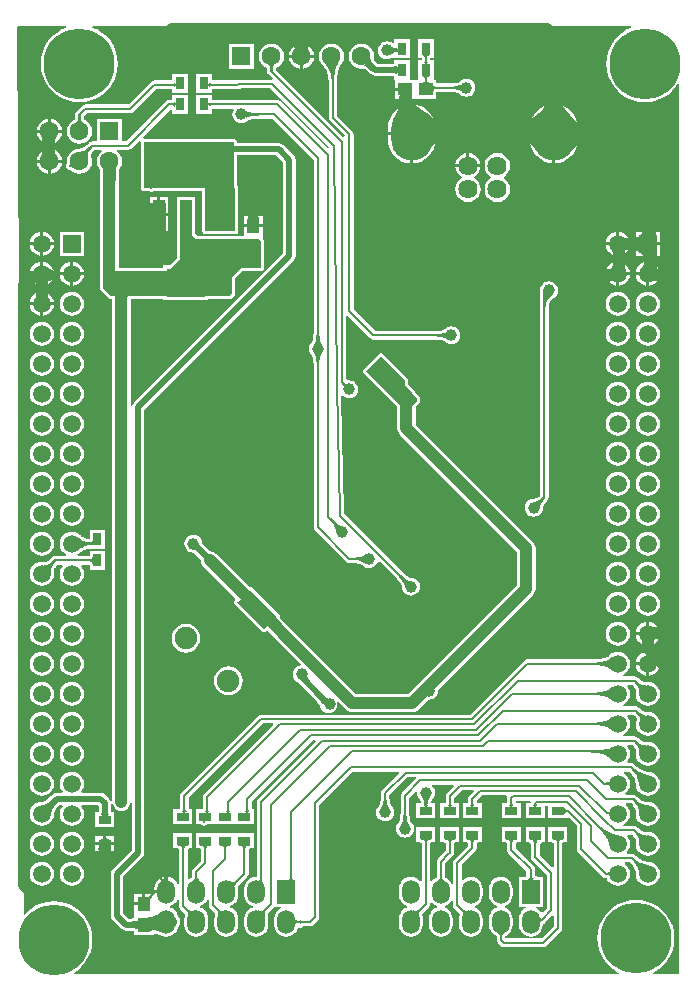
<source format=gbl>
G04*
G04 #@! TF.GenerationSoftware,Altium Limited,Altium Designer,20.1.12 (249)*
G04*
G04 Layer_Physical_Order=2*
G04 Layer_Color=16711680*
%FSTAX24Y24*%
%MOIN*%
G70*
G04*
G04 #@! TF.SameCoordinates,A4519483-63F0-4905-8E8D-142606AE7E66*
G04*
G04*
G04 #@! TF.FilePolarity,Positive*
G04*
G01*
G75*
%ADD13C,0.0200*%
%ADD28R,0.0315X0.0433*%
%ADD32R,0.0433X0.0472*%
%ADD36R,0.0433X0.0315*%
%ADD64O,0.1378X0.1772*%
%ADD67C,0.0080*%
%ADD68C,0.0400*%
%ADD69C,0.0300*%
%ADD70O,0.0591X0.0787*%
%ADD71R,0.0591X0.0787*%
%ADD72R,0.0630X0.0630*%
%ADD73C,0.0630*%
%ADD74C,0.0598*%
%ADD75R,0.0598X0.0598*%
%ADD76C,0.2362*%
%ADD77C,0.0640*%
%ADD78C,0.0750*%
%ADD79C,0.0394*%
%ADD80R,0.0394X0.0945*%
%ADD81R,0.1299X0.0945*%
%ADD82R,0.0472X0.0433*%
G36*
X03314Y049055D02*
X043941Y049051D01*
X043951Y049001D01*
X043817Y048945D01*
X043645Y04884D01*
X043491Y048709D01*
X04336Y048555D01*
X043255Y048383D01*
X043178Y048197D01*
X043131Y048001D01*
X043115Y0478D01*
X043131Y047599D01*
X043178Y047403D01*
X043255Y047217D01*
X04336Y047045D01*
X043491Y046891D01*
X043645Y04676D01*
X043817Y046655D01*
X044003Y046578D01*
X044199Y046531D01*
X0444Y046515D01*
X044601Y046531D01*
X044797Y046578D01*
X044983Y046655D01*
X045155Y04676D01*
X045309Y046891D01*
X04544Y047045D01*
X0455Y047143D01*
X04555Y047129D01*
X04555Y01745D01*
X044679D01*
X044669Y017499D01*
X044683Y017505D01*
X044855Y01761D01*
X045009Y017741D01*
X04514Y017895D01*
X045245Y018067D01*
X045322Y018253D01*
X045369Y018449D01*
X045385Y01865D01*
X045369Y018851D01*
X045322Y019047D01*
X045245Y019233D01*
X04514Y019405D01*
X045009Y019559D01*
X044855Y01969D01*
X044683Y019795D01*
X044497Y019872D01*
X044301Y019919D01*
X0441Y019935D01*
X043899Y019919D01*
X043703Y019872D01*
X043517Y019795D01*
X043345Y01969D01*
X043191Y019559D01*
X04306Y019405D01*
X042955Y019233D01*
X042878Y019047D01*
X042831Y018851D01*
X042815Y01865D01*
X042831Y018449D01*
X042878Y018253D01*
X042955Y018067D01*
X04306Y017895D01*
X043191Y017741D01*
X043345Y01761D01*
X043517Y017505D01*
X043531Y017499D01*
X043521Y01745D01*
X025371Y01745D01*
X025357Y0175D01*
X025455Y01756D01*
X025609Y017691D01*
X02574Y017845D01*
X025845Y018017D01*
X025922Y018203D01*
X025969Y018399D01*
X025985Y0186D01*
X025969Y018801D01*
X025922Y018997D01*
X025845Y019183D01*
X02574Y019355D01*
X025609Y019509D01*
X025455Y01964D01*
X025283Y019745D01*
X025097Y019822D01*
X024901Y019869D01*
X0247Y019885D01*
X024499Y019869D01*
X024303Y019822D01*
X024117Y019745D01*
X023945Y01964D01*
X023791Y019509D01*
X023735Y019442D01*
X023688Y019459D01*
X023456Y049023D01*
X023491Y049059D01*
X025109Y049058D01*
X025119Y049008D01*
X024967Y048945D01*
X024795Y04884D01*
X024641Y048709D01*
X02451Y048555D01*
X024405Y048383D01*
X024328Y048197D01*
X024281Y048001D01*
X024265Y0478D01*
X024281Y047599D01*
X024328Y047403D01*
X024405Y047217D01*
X02451Y047045D01*
X024641Y046891D01*
X024795Y04676D01*
X024967Y046655D01*
X025153Y046578D01*
X025349Y046531D01*
X02555Y046515D01*
X025751Y046531D01*
X025947Y046578D01*
X026133Y046655D01*
X026305Y04676D01*
X026459Y046891D01*
X02659Y047045D01*
X026695Y047217D01*
X026772Y047403D01*
X026819Y047599D01*
X026835Y0478D01*
X026819Y048001D01*
X026772Y048197D01*
X026695Y048383D01*
X02659Y048555D01*
X026459Y048709D01*
X026305Y04884D01*
X026133Y048945D01*
X025982Y049008D01*
X025992Y049058D01*
X03276Y049055D01*
X03295Y04915D01*
X03314Y049055D01*
D02*
G37*
%LPC*%
G36*
X036557Y048617D02*
X036043D01*
Y048501D01*
X035993Y048476D01*
X03595Y048509D01*
X035877Y048539D01*
X0358Y048549D01*
X035723Y048539D01*
X03565Y048509D01*
X035588Y048462D01*
X035541Y0484D01*
X035511Y048327D01*
X035501Y04825D01*
X035511Y048173D01*
X035541Y0481D01*
X035588Y048038D01*
X03565Y047991D01*
X035723Y047961D01*
X0358Y047951D01*
X035877Y047961D01*
X03595Y047991D01*
X035993Y048024D01*
X036043Y047999D01*
Y047983D01*
X03614D01*
X036143Y047983D01*
X036145Y047983D01*
X036147Y047983D01*
X03615Y047983D01*
X036557D01*
Y048617D01*
D02*
G37*
G36*
X033197Y048383D02*
X033176Y04831D01*
X033178Y048267D01*
X033169D01*
X033156Y048183D01*
X033152Y0481D01*
X033362D01*
X033354Y048158D01*
X033312Y048259D01*
X033246Y048346D01*
X033197Y048383D01*
D02*
G37*
G36*
X032703D02*
X032654Y048346D01*
X032588Y048259D01*
X032546Y048158D01*
X032538Y0481D01*
X032748D01*
X032744Y048183D01*
X032731Y048267D01*
X032722D01*
X032727Y048279D01*
X032728Y048286D01*
X032726Y048302D01*
X032703Y048383D01*
D02*
G37*
G36*
X033362Y048D02*
X033D01*
Y047638D01*
X033058Y047646D01*
X033159Y047688D01*
X033246Y047754D01*
X033312Y047841D01*
X033354Y047942D01*
X033362Y048D01*
D02*
G37*
G36*
X0329D02*
X032538D01*
X032546Y047942D01*
X032588Y047841D01*
X032654Y047754D01*
X032741Y047688D01*
X032842Y047646D01*
X0329Y047638D01*
Y048D01*
D02*
G37*
G36*
X031365Y048465D02*
X030535D01*
Y047635D01*
X031365D01*
Y048465D01*
D02*
G37*
G36*
X037357Y048617D02*
X036843D01*
Y048091D01*
X036842Y048088D01*
X036842Y048087D01*
X036842Y048085D01*
X036843Y048081D01*
Y047983D01*
X036937D01*
X03694Y047983D01*
X036957Y047982D01*
Y047918D01*
X03694Y047917D01*
X036937Y047917D01*
X036843D01*
Y047819D01*
X036842Y047815D01*
X036842Y047814D01*
X036842Y047812D01*
X036843Y047809D01*
Y047391D01*
X036842Y047388D01*
X036842Y047386D01*
X036842Y047385D01*
X036843Y047381D01*
Y047283D01*
X0368Y047267D01*
X03675Y047267D01*
X036714Y047267D01*
X0366D01*
X036557Y047283D01*
X036557Y047317D01*
Y047917D01*
X036154D01*
X036153Y047917D01*
X03615Y047917D01*
X036148D01*
X036144Y047917D01*
X03614Y047917D01*
X036043D01*
Y047826D01*
X036042Y047825D01*
X036041Y047817D01*
X036035Y047814D01*
X036021Y047809D01*
X036001Y047806D01*
X035984Y047804D01*
X035484D01*
X035476Y047812D01*
X035463Y047826D01*
X035404Y047895D01*
X035383Y047922D01*
X035368Y047944D01*
X035359Y047961D01*
X035357Y047965D01*
X035369Y04805D01*
X035354Y048158D01*
X035312Y048259D01*
X035246Y048346D01*
X035159Y048412D01*
X035058Y048454D01*
X03495Y048469D01*
X034842Y048454D01*
X034741Y048412D01*
X034654Y048346D01*
X034588Y048259D01*
X034546Y048158D01*
X034531Y04805D01*
X034546Y047942D01*
X034588Y047841D01*
X034654Y047754D01*
X034741Y047688D01*
X034842Y047646D01*
X03495Y047631D01*
X035035Y047643D01*
X035039Y047641D01*
X035056Y047632D01*
X035076Y047618D01*
X035201Y04751D01*
X035256Y047456D01*
X035322Y047412D01*
X0354Y047396D01*
X035984D01*
X036001Y047394D01*
X036021Y047391D01*
X036035Y047386D01*
X036041Y047383D01*
X036042Y047375D01*
X036043Y047374D01*
X036043Y047283D01*
X036064Y047242D01*
Y047233D01*
Y047D01*
X0364D01*
Y04695D01*
X03645D01*
Y046735D01*
X036578D01*
X036636Y046752D01*
X03664Y046698D01*
X036652Y046644D01*
X036656Y046633D01*
X036714D01*
X03675Y046633D01*
X036786Y046633D01*
X037436D01*
Y046813D01*
X037437Y046824D01*
X037438Y046844D01*
X037441Y046857D01*
X037916D01*
X037927Y046857D01*
X03804Y04685D01*
X038086Y046843D01*
X038127Y046836D01*
X038162Y046827D01*
X038191Y046817D01*
X038213Y046806D01*
X038229Y046797D01*
X038238Y046789D01*
X038238Y046788D01*
X038242Y046785D01*
X038245Y046783D01*
X038246Y046782D01*
X0383Y046741D01*
X038373Y046711D01*
X03845Y046701D01*
X038527Y046711D01*
X0386Y046741D01*
X038662Y046788D01*
X038709Y04685D01*
X038739Y046923D01*
X038749Y047D01*
X038739Y047077D01*
X038709Y04715D01*
X038662Y047212D01*
X0386Y047259D01*
X038527Y047289D01*
X03845Y047299D01*
X038373Y047289D01*
X0383Y047259D01*
X038246Y047218D01*
X038245Y047217D01*
X038242Y047215D01*
X038238Y047212D01*
X038238Y047211D01*
X038229Y047203D01*
X038213Y047194D01*
X038191Y047183D01*
X038162Y047173D01*
X038127Y047164D01*
X038088Y047157D01*
X037925Y047143D01*
X037916Y047143D01*
X037438D01*
X037438Y047149D01*
X037437Y047169D01*
X037436Y047172D01*
Y047267D01*
X0374D01*
X037357Y047283D01*
X037357Y047381D01*
X037358Y047385D01*
X037358Y047386D01*
X037358Y047388D01*
X037357Y047391D01*
Y047809D01*
X037358Y047812D01*
X037358Y047814D01*
X037358Y047815D01*
X037357Y047819D01*
Y047917D01*
X037263D01*
X03726Y047917D01*
X037243Y047918D01*
Y047982D01*
X03726Y047983D01*
X037263Y047983D01*
X037357D01*
Y048081D01*
X037358Y048085D01*
X037358Y048087D01*
X037358Y048088D01*
X037357Y048091D01*
Y048617D01*
D02*
G37*
G36*
X029157Y047467D02*
X028643D01*
Y047287D01*
X028642Y047276D01*
X02864Y047256D01*
X028638Y047243D01*
X02805D01*
X02805Y047243D01*
X027995Y047232D01*
X027949Y047201D01*
X027949Y047201D01*
X027191Y046443D01*
X02575D01*
X02575Y046443D01*
X025695Y046432D01*
X025649Y046401D01*
X025649Y046401D01*
X025449Y046201D01*
X025418Y046155D01*
X025407Y0461D01*
X025407Y0461D01*
Y046081D01*
X025405Y046025D01*
X025402Y045996D01*
X025398Y045971D01*
X025393Y045952D01*
X025388Y045939D01*
X025385Y045933D01*
X025383Y045931D01*
X02538Y045929D01*
X025341Y045912D01*
X025254Y045846D01*
X025188Y045759D01*
X025146Y045658D01*
X025131Y04555D01*
X025146Y045442D01*
X025188Y045341D01*
X025254Y045254D01*
X025341Y045188D01*
X025442Y045146D01*
X02555Y045131D01*
X025658Y045146D01*
X025759Y045188D01*
X025846Y045254D01*
X025912Y045341D01*
X025954Y045442D01*
X025969Y04555D01*
X025954Y045658D01*
X025912Y045759D01*
X025846Y045846D01*
X025759Y045912D01*
X02572Y045929D01*
X025717Y045931D01*
X025715Y045933D01*
X025712Y045939D01*
X025707Y045952D01*
X025702Y045971D01*
X025698Y045994D01*
X025694Y046042D01*
X025809Y046157D01*
X02725D01*
X02725Y046157D01*
X027305Y046168D01*
X027351Y046199D01*
X028109Y046957D01*
X02864D01*
X028641Y046951D01*
X028642Y046931D01*
X028643Y046928D01*
Y046833D01*
X02874D01*
X028743Y046833D01*
X028745Y046833D01*
X028747Y046833D01*
X02875Y046833D01*
X029157D01*
Y047467D01*
D02*
G37*
G36*
X03635Y0469D02*
X036064D01*
Y046633D01*
X036219D01*
X036218Y046635D01*
X036211Y046671D01*
X036201Y046699D01*
X036191Y046719D01*
X036179Y046731D01*
X036165Y046735D01*
X03635D01*
Y0469D01*
D02*
G37*
G36*
X029157Y046767D02*
X028643D01*
Y046635D01*
X028642Y046626D01*
X02864Y046605D01*
X028638Y046593D01*
X02855D01*
X02855Y046593D01*
X028495Y046582D01*
X028449Y046551D01*
X028449Y046551D01*
X027116Y045218D01*
X026965D01*
Y045965D01*
X026135D01*
Y045218D01*
X025975D01*
X025975Y045218D01*
X02592Y045207D01*
X025874Y045176D01*
X025874Y045176D01*
X025862Y045164D01*
X025791Y045098D01*
X025752Y045068D01*
X025714Y045041D01*
X025678Y045018D01*
X025644Y045D01*
X025611Y044986D01*
X025581Y044976D01*
X025552Y044969D01*
X02552Y044966D01*
X025514Y044964D01*
X025509Y044964D01*
X025506Y044963D01*
X025442Y044954D01*
X025341Y044912D01*
X025254Y044846D01*
X025188Y044759D01*
X025146Y044658D01*
X025131Y04455D01*
X02514Y044488D01*
X025116Y044452D01*
X025105Y044397D01*
X025116Y044343D01*
X025147Y044296D01*
X025193Y044266D01*
X025247Y044255D01*
X025249D01*
X025249Y044255D01*
X025253Y044256D01*
X025254Y044254D01*
X025341Y044188D01*
X025442Y044146D01*
X02555Y044131D01*
X025658Y044146D01*
X025759Y044188D01*
X025846Y044254D01*
X025912Y044341D01*
X025954Y044442D01*
X025969Y04455D01*
X025954Y044658D01*
X02594Y044692D01*
X02594Y044694D01*
X025939Y044697D01*
X025938Y044701D01*
X025931Y044723D01*
X02593Y044738D01*
X02593Y044754D01*
X025935Y044775D01*
X025944Y0448D01*
X025958Y044829D01*
X025978Y044861D01*
X026005Y044896D01*
X026035Y044932D01*
X026284D01*
X026301Y044882D01*
X026254Y044846D01*
X026188Y044759D01*
X026146Y044658D01*
X026131Y04455D01*
X026146Y044442D01*
X026188Y044341D01*
X026226Y04429D01*
X026247Y043693D01*
Y0406D01*
X026248Y040595D01*
Y0403D01*
X026256Y040261D01*
X026278Y040228D01*
X026528Y039978D01*
X026561Y039956D01*
X0266Y039948D01*
X026647D01*
Y03195D01*
Y03125D01*
Y023207D01*
X026647Y0232D01*
X026646Y023195D01*
X026594Y023198D01*
X026588Y023228D01*
X026544Y023294D01*
X026394Y023444D01*
X026328Y023488D01*
X02625Y023504D01*
X025639D01*
X025614Y023554D01*
X025649Y023599D01*
X025689Y023696D01*
X025703Y0238D01*
X025689Y023904D01*
X025649Y024001D01*
X025585Y024085D01*
X025501Y024149D01*
X025404Y024189D01*
X0253Y024203D01*
X025196Y024189D01*
X025099Y024149D01*
X025015Y024085D01*
X024951Y024001D01*
X024911Y023904D01*
X024897Y0238D01*
X024911Y023696D01*
X024951Y023599D01*
X024986Y023554D01*
X024961Y023504D01*
X0248D01*
X024722Y023488D01*
X024656Y023444D01*
X024594Y023383D01*
X02451Y023309D01*
X024469Y023277D01*
X024431Y02325D01*
X024397Y02323D01*
X024367Y023215D01*
X024343Y023206D01*
X024326Y023202D01*
X024311Y023201D01*
X0243Y023203D01*
X024196Y023189D01*
X024099Y023149D01*
X024015Y023085D01*
X023951Y023001D01*
X023911Y022904D01*
X023897Y0228D01*
X023911Y022696D01*
X023951Y022599D01*
X024015Y022515D01*
X024099Y022451D01*
X024196Y022411D01*
X0243Y022397D01*
X024404Y022411D01*
X024501Y022451D01*
X024585Y022515D01*
X024649Y022599D01*
X024689Y022696D01*
X024703Y0228D01*
X024701Y022811D01*
X024702Y022826D01*
X024706Y022843D01*
X024715Y022867D01*
X02473Y022897D01*
X02475Y022931D01*
X024775Y022967D01*
X024885Y023096D01*
X024961D01*
X024986Y023046D01*
X024951Y023001D01*
X024911Y022904D01*
X024897Y0228D01*
X024911Y022696D01*
X024951Y022599D01*
X025015Y022515D01*
X025099Y022451D01*
X025196Y022411D01*
X0253Y022397D01*
X025404Y022411D01*
X025501Y022451D01*
X025585Y022515D01*
X025649Y022599D01*
X025689Y022696D01*
X025703Y0228D01*
X025689Y022904D01*
X025649Y023001D01*
X025614Y023046D01*
X025639Y023096D01*
X026166D01*
X026196Y023066D01*
Y022916D01*
X026194Y022899D01*
X026191Y022879D01*
X026186Y022865D01*
X026183Y022859D01*
X026175Y022858D01*
X026174Y022857D01*
X026083D01*
Y02276D01*
X026083Y022756D01*
X026083Y022752D01*
Y02275D01*
X026083Y022747D01*
X026083Y022746D01*
Y022343D01*
X026717D01*
Y022746D01*
X026717Y022747D01*
X026717Y02275D01*
Y022752D01*
X026717Y022756D01*
X026717Y02276D01*
Y022857D01*
X026626D01*
X026625Y022858D01*
X026617Y022859D01*
X026614Y022865D01*
X026609Y022879D01*
X026606Y022899D01*
X026604Y022916D01*
Y0231D01*
X026619Y023113D01*
X026654Y023126D01*
X026656Y023124D01*
X026656Y023124D01*
X026658Y023122D01*
X026661Y023114D01*
X026688Y023049D01*
X026736Y022986D01*
X026799Y022938D01*
X026872Y022908D01*
X02695Y022897D01*
X027028Y022908D01*
X027101Y022938D01*
X027164Y022986D01*
X027212Y023049D01*
X027242Y023122D01*
X027246Y023151D01*
X027296Y023147D01*
Y021584D01*
X026656Y020944D01*
X026612Y020878D01*
X026596Y0208D01*
Y0194D01*
X026612Y019322D01*
X026656Y019256D01*
X026956Y018956D01*
X027022Y018912D01*
X0271Y018896D01*
X0271Y018896D01*
X027226D01*
X027347Y018892D01*
X027358Y01889D01*
X02737Y018885D01*
X027377Y018882D01*
X02738Y01888D01*
X02738Y018879D01*
X027381Y018878D01*
X027382Y018874D01*
X027383Y018857D01*
X027383Y018855D01*
Y018764D01*
X027481D01*
X027485Y018763D01*
X027488Y018764D01*
X027489D01*
X027493Y018763D01*
X027494Y018764D01*
X027912D01*
X027915Y018763D01*
X027919Y018764D01*
X027924D01*
X027926Y018764D01*
X027927Y018764D01*
X028017D01*
Y018775D01*
X028067Y018811D01*
X028131Y018798D01*
X028174Y018786D01*
X028215Y018772D01*
X028248Y018758D01*
X028251Y018756D01*
X028265Y018751D01*
X028292Y018737D01*
X028299Y018735D01*
X028305Y018732D01*
X028312Y018731D01*
X028347Y018716D01*
X02845Y018703D01*
X028553Y018716D01*
X028649Y018756D01*
X028732Y01882D01*
X028795Y018902D01*
X028835Y018998D01*
X028838Y019017D01*
X028862Y019049D01*
X028892Y019122D01*
X028903Y0192D01*
X028892Y019278D01*
X028862Y019351D01*
X028838Y019383D01*
X028835Y019402D01*
X028795Y019498D01*
X028732Y01958D01*
X028649Y019644D01*
X028579Y019673D01*
Y019727D01*
X028649Y019756D01*
X028732Y01982D01*
X028795Y019902D01*
X028822Y019967D01*
X028872Y019957D01*
Y019734D01*
X028872Y019734D01*
X028883Y019679D01*
X028914Y019633D01*
X029078Y019468D01*
X029078Y019467D01*
X029078Y019457D01*
X029076Y019445D01*
X02907Y019414D01*
X029065Y019402D01*
X029063Y019387D01*
X029062Y019384D01*
X029061Y019374D01*
X02906Y019366D01*
X029058Y019356D01*
X029059Y019354D01*
X029051Y019298D01*
Y019102D01*
X029065Y018998D01*
X029105Y018902D01*
X029168Y01882D01*
X029251Y018756D01*
X029347Y018716D01*
X02945Y018703D01*
X029553Y018716D01*
X029649Y018756D01*
X029732Y01882D01*
X029795Y018902D01*
X029835Y018998D01*
X029849Y019102D01*
Y019298D01*
X029835Y019402D01*
X029795Y019498D01*
X029732Y01958D01*
X029649Y019644D01*
X029579Y019673D01*
Y019727D01*
X029649Y019756D01*
X029732Y01982D01*
X029795Y019902D01*
X029807Y019931D01*
X029857Y019921D01*
Y019748D01*
X029857Y019748D01*
X029868Y019694D01*
X029899Y019647D01*
X030078Y019468D01*
X030078Y019467D01*
X030078Y019457D01*
X030076Y019445D01*
X03007Y019414D01*
X030065Y019402D01*
X030063Y019387D01*
X030062Y019384D01*
X030061Y019374D01*
X03006Y019366D01*
X030058Y019356D01*
X030059Y019354D01*
X030051Y019298D01*
Y019102D01*
X030065Y018998D01*
X030105Y018902D01*
X030168Y01882D01*
X030251Y018756D01*
X030347Y018716D01*
X03045Y018703D01*
X030553Y018716D01*
X030649Y018756D01*
X030732Y01882D01*
X030795Y018902D01*
X030835Y018998D01*
X030849Y019102D01*
Y019298D01*
X030835Y019402D01*
X030795Y019498D01*
X030732Y01958D01*
X030649Y019644D01*
X030579Y019673D01*
Y019727D01*
X030649Y019756D01*
X030732Y01982D01*
X030795Y019902D01*
X030835Y019998D01*
X030849Y020102D01*
Y020298D01*
X030839Y020369D01*
X03084Y020374D01*
X030837Y02039D01*
X030841Y020393D01*
X031151Y020704D01*
X031151Y020704D01*
X031182Y02075D01*
X031193Y020805D01*
X031193Y020805D01*
Y021638D01*
X031205Y02164D01*
X031226Y021642D01*
X031235Y021643D01*
X031367D01*
Y022157D01*
X030733D01*
Y022157D01*
X030717D01*
Y022157D01*
X030117D01*
X030083Y022157D01*
X030033Y022157D01*
X029433D01*
Y021643D01*
X029565D01*
X029574Y021642D01*
X029595Y02164D01*
X029607Y021638D01*
Y021209D01*
X029349Y020951D01*
X029318Y020905D01*
X029307Y02085D01*
X029307Y02085D01*
Y020682D01*
X029306Y02068D01*
X029299Y020674D01*
X029289Y020666D01*
X029263Y020649D01*
X029251Y020644D01*
X029239Y020635D01*
X029236Y020633D01*
X029229Y020627D01*
X029222Y020622D01*
X029214Y020616D01*
X029213Y020614D01*
X029207Y020611D01*
X029157Y020635D01*
Y021638D01*
X02917Y02164D01*
X02919Y021642D01*
X0292Y021643D01*
X029317D01*
Y021744D01*
X029317Y021745D01*
X029317Y021746D01*
Y021747D01*
X029317Y021748D01*
X029317Y021748D01*
Y022157D01*
X028683D01*
Y021643D01*
X02883D01*
X028839Y021642D01*
X028859Y02164D01*
X028872Y021638D01*
Y020443D01*
X028822Y020433D01*
X028795Y020498D01*
X028732Y02058D01*
X028649Y020644D01*
X028553Y020684D01*
X0285Y020691D01*
Y020589D01*
X028508Y020588D01*
X0285Y020584D01*
Y02056D01*
X028518Y020554D01*
X028542Y020549D01*
X028569Y020548D01*
X028599Y020551D01*
X0285Y020539D01*
Y0202D01*
X02845D01*
Y02015D01*
X02817D01*
Y020015D01*
X028169Y020042D01*
X028167Y020067D01*
X028162Y020089D01*
X028156Y020108D01*
X028148Y020124D01*
X028138Y020137D01*
X028126Y020147D01*
X02812Y02015D01*
X02803D01*
X028017Y020136D01*
X028001Y020136D01*
X02775D01*
Y019992D01*
X02776Y019993D01*
X027789Y020001D01*
X027819Y020015D01*
X02785Y020035D01*
X027882Y02006D01*
X027915Y020092D01*
X027972Y020035D01*
X027941Y020002D01*
X027915Y019969D01*
X027896Y019938D01*
X027881Y019908D01*
X027873Y019879D01*
X02787Y019852D01*
X027873Y019825D01*
X027881Y0198D01*
X027896Y019775D01*
X027915Y019752D01*
X02775Y019918D01*
Y0198D01*
X0277D01*
Y01975D01*
X027383D01*
Y019464D01*
X027383Y019464D01*
Y019436D01*
X027383D01*
X027383Y019414D01*
Y019345D01*
X027383Y019343D01*
X027382Y019326D01*
X027381Y019322D01*
X02738Y019321D01*
X02738Y01932D01*
X027377Y019318D01*
X02737Y019315D01*
X027369Y019314D01*
X027201Y019304D01*
X027184D01*
X027004Y019484D01*
Y020716D01*
X027644Y021356D01*
X027644Y021356D01*
X027688Y021422D01*
X027704Y0215D01*
Y03626D01*
X032694Y04125D01*
X032694Y04125D01*
X032738Y041316D01*
X032754Y041394D01*
Y0446D01*
X032738Y044678D01*
X032694Y044744D01*
X032344Y045094D01*
X032278Y045138D01*
X0322Y045154D01*
X030802D01*
Y0452D01*
X030794Y045239D01*
X030772Y045272D01*
X030739Y045294D01*
X0307Y045302D01*
X0277D01*
X027662Y045345D01*
X02766Y045359D01*
X028591Y046289D01*
X028591Y046289D01*
X028633Y046277D01*
X028642Y04627D01*
X028643Y046265D01*
Y046133D01*
X029157D01*
Y046767D01*
D02*
G37*
G36*
X041045Y046389D02*
X040922Y046323D01*
X040802Y046224D01*
X040703Y046104D01*
X040635Y045977D01*
X040645Y045982D01*
X040714Y046029D01*
X040863Y046143D01*
X040873Y046152D01*
X040881Y046161D01*
X040992Y046307D01*
X041037Y046375D01*
X041045Y046389D01*
D02*
G37*
G36*
X03677Y046442D02*
X036782Y046427D01*
X036835Y046373D01*
X036896Y046319D01*
X036965Y046265D01*
X037042Y046211D01*
X036672Y046137D01*
Y045517D01*
X037107D01*
X037042Y046211D01*
X037121Y046143D01*
X037339Y045982D01*
X03735Y045977D01*
X037281Y046104D01*
X037183Y046224D01*
X037062Y046323D01*
X036925Y046396D01*
X036777Y046441D01*
X03677Y046442D01*
D02*
G37*
G36*
X041679Y046389D02*
X041687Y046375D01*
X041732Y046307D01*
X041843Y046161D01*
X041885Y046111D01*
X041932Y046059D01*
X042126Y045865D01*
X042095Y045967D01*
X042021Y046104D01*
X041923Y046224D01*
X041803Y046323D01*
X041679Y046389D01*
D02*
G37*
G36*
X0246Y045962D02*
Y0456D01*
X024962D01*
X024954Y045658D01*
X024912Y045759D01*
X024846Y045846D01*
X024759Y045912D01*
X024658Y045954D01*
X0246Y045962D01*
D02*
G37*
G36*
X0245D02*
X024442Y045954D01*
X024341Y045912D01*
X024254Y045846D01*
X024188Y045759D01*
X024146Y045658D01*
X024138Y0456D01*
X0245D01*
Y045962D01*
D02*
G37*
G36*
X04185Y046083D02*
X041412D01*
Y045517D01*
X04185D01*
Y046083D01*
D02*
G37*
G36*
X041312D02*
X040931D01*
X040878Y045517D01*
X041312D01*
Y046083D01*
D02*
G37*
G36*
X036184Y046324D02*
X036182Y046323D01*
X036061Y046224D01*
X035963Y046104D01*
X03589Y045967D01*
X035844Y045818D01*
X035829Y045664D01*
Y045517D01*
X036572D01*
Y046117D01*
X036025Y046008D01*
X036065Y046072D01*
X036133Y046197D01*
X03616Y04626D01*
X036183Y046323D01*
X036184Y046324D01*
D02*
G37*
G36*
X03395Y048469D02*
X033842Y048454D01*
X033741Y048412D01*
X033654Y048346D01*
X033588Y048259D01*
X033546Y048158D01*
X033531Y04805D01*
X033546Y047942D01*
X033588Y047841D01*
X033654Y047754D01*
X033666Y047745D01*
X033704Y047706D01*
X033734Y047667D01*
X033761Y047621D01*
X033786Y047568D01*
X033807Y047508D01*
X033825Y047442D01*
X033839Y047369D01*
X033856Y047198D01*
X033857Y047139D01*
Y046D01*
X033857Y046D01*
X033868Y045945D01*
X033899Y045899D01*
X034387Y045411D01*
X034384Y045389D01*
X03433Y045372D01*
X032151Y047551D01*
X032094Y047608D01*
X032094Y04761D01*
X032096Y047633D01*
X032099Y047651D01*
X032101Y047664D01*
X032159Y047688D01*
X032246Y047754D01*
X032312Y047841D01*
X032354Y047942D01*
X032369Y04805D01*
X032354Y048158D01*
X032312Y048259D01*
X032246Y048346D01*
X032159Y048412D01*
X032058Y048454D01*
X03195Y048469D01*
X031842Y048454D01*
X031741Y048412D01*
X031654Y048346D01*
X031588Y048259D01*
X031546Y048158D01*
X031531Y04805D01*
X031546Y047942D01*
X031588Y047841D01*
X031654Y047754D01*
X031741Y047688D01*
X031799Y047664D01*
X031801Y047651D01*
X031804Y047634D01*
X031807Y047585D01*
Y04755D01*
X031807Y04755D01*
X031818Y047495D01*
X031849Y047449D01*
X031988Y04731D01*
X03197Y047271D01*
X031963Y047264D01*
X031921Y047266D01*
X031911Y047266D01*
X0319Y047268D01*
X031894Y047267D01*
X031844Y047266D01*
X029975Y047245D01*
X029957Y047294D01*
Y047467D01*
X029443D01*
Y046833D01*
X02985D01*
X029853Y046833D01*
X029855Y046833D01*
X029857Y046833D01*
X02986Y046833D01*
X029957D01*
Y046928D01*
X029958Y046931D01*
X029959Y046951D01*
X02996Y04696D01*
X031897Y046981D01*
X031902Y046982D01*
X031903Y046982D01*
X03204Y046862D01*
X033878Y045025D01*
X033874Y044998D01*
X033822Y04498D01*
X032251Y046551D01*
X032205Y046582D01*
X03215Y046593D01*
X03215Y046593D01*
X029962D01*
X02996Y046605D01*
X029958Y046626D01*
X029957Y046635D01*
Y046767D01*
X029443D01*
Y046133D01*
X029957D01*
Y046265D01*
X029958Y046274D01*
X02996Y046295D01*
X029962Y046307D01*
X030669D01*
X030673Y046299D01*
X030688Y046257D01*
X030661Y046191D01*
X030651Y046113D01*
X030661Y046036D01*
X030691Y045963D01*
X030738Y045901D01*
X0308Y045854D01*
X030873Y045824D01*
X03095Y045814D01*
X031027Y045824D01*
X0311Y045854D01*
X031154Y045895D01*
X031155Y045896D01*
X031158Y045898D01*
X031162Y045901D01*
X031162Y045902D01*
X031171Y04591D01*
X031187Y04592D01*
X031209Y04593D01*
X031238Y04594D01*
X031273Y045949D01*
X031312Y045956D01*
X031475Y04597D01*
X031484Y04597D01*
X031978D01*
X033357Y044591D01*
Y038834D01*
X033357Y038823D01*
X03335Y03871D01*
X033343Y038664D01*
X033336Y038623D01*
X033327Y038588D01*
X033317Y038559D01*
X033306Y038537D01*
X033297Y038521D01*
X033289Y038512D01*
X033288Y038512D01*
X033285Y038508D01*
X033283Y038505D01*
X033282Y038504D01*
X033241Y03845D01*
X033211Y038377D01*
X033201Y0383D01*
X033211Y038223D01*
X033241Y03815D01*
X033282Y038096D01*
X033283Y038095D01*
X033285Y038092D01*
X033288Y038088D01*
X033289Y038088D01*
X033297Y038079D01*
X033306Y038063D01*
X033317Y038041D01*
X033327Y038012D01*
X033336Y037977D01*
X033343Y037938D01*
X033357Y037775D01*
X033357Y037766D01*
Y03235D01*
X033357Y03235D01*
X033368Y032295D01*
X033399Y032249D01*
X034449Y031199D01*
X034449Y031199D01*
X034495Y031168D01*
X03455Y031157D01*
X034661D01*
X034675Y031157D01*
X034787Y031149D01*
X034832Y031142D01*
X034873Y031134D01*
X034908Y031124D01*
X034936Y031114D01*
X034959Y031103D01*
X034975Y031092D01*
X034988Y031081D01*
X03499Y031078D01*
X035052Y031031D01*
X035124Y031001D01*
X035202Y030991D01*
X035279Y031001D01*
X035351Y031031D01*
X035413Y031078D01*
X035461Y03114D01*
X035489Y031207D01*
X035529Y031225D01*
X035538Y031228D01*
X036121Y030645D01*
X036129Y030637D01*
X036204Y030552D01*
X036232Y030515D01*
X036255Y03048D01*
X036274Y030449D01*
X036287Y030422D01*
X036295Y030399D01*
X0363Y030381D01*
X036301Y030369D01*
X036301Y030368D01*
X036301Y030363D01*
X036302Y030359D01*
X036302Y030358D01*
X036311Y03029D01*
X036341Y030218D01*
X036388Y030156D01*
X03645Y030109D01*
X036523Y030079D01*
X0366Y030069D01*
X036677Y030079D01*
X03675Y030109D01*
X036812Y030156D01*
X036859Y030218D01*
X036889Y03029D01*
X036899Y030368D01*
X036889Y030445D01*
X036859Y030518D01*
X036812Y03058D01*
X03675Y030627D01*
X036677Y030657D01*
X03661Y030666D01*
X036609Y030666D01*
X036605Y030667D01*
X0366Y030667D01*
X036599Y030667D01*
X036587Y030668D01*
X036569Y030672D01*
X036546Y030681D01*
X036519Y030694D01*
X036488Y030713D01*
X036455Y030735D01*
X03633Y03084D01*
X036323Y030847D01*
X034373Y032797D01*
X034273Y036725D01*
X034322Y036742D01*
X034325Y036738D01*
X034387Y036691D01*
X034459Y036661D01*
X034537Y036651D01*
X034614Y036661D01*
X034687Y036691D01*
X034749Y036738D01*
X034796Y0368D01*
X034826Y036873D01*
X034836Y03695D01*
X034826Y037027D01*
X034796Y0371D01*
X034749Y037162D01*
X034687Y037209D01*
X034614Y037239D01*
X034537Y037249D01*
X034492Y037243D01*
X034444Y037282D01*
X034443Y037285D01*
Y039385D01*
X034493Y039405D01*
X035249Y038649D01*
X035249Y038649D01*
X035295Y038618D01*
X03535Y038607D01*
X03535Y038607D01*
X037416D01*
X037427Y038607D01*
X03754Y0386D01*
X037586Y038593D01*
X037627Y038586D01*
X037662Y038577D01*
X037691Y038567D01*
X037713Y038556D01*
X037729Y038547D01*
X037738Y038539D01*
X037738Y038538D01*
X037742Y038535D01*
X037745Y038533D01*
X037746Y038532D01*
X0378Y038491D01*
X037873Y038461D01*
X03795Y038451D01*
X038027Y038461D01*
X0381Y038491D01*
X038162Y038538D01*
X038209Y0386D01*
X038239Y038673D01*
X038249Y03875D01*
X038239Y038827D01*
X038209Y0389D01*
X038162Y038962D01*
X0381Y039009D01*
X038027Y039039D01*
X03795Y039049D01*
X037873Y039039D01*
X0378Y039009D01*
X037746Y038968D01*
X037745Y038967D01*
X037742Y038965D01*
X037738Y038962D01*
X037738Y038961D01*
X037729Y038953D01*
X037713Y038944D01*
X037691Y038933D01*
X037662Y038923D01*
X037627Y038914D01*
X037588Y038907D01*
X037425Y038893D01*
X037416Y038893D01*
X035409D01*
X034693Y039609D01*
Y04545D01*
X034682Y045505D01*
X034651Y045551D01*
X034651Y045551D01*
X034143Y046059D01*
Y047176D01*
X034143Y047223D01*
X034148Y047319D01*
X034164Y047489D01*
X034176Y047559D01*
X034191Y04762D01*
X034207Y047672D01*
X034225Y047715D01*
X034243Y047748D01*
X034266Y047778D01*
X034268Y047783D01*
X034312Y047841D01*
X034354Y047942D01*
X034369Y04805D01*
X034354Y048158D01*
X034312Y048259D01*
X034246Y048346D01*
X034159Y048412D01*
X034058Y048454D01*
X03395Y048469D01*
D02*
G37*
G36*
X0245Y0455D02*
X024138D01*
X024146Y045442D01*
X024188Y045341D01*
X024254Y045254D01*
X024304Y045216D01*
X0243Y045371D01*
X0245Y045414D01*
Y0455D01*
D02*
G37*
G36*
X024962D02*
X0246D01*
Y045436D01*
X0247Y045457D01*
X024701Y045339D01*
X024702Y045319D01*
X024761Y045316D01*
X024749Y0453D01*
X024739Y045272D01*
X02473Y045232D01*
X024722Y045182D01*
X024721Y045172D01*
X024759Y045188D01*
X024846Y045254D01*
X024912Y045341D01*
X024954Y045442D01*
X024962Y0455D01*
D02*
G37*
G36*
X041312Y045417D02*
X040868D01*
X040815Y04485D01*
X040737Y044965D01*
X040579Y045172D01*
X040585Y045115D01*
X04063Y044967D01*
X040703Y04483D01*
X040802Y044709D01*
X040922Y044611D01*
X041059Y044538D01*
X041208Y044493D01*
X041312Y044482D01*
Y045417D01*
D02*
G37*
G36*
X024726Y044926D02*
X02473Y044868D01*
X024739Y044828D01*
X024749Y0448D01*
X024761Y044784D01*
X024701Y044781D01*
X024701Y044761D01*
X0247Y044643D01*
X0246Y044664D01*
Y0446D01*
X024962D01*
X024954Y044658D01*
X024912Y044759D01*
X024846Y044846D01*
X024759Y044912D01*
X024726Y044926D01*
D02*
G37*
G36*
X024304Y044884D02*
X024254Y044846D01*
X024188Y044759D01*
X024146Y044658D01*
X024138Y0446D01*
X0245D01*
Y044686D01*
X0243Y044728D01*
X024304Y044884D01*
D02*
G37*
G36*
X04185Y045417D02*
X041412D01*
Y044482D01*
X041517Y044493D01*
X041666Y044538D01*
X041803Y044611D01*
X041923Y044709D01*
X042021Y04483D01*
X042095Y044967D01*
X042126Y04507D01*
X04201Y044957D01*
X04185Y044783D01*
Y045417D01*
D02*
G37*
G36*
X037116Y045417D02*
X036672D01*
Y044482D01*
X036777Y044493D01*
X036925Y044538D01*
X037062Y044611D01*
X037183Y044709D01*
X037281Y04483D01*
X037354Y044967D01*
X0374Y045115D01*
X037406Y045181D01*
X037387Y045158D01*
X037247Y044965D01*
X037169Y04485D01*
X037116Y045417D01*
D02*
G37*
G36*
X036572D02*
X035829D01*
Y04527D01*
X035844Y045115D01*
X03589Y044967D01*
X035963Y04483D01*
X036061Y044709D01*
X036182Y044611D01*
X036319Y044538D01*
X036467Y044493D01*
X036572Y044482D01*
Y045417D01*
D02*
G37*
G36*
X03855Y044817D02*
Y04445D01*
X038917D01*
X038909Y04451D01*
X038867Y044612D01*
X0388Y0447D01*
X038712Y044767D01*
X03861Y044809D01*
X03855Y044817D01*
D02*
G37*
G36*
X03845D02*
X03839Y044809D01*
X038288Y044767D01*
X0382Y0447D01*
X038133Y044612D01*
X038091Y04451D01*
X038083Y04445D01*
X03845D01*
Y044817D01*
D02*
G37*
G36*
X024962Y0445D02*
X0246D01*
Y044138D01*
X024658Y044146D01*
X024759Y044188D01*
X024846Y044254D01*
X024912Y044341D01*
X024954Y044442D01*
X024962Y0445D01*
D02*
G37*
G36*
X0245D02*
X024138D01*
X024146Y044442D01*
X024188Y044341D01*
X024254Y044254D01*
X024341Y044188D01*
X024442Y044146D01*
X0245Y044138D01*
Y0445D01*
D02*
G37*
G36*
X039484Y044824D02*
X039375Y044809D01*
X039272Y044767D01*
X039185Y0447D01*
X039117Y044612D01*
X039075Y04451D01*
X039061Y0444D01*
X039075Y04429D01*
X039117Y044188D01*
X039185Y0441D01*
X039272Y044033D01*
X039277Y044031D01*
Y043981D01*
X039272Y043979D01*
X039185Y043912D01*
X039117Y043824D01*
X039075Y043722D01*
X039061Y043613D01*
X039075Y043503D01*
X039117Y043401D01*
X039185Y043313D01*
X039272Y043246D01*
X039375Y043203D01*
X039484Y043189D01*
X039594Y043203D01*
X039696Y043246D01*
X039784Y043313D01*
X039851Y043401D01*
X039893Y043503D01*
X039908Y043613D01*
X039893Y043722D01*
X039851Y043824D01*
X039784Y043912D01*
X039696Y043979D01*
X039692Y043981D01*
Y044031D01*
X039696Y044033D01*
X039784Y0441D01*
X039851Y044188D01*
X039893Y04429D01*
X039908Y0444D01*
X039893Y04451D01*
X039851Y044612D01*
X039784Y0447D01*
X039696Y044767D01*
X039594Y044809D01*
X039484Y044824D01*
D02*
G37*
G36*
X038917Y04435D02*
X0385D01*
X038083D01*
X038091Y04429D01*
X038133Y044188D01*
X0382Y0441D01*
X038288Y044033D01*
X038293Y044031D01*
Y043981D01*
X038288Y043979D01*
X0382Y043912D01*
X038133Y043824D01*
X038091Y043722D01*
X038076Y043613D01*
X038091Y043503D01*
X038133Y043401D01*
X0382Y043313D01*
X038288Y043246D01*
X03839Y043203D01*
X0385Y043189D01*
X03861Y043203D01*
X038712Y043246D01*
X0388Y043313D01*
X038867Y043401D01*
X038909Y043503D01*
X038924Y043613D01*
X038909Y043722D01*
X038867Y043824D01*
X0388Y043912D01*
X038712Y043979D01*
X038707Y043981D01*
Y044031D01*
X038712Y044033D01*
X0388Y0441D01*
X038867Y044188D01*
X038909Y04429D01*
X038917Y04435D01*
D02*
G37*
G36*
X04355Y042196D02*
Y04185D01*
X043711D01*
Y042012D01*
X04372Y042009D01*
X04374Y042007D01*
X043815Y042004D01*
X043847Y042004D01*
X043785Y042085D01*
X043701Y042149D01*
X043604Y042189D01*
X04355Y042196D01*
D02*
G37*
G36*
X044899Y042199D02*
X044765D01*
X044767Y042162D01*
X044774Y042134D01*
X044781Y042114D01*
X044789Y042102D01*
X044798Y042098D01*
X04455D01*
Y04185D01*
X044899D01*
Y042199D01*
D02*
G37*
G36*
X044313D02*
X044101D01*
Y042024D01*
X044102Y042024D01*
X044138Y042035D01*
X044166Y042048D01*
X044186Y042063D01*
X044198Y042079D01*
X044202Y042098D01*
Y042001D01*
X044321Y042D01*
X044321Y04185D01*
X04445D01*
Y042098D01*
X044202D01*
X04423Y042102D01*
X044255Y042114D01*
X044277Y042134D01*
X044297Y042162D01*
X044313Y042198D01*
X044313Y042199D01*
D02*
G37*
G36*
X02435Y042196D02*
Y04185D01*
X024696D01*
X024689Y041904D01*
X024649Y042001D01*
X024585Y042085D01*
X024501Y042149D01*
X024404Y042189D01*
X02435Y042196D01*
D02*
G37*
G36*
X02425Y042196D02*
X024196Y042189D01*
X024099Y042149D01*
X024015Y042085D01*
X023951Y042001D01*
X023911Y041904D01*
X023904Y04185D01*
X02425D01*
Y042196D01*
D02*
G37*
G36*
X04345Y042196D02*
X043396Y042189D01*
X043299Y042149D01*
X043215Y042085D01*
X043151Y042001D01*
X043111Y041904D01*
X043104Y04185D01*
X04345D01*
Y042196D01*
D02*
G37*
G36*
X0445Y0418D02*
D01*
D01*
D01*
D02*
G37*
G36*
X043711Y04175D02*
X04355D01*
Y041675D01*
X043711Y04169D01*
Y04175D01*
D02*
G37*
G36*
X04445Y04175D02*
X044321D01*
X044321Y0416D01*
X044202Y041598D01*
Y041502D01*
X044397D01*
X044399Y04157D01*
X0444Y04168D01*
X04445D01*
Y04175D01*
D02*
G37*
G36*
X043843Y041591D02*
X043746Y041589D01*
X043742Y041482D01*
X043785Y041515D01*
X043843Y041591D01*
D02*
G37*
G36*
X04345Y04175D02*
X043104D01*
X043111Y041696D01*
X043151Y041599D01*
X043215Y041515D01*
X043299Y041451D01*
X043326Y04144D01*
X043321Y041508D01*
X043312Y041543D01*
X043302Y041569D01*
X043291Y041586D01*
X043349Y041589D01*
X04335Y041657D01*
X04345Y041666D01*
Y04175D01*
D02*
G37*
G36*
X02425D02*
X023904D01*
X023911Y041696D01*
X023951Y041599D01*
X024015Y041515D01*
X024099Y041451D01*
X024196Y041411D01*
X02425Y041404D01*
Y04175D01*
D02*
G37*
G36*
X024696D02*
X02435D01*
Y041404D01*
X024404Y041411D01*
X024501Y041451D01*
X024585Y041515D01*
X024649Y041599D01*
X024689Y041696D01*
X024696Y04175D01*
D02*
G37*
G36*
X044899Y04175D02*
X04455D01*
Y04168D01*
X0448D01*
X044783Y041502D01*
X044798D01*
X044798Y041498D01*
X044799Y041486D01*
X044799Y041401D01*
X044899D01*
Y04175D01*
D02*
G37*
G36*
X044101Y041576D02*
Y041401D01*
X044351D01*
X044351Y041402D01*
X044329Y041438D01*
X044303Y041466D01*
X044273Y041486D01*
X04424Y041498D01*
X044202Y041502D01*
X044198Y041521D01*
X044186Y041537D01*
X044166Y041552D01*
X044138Y041565D01*
X044102Y041575D01*
X044101Y041576D01*
D02*
G37*
G36*
X025699Y042199D02*
X024901D01*
Y041401D01*
X025699D01*
Y042199D01*
D02*
G37*
G36*
X043748Y041113D02*
X04375Y041037D01*
X043725Y041034D01*
X043724Y040999D01*
X04355Y041009D01*
Y04085D01*
X043896D01*
X043889Y040904D01*
X043849Y041001D01*
X043785Y041085D01*
X043748Y041113D01*
D02*
G37*
G36*
X044762Y041102D02*
X044746D01*
X044735Y040985D01*
X04455Y041006D01*
Y04085D01*
X044896D01*
X044889Y040904D01*
X044849Y041001D01*
X044785Y041085D01*
X044762Y041102D01*
D02*
G37*
G36*
X02535Y041196D02*
Y04085D01*
X025696D01*
X025689Y040904D01*
X025649Y041001D01*
X025585Y041085D01*
X025501Y041149D01*
X025404Y041189D01*
X02535Y041196D01*
D02*
G37*
G36*
X02435D02*
Y04085D01*
X024696D01*
X024689Y040904D01*
X024649Y041001D01*
X024585Y041085D01*
X024501Y041149D01*
X024404Y041189D01*
X02435Y041196D01*
D02*
G37*
G36*
X04437Y041178D02*
X044299Y041149D01*
X044215Y041085D01*
X044151Y041001D01*
X044111Y040904D01*
X044104Y04085D01*
X04445D01*
Y041017D01*
X044312Y041033D01*
X044329Y041052D01*
X044344Y041081D01*
X044357Y041121D01*
X044368Y041171D01*
X04437Y041178D01*
D02*
G37*
G36*
X02525Y041196D02*
X025196Y041189D01*
X025099Y041149D01*
X025015Y041085D01*
X024951Y041001D01*
X024911Y040904D01*
X024904Y04085D01*
X02525D01*
Y041196D01*
D02*
G37*
G36*
X02425D02*
X024196Y041189D01*
X024099Y041149D01*
X024015Y041085D01*
X023951Y041001D01*
X023911Y040904D01*
X023904Y04085D01*
X02425D01*
Y041196D01*
D02*
G37*
G36*
X043333Y041163D02*
X043299Y041149D01*
X043215Y041085D01*
X043151Y041001D01*
X043111Y040904D01*
X043104Y04085D01*
X04345D01*
Y041002D01*
X04335Y04099D01*
X04335Y04102D01*
X0433Y041023D01*
X04331Y041037D01*
X043318Y041062D01*
X043326Y041099D01*
X043332Y041146D01*
X043333Y041163D01*
D02*
G37*
G36*
X02425Y04075D02*
X023904D01*
X023911Y040696D01*
X023951Y040599D01*
X024015Y040515D01*
X024091Y040457D01*
X024088Y040589D01*
X0241D01*
X0241Y040621D01*
X02425D01*
Y04075D01*
D02*
G37*
G36*
X024696D02*
X02435D01*
Y040621D01*
X0245D01*
X024501Y040589D01*
X024512D01*
X024509Y04058D01*
X024507Y04056D01*
X024504Y040485D01*
X024504Y040453D01*
X024585Y040515D01*
X024649Y040599D01*
X024689Y040696D01*
X024696Y04075D01*
D02*
G37*
G36*
X044896D02*
X04455D01*
Y040404D01*
X044604Y040411D01*
X044701Y040451D01*
X044785Y040515D01*
X044849Y040599D01*
X044889Y040696D01*
X044896Y04075D01*
D02*
G37*
G36*
X04445D02*
X044104D01*
X044111Y040696D01*
X044151Y040599D01*
X044215Y040515D01*
X044299Y040451D01*
X044396Y040411D01*
X04445Y040404D01*
Y04075D01*
D02*
G37*
G36*
X04345Y04075D02*
X043104D01*
X043111Y040696D01*
X043151Y040599D01*
X043215Y040515D01*
X043299Y040451D01*
X043396Y040411D01*
X04345Y040404D01*
Y04075D01*
D02*
G37*
G36*
X02525Y04075D02*
X024904D01*
X024911Y040696D01*
X024951Y040599D01*
X025015Y040515D01*
X025099Y040451D01*
X025196Y040411D01*
X02525Y040404D01*
Y04075D01*
D02*
G37*
G36*
X025696D02*
X02535D01*
Y040404D01*
X025404Y040411D01*
X025501Y040451D01*
X025585Y040515D01*
X025649Y040599D01*
X025689Y040696D01*
X025696Y04075D01*
D02*
G37*
G36*
X043896Y04075D02*
X04355D01*
Y040404D01*
X043604Y040411D01*
X043701Y040451D01*
X043785Y040515D01*
X043849Y040599D01*
X043889Y040696D01*
X043896Y04075D01*
D02*
G37*
G36*
X024509Y040143D02*
X024512Y040011D01*
X0245D01*
X0245Y039979D01*
X02435D01*
Y03985D01*
X024696D01*
X024689Y039904D01*
X024649Y040001D01*
X024585Y040085D01*
X024509Y040143D01*
D02*
G37*
G36*
X024096Y040147D02*
X024015Y040085D01*
X023951Y040001D01*
X023911Y039904D01*
X023904Y03985D01*
X02425D01*
Y039979D01*
X0241D01*
X024099Y040011D01*
X024088D01*
X024091Y04002D01*
X024093Y04004D01*
X024096Y040115D01*
X024096Y040147D01*
D02*
G37*
G36*
X02425Y03975D02*
X023904D01*
X023911Y039696D01*
X023951Y039599D01*
X024015Y039515D01*
X024099Y039451D01*
X024196Y039411D01*
X02425Y039404D01*
Y03975D01*
D02*
G37*
G36*
X024696D02*
X02435D01*
Y039404D01*
X024404Y039411D01*
X024501Y039451D01*
X024585Y039515D01*
X024649Y039599D01*
X024689Y039696D01*
X024696Y03975D01*
D02*
G37*
G36*
X0445Y040203D02*
X044396Y040189D01*
X044299Y040149D01*
X044215Y040085D01*
X044151Y040001D01*
X044111Y039904D01*
X044097Y0398D01*
X044111Y039696D01*
X044151Y039599D01*
X044215Y039515D01*
X044299Y039451D01*
X044396Y039411D01*
X0445Y039397D01*
X044604Y039411D01*
X044701Y039451D01*
X044785Y039515D01*
X044849Y039599D01*
X044889Y039696D01*
X044903Y0398D01*
X044889Y039904D01*
X044849Y040001D01*
X044785Y040085D01*
X044701Y040149D01*
X044604Y040189D01*
X0445Y040203D01*
D02*
G37*
G36*
X0435D02*
X043396Y040189D01*
X043299Y040149D01*
X043215Y040085D01*
X043151Y040001D01*
X043111Y039904D01*
X043097Y0398D01*
X043111Y039696D01*
X043151Y039599D01*
X043215Y039515D01*
X043299Y039451D01*
X043396Y039411D01*
X0435Y039397D01*
X043604Y039411D01*
X043701Y039451D01*
X043785Y039515D01*
X043849Y039599D01*
X043889Y039696D01*
X043903Y0398D01*
X043889Y039904D01*
X043849Y040001D01*
X043785Y040085D01*
X043701Y040149D01*
X043604Y040189D01*
X0435Y040203D01*
D02*
G37*
G36*
X0253Y040203D02*
X025196Y040189D01*
X025099Y040149D01*
X025015Y040085D01*
X024951Y040001D01*
X024911Y039904D01*
X024897Y0398D01*
X024911Y039696D01*
X024951Y039599D01*
X025015Y039515D01*
X025099Y039451D01*
X025196Y039411D01*
X0253Y039397D01*
X025404Y039411D01*
X025501Y039451D01*
X025585Y039515D01*
X025649Y039599D01*
X025689Y039696D01*
X025703Y0398D01*
X025689Y039904D01*
X025649Y040001D01*
X025585Y040085D01*
X025501Y040149D01*
X025404Y040189D01*
X0253Y040203D01*
D02*
G37*
G36*
X0445Y039203D02*
X044396Y039189D01*
X044299Y039149D01*
X044215Y039085D01*
X044151Y039001D01*
X044111Y038904D01*
X044097Y0388D01*
X044111Y038696D01*
X044151Y038599D01*
X044215Y038515D01*
X044299Y038451D01*
X044396Y038411D01*
X0445Y038397D01*
X044604Y038411D01*
X044701Y038451D01*
X044785Y038515D01*
X044849Y038599D01*
X044889Y038696D01*
X044903Y0388D01*
X044889Y038904D01*
X044849Y039001D01*
X044785Y039085D01*
X044701Y039149D01*
X044604Y039189D01*
X0445Y039203D01*
D02*
G37*
G36*
X0435D02*
X043396Y039189D01*
X043299Y039149D01*
X043215Y039085D01*
X043151Y039001D01*
X043111Y038904D01*
X043097Y0388D01*
X043111Y038696D01*
X043151Y038599D01*
X043215Y038515D01*
X043299Y038451D01*
X043396Y038411D01*
X0435Y038397D01*
X043604Y038411D01*
X043701Y038451D01*
X043785Y038515D01*
X043849Y038599D01*
X043889Y038696D01*
X043903Y0388D01*
X043889Y038904D01*
X043849Y039001D01*
X043785Y039085D01*
X043701Y039149D01*
X043604Y039189D01*
X0435Y039203D01*
D02*
G37*
G36*
X0243Y039203D02*
X024196Y039189D01*
X024099Y039149D01*
X024015Y039085D01*
X023951Y039001D01*
X023911Y038904D01*
X023897Y0388D01*
X023911Y038696D01*
X023951Y038599D01*
X024015Y038515D01*
X024099Y038451D01*
X024196Y038411D01*
X0243Y038397D01*
X024404Y038411D01*
X024501Y038451D01*
X024585Y038515D01*
X024649Y038599D01*
X024689Y038696D01*
X024703Y0388D01*
X024689Y038904D01*
X024649Y039001D01*
X024585Y039085D01*
X024501Y039149D01*
X024404Y039189D01*
X0243Y039203D01*
D02*
G37*
G36*
X0253Y039203D02*
X025196Y039189D01*
X025099Y039149D01*
X025015Y039085D01*
X024951Y039001D01*
X024911Y038904D01*
X024897Y0388D01*
X024911Y038696D01*
X024951Y038599D01*
X025015Y038515D01*
X025099Y038451D01*
X025196Y038411D01*
X0253Y038397D01*
X025404Y038411D01*
X025501Y038451D01*
X025585Y038515D01*
X025649Y038599D01*
X025689Y038696D01*
X025703Y0388D01*
X025689Y038904D01*
X025649Y039001D01*
X025585Y039085D01*
X025501Y039149D01*
X025404Y039189D01*
X0253Y039203D01*
D02*
G37*
G36*
X0445Y038203D02*
X044396Y038189D01*
X044299Y038149D01*
X044215Y038085D01*
X044151Y038001D01*
X044111Y037904D01*
X044097Y0378D01*
X044111Y037696D01*
X044151Y037599D01*
X044215Y037515D01*
X044299Y037451D01*
X044396Y037411D01*
X0445Y037397D01*
X044604Y037411D01*
X044701Y037451D01*
X044785Y037515D01*
X044849Y037599D01*
X044889Y037696D01*
X044903Y0378D01*
X044889Y037904D01*
X044849Y038001D01*
X044785Y038085D01*
X044701Y038149D01*
X044604Y038189D01*
X0445Y038203D01*
D02*
G37*
G36*
X0435D02*
X043396Y038189D01*
X043299Y038149D01*
X043215Y038085D01*
X043151Y038001D01*
X043111Y037904D01*
X043097Y0378D01*
X043111Y037696D01*
X043151Y037599D01*
X043215Y037515D01*
X043299Y037451D01*
X043396Y037411D01*
X0435Y037397D01*
X043604Y037411D01*
X043701Y037451D01*
X043785Y037515D01*
X043849Y037599D01*
X043889Y037696D01*
X043903Y0378D01*
X043889Y037904D01*
X043849Y038001D01*
X043785Y038085D01*
X043701Y038149D01*
X043604Y038189D01*
X0435Y038203D01*
D02*
G37*
G36*
X0253D02*
X025196Y038189D01*
X025099Y038149D01*
X025015Y038085D01*
X024951Y038001D01*
X024911Y037904D01*
X024897Y0378D01*
X024911Y037696D01*
X024951Y037599D01*
X025015Y037515D01*
X025099Y037451D01*
X025196Y037411D01*
X0253Y037397D01*
X025404Y037411D01*
X025501Y037451D01*
X025585Y037515D01*
X025649Y037599D01*
X025689Y037696D01*
X025703Y0378D01*
X025689Y037904D01*
X025649Y038001D01*
X025585Y038085D01*
X025501Y038149D01*
X025404Y038189D01*
X0253Y038203D01*
D02*
G37*
G36*
X0243Y038203D02*
X024196Y038189D01*
X024099Y038149D01*
X024015Y038085D01*
X023951Y038001D01*
X023911Y037904D01*
X023897Y0378D01*
X023911Y037696D01*
X023951Y037599D01*
X024015Y037515D01*
X024099Y037451D01*
X024196Y037411D01*
X0243Y037397D01*
X024404Y037411D01*
X024501Y037451D01*
X024585Y037515D01*
X024649Y037599D01*
X024689Y037696D01*
X024703Y0378D01*
X024689Y037904D01*
X024649Y038001D01*
X024585Y038085D01*
X024501Y038149D01*
X024404Y038189D01*
X0243Y038203D01*
D02*
G37*
G36*
X0435Y037203D02*
X043396Y037189D01*
X043299Y037149D01*
X043215Y037085D01*
X043151Y037001D01*
X043111Y036904D01*
X043097Y0368D01*
X043111Y036696D01*
X043151Y036599D01*
X043215Y036515D01*
X043299Y036451D01*
X043396Y036411D01*
X0435Y036397D01*
X043604Y036411D01*
X043701Y036451D01*
X043785Y036515D01*
X043849Y036599D01*
X043889Y036696D01*
X043903Y0368D01*
X043889Y036904D01*
X043849Y037001D01*
X043785Y037085D01*
X043701Y037149D01*
X043604Y037189D01*
X0435Y037203D01*
D02*
G37*
G36*
X0445Y037203D02*
X044396Y037189D01*
X044299Y037149D01*
X044215Y037085D01*
X044151Y037001D01*
X044111Y036904D01*
X044097Y0368D01*
X044111Y036696D01*
X044151Y036599D01*
X044215Y036515D01*
X044299Y036451D01*
X044396Y036411D01*
X0445Y036397D01*
X044604Y036411D01*
X044701Y036451D01*
X044785Y036515D01*
X044849Y036599D01*
X044889Y036696D01*
X044903Y0368D01*
X044889Y036904D01*
X044849Y037001D01*
X044785Y037085D01*
X044701Y037149D01*
X044604Y037189D01*
X0445Y037203D01*
D02*
G37*
G36*
X0253D02*
X025196Y037189D01*
X025099Y037149D01*
X025015Y037085D01*
X024951Y037001D01*
X024911Y036904D01*
X024897Y0368D01*
X024911Y036696D01*
X024951Y036599D01*
X025015Y036515D01*
X025099Y036451D01*
X025196Y036411D01*
X0253Y036397D01*
X025404Y036411D01*
X025501Y036451D01*
X025585Y036515D01*
X025649Y036599D01*
X025689Y036696D01*
X025703Y0368D01*
X025689Y036904D01*
X025649Y037001D01*
X025585Y037085D01*
X025501Y037149D01*
X025404Y037189D01*
X0253Y037203D01*
D02*
G37*
G36*
X0243D02*
X024196Y037189D01*
X024099Y037149D01*
X024015Y037085D01*
X023951Y037001D01*
X023911Y036904D01*
X023897Y0368D01*
X023911Y036696D01*
X023951Y036599D01*
X024015Y036515D01*
X024099Y036451D01*
X024196Y036411D01*
X0243Y036397D01*
X024404Y036411D01*
X024501Y036451D01*
X024585Y036515D01*
X024649Y036599D01*
X024689Y036696D01*
X024703Y0368D01*
X024689Y036904D01*
X024649Y037001D01*
X024585Y037085D01*
X024501Y037149D01*
X024404Y037189D01*
X0243Y037203D01*
D02*
G37*
G36*
X0445Y036203D02*
X044396Y036189D01*
X044299Y036149D01*
X044215Y036085D01*
X044151Y036001D01*
X044111Y035904D01*
X044097Y0358D01*
X044111Y035696D01*
X044151Y035599D01*
X044215Y035515D01*
X044299Y035451D01*
X044396Y035411D01*
X0445Y035397D01*
X044604Y035411D01*
X044701Y035451D01*
X044785Y035515D01*
X044849Y035599D01*
X044889Y035696D01*
X044903Y0358D01*
X044889Y035904D01*
X044849Y036001D01*
X044785Y036085D01*
X044701Y036149D01*
X044604Y036189D01*
X0445Y036203D01*
D02*
G37*
G36*
X0435Y036203D02*
X043396Y036189D01*
X043299Y036149D01*
X043215Y036085D01*
X043151Y036001D01*
X043111Y035904D01*
X043097Y0358D01*
X043111Y035696D01*
X043151Y035599D01*
X043215Y035515D01*
X043299Y035451D01*
X043396Y035411D01*
X0435Y035397D01*
X043604Y035411D01*
X043701Y035451D01*
X043785Y035515D01*
X043849Y035599D01*
X043889Y035696D01*
X043903Y0358D01*
X043889Y035904D01*
X043849Y036001D01*
X043785Y036085D01*
X043701Y036149D01*
X043604Y036189D01*
X0435Y036203D01*
D02*
G37*
G36*
X0253D02*
X025196Y036189D01*
X025099Y036149D01*
X025015Y036085D01*
X024951Y036001D01*
X024911Y035904D01*
X024897Y0358D01*
X024911Y035696D01*
X024951Y035599D01*
X025015Y035515D01*
X025099Y035451D01*
X025196Y035411D01*
X0253Y035397D01*
X025404Y035411D01*
X025501Y035451D01*
X025585Y035515D01*
X025649Y035599D01*
X025689Y035696D01*
X025703Y0358D01*
X025689Y035904D01*
X025649Y036001D01*
X025585Y036085D01*
X025501Y036149D01*
X025404Y036189D01*
X0253Y036203D01*
D02*
G37*
G36*
X0243D02*
X024196Y036189D01*
X024099Y036149D01*
X024015Y036085D01*
X023951Y036001D01*
X023911Y035904D01*
X023897Y0358D01*
X023911Y035696D01*
X023951Y035599D01*
X024015Y035515D01*
X024099Y035451D01*
X024196Y035411D01*
X0243Y035397D01*
X024404Y035411D01*
X024501Y035451D01*
X024585Y035515D01*
X024649Y035599D01*
X024689Y035696D01*
X024703Y0358D01*
X024689Y035904D01*
X024649Y036001D01*
X024585Y036085D01*
X024501Y036149D01*
X024404Y036189D01*
X0243Y036203D01*
D02*
G37*
G36*
X0445Y035203D02*
X044396Y035189D01*
X044299Y035149D01*
X044215Y035085D01*
X044151Y035001D01*
X044111Y034904D01*
X044097Y0348D01*
X044111Y034696D01*
X044151Y034599D01*
X044215Y034515D01*
X044299Y034451D01*
X044396Y034411D01*
X0445Y034397D01*
X044604Y034411D01*
X044701Y034451D01*
X044785Y034515D01*
X044849Y034599D01*
X044889Y034696D01*
X044903Y0348D01*
X044889Y034904D01*
X044849Y035001D01*
X044785Y035085D01*
X044701Y035149D01*
X044604Y035189D01*
X0445Y035203D01*
D02*
G37*
G36*
X0435D02*
X043396Y035189D01*
X043299Y035149D01*
X043215Y035085D01*
X043151Y035001D01*
X043111Y034904D01*
X043097Y0348D01*
X043111Y034696D01*
X043151Y034599D01*
X043215Y034515D01*
X043299Y034451D01*
X043396Y034411D01*
X0435Y034397D01*
X043604Y034411D01*
X043701Y034451D01*
X043785Y034515D01*
X043849Y034599D01*
X043889Y034696D01*
X043903Y0348D01*
X043889Y034904D01*
X043849Y035001D01*
X043785Y035085D01*
X043701Y035149D01*
X043604Y035189D01*
X0435Y035203D01*
D02*
G37*
G36*
X0253Y035203D02*
X025196Y035189D01*
X025099Y035149D01*
X025015Y035085D01*
X024951Y035001D01*
X024911Y034904D01*
X024897Y0348D01*
X024911Y034696D01*
X024951Y034599D01*
X025015Y034515D01*
X025099Y034451D01*
X025196Y034411D01*
X0253Y034397D01*
X025404Y034411D01*
X025501Y034451D01*
X025585Y034515D01*
X025649Y034599D01*
X025689Y034696D01*
X025703Y0348D01*
X025689Y034904D01*
X025649Y035001D01*
X025585Y035085D01*
X025501Y035149D01*
X025404Y035189D01*
X0253Y035203D01*
D02*
G37*
G36*
X0243D02*
X024196Y035189D01*
X024099Y035149D01*
X024015Y035085D01*
X023951Y035001D01*
X023911Y034904D01*
X023897Y0348D01*
X023911Y034696D01*
X023951Y034599D01*
X024015Y034515D01*
X024099Y034451D01*
X024196Y034411D01*
X0243Y034397D01*
X024404Y034411D01*
X024501Y034451D01*
X024585Y034515D01*
X024649Y034599D01*
X024689Y034696D01*
X024703Y0348D01*
X024689Y034904D01*
X024649Y035001D01*
X024585Y035085D01*
X024501Y035149D01*
X024404Y035189D01*
X0243Y035203D01*
D02*
G37*
G36*
X0445Y034203D02*
X044396Y034189D01*
X044299Y034149D01*
X044215Y034085D01*
X044151Y034001D01*
X044111Y033904D01*
X044097Y0338D01*
X044111Y033696D01*
X044151Y033599D01*
X044215Y033515D01*
X044299Y033451D01*
X044396Y033411D01*
X0445Y033397D01*
X044604Y033411D01*
X044701Y033451D01*
X044785Y033515D01*
X044849Y033599D01*
X044889Y033696D01*
X044903Y0338D01*
X044889Y033904D01*
X044849Y034001D01*
X044785Y034085D01*
X044701Y034149D01*
X044604Y034189D01*
X0445Y034203D01*
D02*
G37*
G36*
X0435D02*
X043396Y034189D01*
X043299Y034149D01*
X043215Y034085D01*
X043151Y034001D01*
X043111Y033904D01*
X043097Y0338D01*
X043111Y033696D01*
X043151Y033599D01*
X043215Y033515D01*
X043299Y033451D01*
X043396Y033411D01*
X0435Y033397D01*
X043604Y033411D01*
X043701Y033451D01*
X043785Y033515D01*
X043849Y033599D01*
X043889Y033696D01*
X043903Y0338D01*
X043889Y033904D01*
X043849Y034001D01*
X043785Y034085D01*
X043701Y034149D01*
X043604Y034189D01*
X0435Y034203D01*
D02*
G37*
G36*
X0243Y034203D02*
X024196Y034189D01*
X024099Y034149D01*
X024015Y034085D01*
X023951Y034001D01*
X023911Y033904D01*
X023897Y0338D01*
X023911Y033696D01*
X023951Y033599D01*
X024015Y033515D01*
X024099Y033451D01*
X024196Y033411D01*
X0243Y033397D01*
X024404Y033411D01*
X024501Y033451D01*
X024585Y033515D01*
X024649Y033599D01*
X024689Y033696D01*
X024703Y0338D01*
X024689Y033904D01*
X024649Y034001D01*
X024585Y034085D01*
X024501Y034149D01*
X024404Y034189D01*
X0243Y034203D01*
D02*
G37*
G36*
X0253Y034203D02*
X025196Y034189D01*
X025099Y034149D01*
X025015Y034085D01*
X024951Y034001D01*
X024911Y033904D01*
X024897Y0338D01*
X024911Y033696D01*
X024951Y033599D01*
X025015Y033515D01*
X025099Y033451D01*
X025196Y033411D01*
X0253Y033397D01*
X025404Y033411D01*
X025501Y033451D01*
X025585Y033515D01*
X025649Y033599D01*
X025689Y033696D01*
X025703Y0338D01*
X025689Y033904D01*
X025649Y034001D01*
X025585Y034085D01*
X025501Y034149D01*
X025404Y034189D01*
X0253Y034203D01*
D02*
G37*
G36*
X0412Y040549D02*
X041123Y040539D01*
X04105Y040509D01*
X040988Y040462D01*
X040941Y0404D01*
X040928Y04037D01*
X040918Y040355D01*
X040915Y040336D01*
X040911Y040327D01*
X040901Y04025D01*
X040907Y040199D01*
Y033414D01*
X040888Y033398D01*
X040858Y033375D01*
X04083Y033355D01*
X040802Y033338D01*
X040775Y033325D01*
X040748Y033314D01*
X040723Y033306D01*
X040699Y033301D01*
X04067Y033298D01*
X040662Y033295D01*
X040619Y033289D01*
X040547Y033259D01*
X040485Y033212D01*
X040438Y03315D01*
X040408Y033077D01*
X040397Y033D01*
X040408Y032923D01*
X040438Y03285D01*
X040485Y032788D01*
X040547Y032741D01*
X040619Y032711D01*
X040697Y032701D01*
X040774Y032711D01*
X040847Y032741D01*
X040909Y032788D01*
X040956Y03285D01*
X040986Y032923D01*
X040992Y032965D01*
X040994Y032973D01*
X040998Y033002D01*
X041003Y033026D01*
X041011Y033052D01*
X041022Y033078D01*
X041035Y033105D01*
X041052Y033133D01*
X041071Y03316D01*
X041122Y033223D01*
X041127Y033229D01*
X041151Y033252D01*
X041151Y033252D01*
X041182Y033299D01*
X041193Y033353D01*
X041193Y033353D01*
Y03971D01*
X041194Y039735D01*
X041199Y039773D01*
X041207Y039809D01*
X041218Y039841D01*
X041233Y039871D01*
X04125Y039899D01*
X041271Y039925D01*
X041295Y03995D01*
X041323Y039973D01*
X041349Y03999D01*
X04135Y039991D01*
X041351Y039992D01*
X041359Y039997D01*
X041362Y04D01*
X041412Y040038D01*
X041459Y0401D01*
X041489Y040173D01*
X041499Y04025D01*
X041489Y040327D01*
X041459Y0404D01*
X041412Y040462D01*
X04135Y040509D01*
X041277Y040539D01*
X0412Y040549D01*
D02*
G37*
G36*
X0445Y033203D02*
X044396Y033189D01*
X044299Y033149D01*
X044215Y033085D01*
X044151Y033001D01*
X044111Y032904D01*
X044097Y0328D01*
X044111Y032696D01*
X044151Y032599D01*
X044215Y032515D01*
X044299Y032451D01*
X044396Y032411D01*
X0445Y032397D01*
X044604Y032411D01*
X044701Y032451D01*
X044785Y032515D01*
X044849Y032599D01*
X044889Y032696D01*
X044903Y0328D01*
X044889Y032904D01*
X044849Y033001D01*
X044785Y033085D01*
X044701Y033149D01*
X044604Y033189D01*
X0445Y033203D01*
D02*
G37*
G36*
X0435D02*
X043396Y033189D01*
X043299Y033149D01*
X043215Y033085D01*
X043151Y033001D01*
X043111Y032904D01*
X043097Y0328D01*
X043111Y032696D01*
X043151Y032599D01*
X043215Y032515D01*
X043299Y032451D01*
X043396Y032411D01*
X0435Y032397D01*
X043604Y032411D01*
X043701Y032451D01*
X043785Y032515D01*
X043849Y032599D01*
X043889Y032696D01*
X043903Y0328D01*
X043889Y032904D01*
X043849Y033001D01*
X043785Y033085D01*
X043701Y033149D01*
X043604Y033189D01*
X0435Y033203D01*
D02*
G37*
G36*
X0253Y033203D02*
X025196Y033189D01*
X025099Y033149D01*
X025015Y033085D01*
X024951Y033001D01*
X024911Y032904D01*
X024897Y0328D01*
X024911Y032696D01*
X024951Y032599D01*
X025015Y032515D01*
X025099Y032451D01*
X025196Y032411D01*
X0253Y032397D01*
X025404Y032411D01*
X025501Y032451D01*
X025585Y032515D01*
X025649Y032599D01*
X025689Y032696D01*
X025703Y0328D01*
X025689Y032904D01*
X025649Y033001D01*
X025585Y033085D01*
X025501Y033149D01*
X025404Y033189D01*
X0253Y033203D01*
D02*
G37*
G36*
X0243D02*
X024196Y033189D01*
X024099Y033149D01*
X024015Y033085D01*
X023951Y033001D01*
X023911Y032904D01*
X023897Y0328D01*
X023911Y032696D01*
X023951Y032599D01*
X024015Y032515D01*
X024099Y032451D01*
X024196Y032411D01*
X0243Y032397D01*
X024404Y032411D01*
X024501Y032451D01*
X024585Y032515D01*
X024649Y032599D01*
X024689Y032696D01*
X024703Y0328D01*
X024689Y032904D01*
X024649Y033001D01*
X024585Y033085D01*
X024501Y033149D01*
X024404Y033189D01*
X0243Y033203D01*
D02*
G37*
G36*
X026407Y032267D02*
X025893D01*
Y032002D01*
X025873Y031974D01*
X025862Y031967D01*
X025841Y031961D01*
X02584Y031961D01*
X02581Y031967D01*
X025763Y031981D01*
X02572Y031997D01*
X02568Y032017D01*
X025643Y032039D01*
X025608Y032063D01*
X025587Y032082D01*
X025585Y032085D01*
X025574Y032093D01*
X025573Y032094D01*
X025573Y032094D01*
X025501Y032149D01*
X025404Y032189D01*
X0253Y032203D01*
X025196Y032189D01*
X025099Y032149D01*
X025015Y032085D01*
X024951Y032001D01*
X024911Y031904D01*
X024897Y0318D01*
X024911Y031696D01*
X024951Y031599D01*
X025015Y031515D01*
X025099Y031451D01*
X025119Y031443D01*
X025109Y031393D01*
X02475D01*
X02475Y031393D01*
X024695Y031382D01*
X024649Y031351D01*
X024649Y031351D01*
X024625Y031327D01*
X024611Y031313D01*
X024574Y031282D01*
X02454Y031255D01*
X024507Y031233D01*
X024478Y031217D01*
X024451Y031205D01*
X024428Y031197D01*
X024407Y031194D01*
X02439Y031193D01*
X024367Y031195D01*
X024361Y031195D01*
X024356Y031196D01*
X024354Y031196D01*
X0243Y031203D01*
X024196Y031189D01*
X024099Y031149D01*
X024015Y031085D01*
X023951Y031001D01*
X023911Y030904D01*
X023897Y0308D01*
X023911Y030696D01*
X023951Y030599D01*
X024015Y030515D01*
X024099Y030451D01*
X024196Y030411D01*
X0243Y030397D01*
X024404Y030411D01*
X024501Y030451D01*
X024585Y030515D01*
X024649Y030599D01*
X024689Y030696D01*
X024703Y0308D01*
X024696Y030854D01*
X024696Y030856D01*
X024695Y030861D01*
X024695Y030866D01*
X024693Y03089D01*
X024694Y030907D01*
X024697Y030928D01*
X024705Y030951D01*
X024717Y030978D01*
X024733Y031007D01*
X024754Y031038D01*
X024811Y031107D01*
X02497D01*
X024994Y031057D01*
X024951Y031001D01*
X024911Y030904D01*
X024897Y0308D01*
X024911Y030696D01*
X024951Y030599D01*
X025015Y030515D01*
X025099Y030451D01*
X025196Y030411D01*
X0253Y030397D01*
X025404Y030411D01*
X025501Y030451D01*
X025585Y030515D01*
X025649Y030599D01*
X025689Y030696D01*
X025703Y0308D01*
X025689Y030904D01*
X025649Y031001D01*
X025606Y031057D01*
X02563Y031107D01*
X025888D01*
X02589Y031095D01*
X025892Y031074D01*
X025893Y031065D01*
Y030933D01*
X026407D01*
Y031567D01*
X025893D01*
Y031435D01*
X025892Y031426D01*
X02589Y031405D01*
X025888Y031393D01*
X025491D01*
X025481Y031443D01*
X025501Y031451D01*
X025573Y031506D01*
X025573Y031506D01*
X025574Y031507D01*
X025585Y031515D01*
X025587Y031518D01*
X025608Y031537D01*
X025643Y031561D01*
X02568Y031583D01*
X02572Y031603D01*
X025763Y031619D01*
X02581Y031633D01*
X025843Y03164D01*
X025893Y031633D01*
X025893Y031633D01*
X02599D01*
X025993Y031633D01*
X025997Y031633D01*
X026407D01*
Y032267D01*
D02*
G37*
G36*
X0445Y032203D02*
X044396Y032189D01*
X044299Y032149D01*
X044215Y032085D01*
X044151Y032001D01*
X044111Y031904D01*
X044097Y0318D01*
X044111Y031696D01*
X044151Y031599D01*
X044215Y031515D01*
X044299Y031451D01*
X044396Y031411D01*
X0445Y031397D01*
X044604Y031411D01*
X044701Y031451D01*
X044785Y031515D01*
X044849Y031599D01*
X044889Y031696D01*
X044903Y0318D01*
X044889Y031904D01*
X044849Y032001D01*
X044785Y032085D01*
X044701Y032149D01*
X044604Y032189D01*
X0445Y032203D01*
D02*
G37*
G36*
X0435Y032203D02*
X043396Y032189D01*
X043299Y032149D01*
X043215Y032085D01*
X043151Y032001D01*
X043111Y031904D01*
X043097Y0318D01*
X043111Y031696D01*
X043151Y031599D01*
X043215Y031515D01*
X043299Y031451D01*
X043396Y031411D01*
X0435Y031397D01*
X043604Y031411D01*
X043701Y031451D01*
X043785Y031515D01*
X043849Y031599D01*
X043889Y031696D01*
X043903Y0318D01*
X043889Y031904D01*
X043849Y032001D01*
X043785Y032085D01*
X043701Y032149D01*
X043604Y032189D01*
X0435Y032203D01*
D02*
G37*
G36*
X0243D02*
X024196Y032189D01*
X024099Y032149D01*
X024015Y032085D01*
X023951Y032001D01*
X023911Y031904D01*
X023897Y0318D01*
X023911Y031696D01*
X023951Y031599D01*
X024015Y031515D01*
X024099Y031451D01*
X024196Y031411D01*
X0243Y031397D01*
X024404Y031411D01*
X024501Y031451D01*
X024585Y031515D01*
X024649Y031599D01*
X024689Y031696D01*
X024703Y0318D01*
X024689Y031904D01*
X024649Y032001D01*
X024585Y032085D01*
X024501Y032149D01*
X024404Y032189D01*
X0243Y032203D01*
D02*
G37*
G36*
X0445Y031203D02*
X044396Y031189D01*
X044299Y031149D01*
X044215Y031085D01*
X044151Y031001D01*
X044111Y030904D01*
X044097Y0308D01*
X044111Y030696D01*
X044151Y030599D01*
X044215Y030515D01*
X044299Y030451D01*
X044396Y030411D01*
X0445Y030397D01*
X044604Y030411D01*
X044701Y030451D01*
X044785Y030515D01*
X044849Y030599D01*
X044889Y030696D01*
X044903Y0308D01*
X044889Y030904D01*
X044849Y031001D01*
X044785Y031085D01*
X044701Y031149D01*
X044604Y031189D01*
X0445Y031203D01*
D02*
G37*
G36*
X0435D02*
X043396Y031189D01*
X043299Y031149D01*
X043215Y031085D01*
X043151Y031001D01*
X043111Y030904D01*
X043097Y0308D01*
X043111Y030696D01*
X043151Y030599D01*
X043215Y030515D01*
X043299Y030451D01*
X043396Y030411D01*
X0435Y030397D01*
X043604Y030411D01*
X043701Y030451D01*
X043785Y030515D01*
X043849Y030599D01*
X043889Y030696D01*
X043903Y0308D01*
X043889Y030904D01*
X043849Y031001D01*
X043785Y031085D01*
X043701Y031149D01*
X043604Y031189D01*
X0435Y031203D01*
D02*
G37*
G36*
X0445Y030203D02*
X044396Y030189D01*
X044299Y030149D01*
X044215Y030085D01*
X044151Y030001D01*
X044111Y029904D01*
X044097Y0298D01*
X044111Y029696D01*
X044151Y029599D01*
X044215Y029515D01*
X044299Y029451D01*
X044396Y029411D01*
X0445Y029397D01*
X044604Y029411D01*
X044701Y029451D01*
X044785Y029515D01*
X044849Y029599D01*
X044889Y029696D01*
X044903Y0298D01*
X044889Y029904D01*
X044849Y030001D01*
X044785Y030085D01*
X044701Y030149D01*
X044604Y030189D01*
X0445Y030203D01*
D02*
G37*
G36*
X0435D02*
X043396Y030189D01*
X043299Y030149D01*
X043215Y030085D01*
X043151Y030001D01*
X043111Y029904D01*
X043097Y0298D01*
X043111Y029696D01*
X043151Y029599D01*
X043215Y029515D01*
X043299Y029451D01*
X043396Y029411D01*
X0435Y029397D01*
X043604Y029411D01*
X043701Y029451D01*
X043785Y029515D01*
X043849Y029599D01*
X043889Y029696D01*
X043903Y0298D01*
X043889Y029904D01*
X043849Y030001D01*
X043785Y030085D01*
X043701Y030149D01*
X043604Y030189D01*
X0435Y030203D01*
D02*
G37*
G36*
X0253Y030203D02*
X025196Y030189D01*
X025099Y030149D01*
X025015Y030085D01*
X024951Y030001D01*
X024911Y029904D01*
X024897Y0298D01*
X024911Y029696D01*
X024951Y029599D01*
X025015Y029515D01*
X025099Y029451D01*
X025196Y029411D01*
X0253Y029397D01*
X025404Y029411D01*
X025501Y029451D01*
X025585Y029515D01*
X025649Y029599D01*
X025689Y029696D01*
X025703Y0298D01*
X025689Y029904D01*
X025649Y030001D01*
X025585Y030085D01*
X025501Y030149D01*
X025404Y030189D01*
X0253Y030203D01*
D02*
G37*
G36*
X0243D02*
X024196Y030189D01*
X024099Y030149D01*
X024015Y030085D01*
X023951Y030001D01*
X023911Y029904D01*
X023897Y0298D01*
X023911Y029696D01*
X023951Y029599D01*
X024015Y029515D01*
X024099Y029451D01*
X024196Y029411D01*
X0243Y029397D01*
X024404Y029411D01*
X024501Y029451D01*
X024585Y029515D01*
X024649Y029599D01*
X024689Y029696D01*
X024703Y0298D01*
X024689Y029904D01*
X024649Y030001D01*
X024585Y030085D01*
X024501Y030149D01*
X024404Y030189D01*
X0243Y030203D01*
D02*
G37*
G36*
X04455Y029196D02*
Y02885D01*
X044896D01*
X044889Y028904D01*
X044849Y029001D01*
X044785Y029085D01*
X044701Y029149D01*
X044604Y029189D01*
X04455Y029196D01*
D02*
G37*
G36*
X04445D02*
X044396Y029189D01*
X044299Y029149D01*
X044215Y029085D01*
X044151Y029001D01*
X044111Y028904D01*
X044104Y02885D01*
X04445D01*
Y029196D01*
D02*
G37*
G36*
X044896Y02875D02*
X04455D01*
Y028404D01*
X044604Y028411D01*
X044701Y028451D01*
X044785Y028515D01*
X044849Y028599D01*
X044889Y028696D01*
X044896Y02875D01*
D02*
G37*
G36*
X04445D02*
X044104D01*
X044111Y028696D01*
X044151Y028599D01*
X044215Y028515D01*
X044299Y028451D01*
X044396Y028411D01*
X04445Y028404D01*
Y02875D01*
D02*
G37*
G36*
X0435Y029203D02*
X043396Y029189D01*
X043299Y029149D01*
X043215Y029085D01*
X043151Y029001D01*
X043111Y028904D01*
X043097Y0288D01*
X043111Y028696D01*
X043151Y028599D01*
X043215Y028515D01*
X043299Y028451D01*
X043396Y028411D01*
X0435Y028397D01*
X043604Y028411D01*
X043701Y028451D01*
X043785Y028515D01*
X043849Y028599D01*
X043889Y028696D01*
X043903Y0288D01*
X043889Y028904D01*
X043849Y029001D01*
X043785Y029085D01*
X043701Y029149D01*
X043604Y029189D01*
X0435Y029203D01*
D02*
G37*
G36*
X0253D02*
X025196Y029189D01*
X025099Y029149D01*
X025015Y029085D01*
X024951Y029001D01*
X024911Y028904D01*
X024897Y0288D01*
X024911Y028696D01*
X024951Y028599D01*
X025015Y028515D01*
X025099Y028451D01*
X025196Y028411D01*
X0253Y028397D01*
X025404Y028411D01*
X025501Y028451D01*
X025585Y028515D01*
X025649Y028599D01*
X025689Y028696D01*
X025703Y0288D01*
X025689Y028904D01*
X025649Y029001D01*
X025585Y029085D01*
X025501Y029149D01*
X025404Y029189D01*
X0253Y029203D01*
D02*
G37*
G36*
X0243Y029203D02*
X024196Y029189D01*
X024099Y029149D01*
X024015Y029085D01*
X023951Y029001D01*
X023911Y028904D01*
X023897Y0288D01*
X023911Y028696D01*
X023951Y028599D01*
X024015Y028515D01*
X024099Y028451D01*
X024196Y028411D01*
X0243Y028397D01*
X024404Y028411D01*
X024501Y028451D01*
X024585Y028515D01*
X024649Y028599D01*
X024689Y028696D01*
X024703Y0288D01*
X024689Y028904D01*
X024649Y029001D01*
X024585Y029085D01*
X024501Y029149D01*
X024404Y029189D01*
X0243Y029203D01*
D02*
G37*
G36*
X0291Y029129D02*
X028976Y029113D01*
X02886Y029065D01*
X028761Y028989D01*
X028685Y02889D01*
X028637Y028774D01*
X028621Y02865D01*
X028637Y028526D01*
X028685Y02841D01*
X028761Y028311D01*
X02886Y028235D01*
X028976Y028187D01*
X0291Y028171D01*
X029224Y028187D01*
X02934Y028235D01*
X029439Y028311D01*
X029515Y02841D01*
X029563Y028526D01*
X029579Y02865D01*
X029563Y028774D01*
X029515Y02889D01*
X029439Y028989D01*
X02934Y029065D01*
X029224Y029113D01*
X0291Y029129D01*
D02*
G37*
G36*
X0435Y028203D02*
X043396Y028189D01*
X043299Y028149D01*
X043215Y028085D01*
X043212Y02808D01*
X043189Y028061D01*
X043155Y028038D01*
X043114Y028018D01*
X043064Y027999D01*
X043007Y027982D01*
X042942Y027968D01*
X04287Y027957D01*
X042699Y027944D01*
X042649Y027943D01*
X040464D01*
X040464Y027943D01*
X040409Y027932D01*
X040363Y027901D01*
X040363Y027901D01*
X038562Y0261D01*
X031607D01*
X031553Y026089D01*
X031507Y026058D01*
X031507Y026058D01*
X028949Y023501D01*
X028918Y023455D01*
X028907Y0234D01*
X028907Y0234D01*
Y022962D01*
X028894Y02296D01*
X028874Y022958D01*
X028863Y022957D01*
X028683D01*
Y022443D01*
X029317D01*
Y02285D01*
X029317Y022853D01*
X029317Y022855D01*
X029317Y022857D01*
X029317Y02286D01*
Y022957D01*
X029222D01*
X029219Y022958D01*
X029199Y022959D01*
X029193Y02296D01*
Y023341D01*
X031667Y025815D01*
X031998D01*
X032017Y025769D01*
X029699Y023451D01*
X029668Y023405D01*
X029657Y02335D01*
X029657Y02335D01*
Y022962D01*
X029644Y02296D01*
X029624Y022958D01*
X029613Y022957D01*
X029433D01*
Y022443D01*
X029597D01*
X029599Y02244D01*
X029645Y022409D01*
X0297Y022398D01*
X029755Y022409D01*
X029801Y02244D01*
X029803Y022443D01*
X030033D01*
X030067Y022443D01*
Y022443D01*
X030083D01*
Y022443D01*
X030683D01*
X030717Y022443D01*
Y022443D01*
X030733D01*
Y022443D01*
X031367D01*
Y022848D01*
X031367Y022851D01*
X031367Y022854D01*
X031367Y022857D01*
X031367Y02286D01*
Y022957D01*
X031293D01*
Y023241D01*
X033327Y025275D01*
X033408D01*
X033427Y025229D01*
X031499Y023301D01*
X031468Y023255D01*
X031457Y0232D01*
X031457Y0232D01*
Y020703D01*
X03145Y020697D01*
X031347Y020684D01*
X031251Y020644D01*
X031168Y02058D01*
X031105Y020498D01*
X031065Y020402D01*
X031051Y020298D01*
Y020102D01*
X031065Y019998D01*
X031105Y019902D01*
X031168Y01982D01*
X031251Y019756D01*
X031321Y019727D01*
Y019673D01*
X031251Y019644D01*
X031168Y01958D01*
X031105Y019498D01*
X031065Y019402D01*
X031051Y019298D01*
Y019102D01*
X031065Y018998D01*
X031105Y018902D01*
X031168Y01882D01*
X031251Y018756D01*
X031347Y018716D01*
X03145Y018703D01*
X031553Y018716D01*
X031649Y018756D01*
X031732Y01882D01*
X031795Y018902D01*
X031835Y018998D01*
X031849Y019102D01*
Y019298D01*
X031841Y019354D01*
X031842Y019356D01*
X03184Y019366D01*
X031839Y019374D01*
X031838Y019384D01*
X031837Y019387D01*
X031835Y019402D01*
X031829Y019415D01*
X031827Y019427D01*
X031824Y019444D01*
X031822Y019457D01*
X031822Y019467D01*
X031822Y019468D01*
X032051Y019697D01*
X032051Y019697D01*
X032057Y019706D01*
X032271D01*
X032281Y019656D01*
X032251Y019644D01*
X032168Y01958D01*
X032105Y019498D01*
X032065Y019402D01*
X032051Y019298D01*
Y019102D01*
X032065Y018998D01*
X032105Y018902D01*
X032168Y01882D01*
X032251Y018756D01*
X032347Y018716D01*
X03245Y018703D01*
X032553Y018716D01*
X032649Y018756D01*
X032732Y01882D01*
X032795Y018902D01*
X032817Y018955D01*
X032853Y018986D01*
X03287Y018983D01*
X032887Y018978D01*
X032889Y018979D01*
X032892Y018978D01*
X032909Y018981D01*
X032926Y018984D01*
X032928Y018985D01*
X032931Y018986D01*
X032945Y018995D01*
X03296Y019004D01*
X032962Y019006D01*
X032964Y019008D01*
X032974Y019022D01*
X032984Y019036D01*
X032985Y019039D01*
X032986Y019041D01*
X03299Y019057D01*
X03325D01*
X03325Y019057D01*
X033305Y019068D01*
X033351Y019099D01*
X033501Y019249D01*
X033532Y019295D01*
X033543Y01935D01*
X033543Y01935D01*
Y023095D01*
X034655Y024207D01*
X03619D01*
X036209Y024161D01*
X035637Y023589D01*
X035606Y023543D01*
X035596Y023488D01*
X035596Y023488D01*
Y023386D01*
X035595Y023375D01*
X035588Y023262D01*
X035582Y023216D01*
X035574Y023174D01*
X035565Y023139D01*
X035555Y023111D01*
X035545Y023089D01*
X035535Y023073D01*
X035527Y023064D01*
X035527Y023063D01*
X035524Y023059D01*
X035521Y023056D01*
X03552Y023055D01*
X035479Y023001D01*
X035449Y022929D01*
X035439Y022851D01*
X035449Y022774D01*
X035479Y022702D01*
X035527Y02264D01*
X035589Y022592D01*
X035661Y022562D01*
X035738Y022552D01*
X035816Y022562D01*
X035888Y022592D01*
X03595Y02264D01*
X035998Y022702D01*
X036027Y022774D01*
X036038Y022851D01*
X036027Y022929D01*
X035998Y023001D01*
X035956Y023055D01*
X035956Y023056D01*
X035953Y023059D01*
X03595Y023063D01*
X035949Y023064D01*
X035942Y023073D01*
X035932Y023089D01*
X035922Y023111D01*
X035912Y023139D01*
X035903Y023174D01*
X035895Y023213D01*
X035881Y023376D01*
X035881Y023386D01*
Y023429D01*
X036479Y024027D01*
X036755D01*
X036775Y023977D01*
X036299Y023501D01*
X036268Y023455D01*
X036257Y0234D01*
X036257Y0234D01*
Y022834D01*
X036257Y022823D01*
X03625Y02271D01*
X036243Y022664D01*
X036236Y022623D01*
X036227Y022588D01*
X036217Y022559D01*
X036206Y022537D01*
X036197Y022521D01*
X036189Y022512D01*
X036188Y022512D01*
X036185Y022508D01*
X036183Y022505D01*
X036182Y022504D01*
X036141Y02245D01*
X036111Y022377D01*
X036101Y0223D01*
X036111Y022223D01*
X036141Y02215D01*
X036188Y022088D01*
X03625Y022041D01*
X036323Y022011D01*
X0364Y022001D01*
X036477Y022011D01*
X03655Y022041D01*
X036612Y022088D01*
X036659Y02215D01*
X036689Y022223D01*
X036699Y0223D01*
X036689Y022377D01*
X036659Y02245D01*
X036618Y022504D01*
X036617Y022505D01*
X036615Y022508D01*
X036612Y022512D01*
X036611Y022512D01*
X036603Y022521D01*
X036594Y022537D01*
X036583Y022559D01*
X036573Y022588D01*
X036564Y022623D01*
X036557Y022662D01*
X036543Y022825D01*
X036543Y022834D01*
Y023341D01*
X036757Y023556D01*
X036805Y023532D01*
X036801Y0235D01*
X036811Y023423D01*
X036841Y02335D01*
X036882Y023296D01*
X036883Y023295D01*
X036885Y023292D01*
X036888Y023288D01*
X036889Y023288D01*
X036897Y023279D01*
X036906Y023263D01*
X036917Y023241D01*
X036927Y023212D01*
X036928Y023208D01*
X036927Y023202D01*
X036926Y023198D01*
X036895Y02316D01*
X036888Y023157D01*
X036783D01*
Y022643D01*
X037417D01*
Y023157D01*
X037312D01*
X037305Y02316D01*
X037274Y023198D01*
X037273Y023202D01*
X037272Y023208D01*
X037273Y023212D01*
X037283Y023241D01*
X037294Y023263D01*
X037303Y023279D01*
X037311Y023288D01*
X037312Y023288D01*
X037315Y023292D01*
X037317Y023295D01*
X037318Y023296D01*
X037359Y02335D01*
X037389Y023423D01*
X037399Y0235D01*
X037389Y023577D01*
X037359Y02365D01*
X037312Y023712D01*
X037295Y023725D01*
X037312Y023775D01*
X038008D01*
X038027Y023729D01*
X037799Y023501D01*
X037768Y023455D01*
X037757Y0234D01*
X037757Y0234D01*
Y023162D01*
X037745Y02316D01*
X037724Y023158D01*
X037715Y023157D01*
X037583D01*
Y022643D01*
X038217D01*
Y023157D01*
X038085D01*
X038076Y023158D01*
X038055Y02316D01*
X038043Y023162D01*
Y023341D01*
X038297Y023595D01*
X038678D01*
X038697Y023549D01*
X038549Y023401D01*
X038518Y023355D01*
X038507Y0233D01*
X038507Y0233D01*
Y023162D01*
X038495Y02316D01*
X038474Y023158D01*
X038465Y023157D01*
X038333D01*
Y022643D01*
X038967D01*
Y023157D01*
X038835D01*
X038826Y023158D01*
X038805Y02316D01*
X038793Y023162D01*
Y023241D01*
X038967Y023415D01*
X039782D01*
X039814Y023365D01*
X039807Y023331D01*
X039807Y023331D01*
Y023162D01*
X039795Y02316D01*
X039774Y023158D01*
X039765Y023157D01*
X039633D01*
Y022643D01*
X040267D01*
Y023157D01*
X040135D01*
X040126Y023158D01*
X040105Y02316D01*
X040093Y023162D01*
Y023235D01*
X040559D01*
X040578Y023217D01*
X040592Y023188D01*
X040574Y023158D01*
X040565Y023157D01*
X040433D01*
Y022643D01*
X041067D01*
Y023055D01*
X041183D01*
Y022643D01*
X041709D01*
X041712Y022642D01*
X041714Y022642D01*
X041715Y022642D01*
X041719Y022643D01*
X041817D01*
Y022657D01*
X041863Y022676D01*
X042132Y022407D01*
Y021625D01*
X042132Y021625D01*
X042143Y02157D01*
X042174Y021524D01*
X042999Y020699D01*
X042999Y020699D01*
X043045Y020668D01*
X0431Y020657D01*
X0431Y020657D01*
X043127D01*
X043151Y020599D01*
X043215Y020515D01*
X043299Y020451D01*
X043396Y020411D01*
X0435Y020397D01*
X043604Y020411D01*
X043701Y020451D01*
X043785Y020515D01*
X043849Y020599D01*
X043889Y020696D01*
X043903Y0208D01*
X043889Y020904D01*
X043849Y021001D01*
X043785Y021085D01*
X043722Y021133D01*
X043739Y021183D01*
X043914D01*
X043916Y021181D01*
X043953Y021137D01*
X043986Y021092D01*
X044015Y021048D01*
X044039Y021003D01*
X044059Y020959D01*
X044075Y020914D01*
X044087Y02087D01*
X044095Y020825D01*
X0441Y020775D01*
X044101Y020769D01*
X044111Y020696D01*
X044151Y020599D01*
X044215Y020515D01*
X044299Y020451D01*
X044396Y020411D01*
X0445Y020397D01*
X044604Y020411D01*
X044701Y020451D01*
X044785Y020515D01*
X044849Y020599D01*
X044889Y020696D01*
X044903Y0208D01*
X044889Y020904D01*
X044849Y021001D01*
X044785Y021085D01*
X044701Y021149D01*
X044604Y021189D01*
X044531Y021199D01*
X044525Y0212D01*
X044475Y021205D01*
X04443Y021213D01*
X044386Y021225D01*
X044341Y021241D01*
X044297Y021261D01*
X044252Y021285D01*
X044208Y021314D01*
X044163Y021347D01*
X044119Y021384D01*
X044094Y021407D01*
X044075Y021427D01*
X044029Y021458D01*
X043974Y021469D01*
X043974Y021469D01*
X043801D01*
X043791Y021496D01*
X043787Y021519D01*
X043849Y021599D01*
X043889Y021696D01*
X043903Y0218D01*
X043889Y021904D01*
X043849Y022001D01*
X043806Y022057D01*
X043831Y022107D01*
X04399D01*
X044019Y022074D01*
X044045Y022039D01*
X044067Y022007D01*
X044083Y021978D01*
X044095Y021951D01*
X044103Y021928D01*
X044106Y021908D01*
X044107Y02189D01*
X044105Y021867D01*
X044105Y021861D01*
X044104Y021856D01*
X044104Y021854D01*
X044097Y0218D01*
X044111Y021696D01*
X044151Y021599D01*
X044215Y021515D01*
X044299Y021451D01*
X044396Y021411D01*
X0445Y021397D01*
X044604Y021411D01*
X044701Y021451D01*
X044785Y021515D01*
X044849Y021599D01*
X044889Y021696D01*
X044903Y0218D01*
X044889Y021904D01*
X044849Y022001D01*
X044785Y022085D01*
X044701Y022149D01*
X044604Y022189D01*
X0445Y022203D01*
X044446Y022196D01*
X044444Y022196D01*
X044439Y022195D01*
X044433Y022195D01*
X04441Y022193D01*
X044392Y022194D01*
X044372Y022197D01*
X044349Y022205D01*
X044322Y022217D01*
X044293Y022233D01*
X044262Y022254D01*
X044188Y022314D01*
X044176Y022326D01*
X044151Y022351D01*
X044105Y022381D01*
X04405Y022392D01*
X04405Y022392D01*
X04369D01*
X04368Y022442D01*
X043701Y022451D01*
X043785Y022515D01*
X043849Y022599D01*
X043889Y022696D01*
X043903Y0228D01*
X043889Y022904D01*
X043849Y023001D01*
X043785Y023085D01*
X043761Y023103D01*
X043778Y023153D01*
X043951D01*
X043952Y023152D01*
X043987Y02311D01*
X044018Y02307D01*
X044043Y023031D01*
X044064Y022994D01*
X044079Y022958D01*
X04409Y022924D01*
X044097Y022892D01*
X0441Y022861D01*
X0441Y022825D01*
X0441Y022825D01*
X0441Y022825D01*
X0441Y022822D01*
X044097Y0228D01*
X044111Y022696D01*
X044151Y022599D01*
X044215Y022515D01*
X044299Y022451D01*
X044396Y022411D01*
X0445Y022397D01*
X044604Y022411D01*
X044701Y022451D01*
X044785Y022515D01*
X044849Y022599D01*
X044889Y022696D01*
X044903Y0228D01*
X044889Y022904D01*
X044849Y023001D01*
X044785Y023085D01*
X044701Y023149D01*
X044604Y023189D01*
X0445Y023203D01*
X044487Y023201D01*
X044451Y023201D01*
X044419Y023205D01*
X044385Y023213D01*
X044351Y023225D01*
X044314Y023242D01*
X044276Y023263D01*
X044237Y023288D01*
X044197Y023319D01*
X044155Y023355D01*
X044134Y023374D01*
X044112Y023396D01*
X044066Y023427D01*
X044011Y023438D01*
X044011Y023438D01*
X043766D01*
X043749Y023488D01*
X043785Y023515D01*
X043849Y023599D01*
X043889Y023696D01*
X043903Y0238D01*
X043889Y023904D01*
X043849Y024001D01*
X043785Y024085D01*
X043701Y024149D01*
X043681Y024157D01*
X043691Y024207D01*
X04389D01*
X043896Y024201D01*
X043937Y024153D01*
X043973Y024104D01*
X044005Y024056D01*
X044032Y024009D01*
X044054Y023962D01*
X044072Y023915D01*
X044085Y023868D01*
X044094Y023821D01*
X0441Y02377D01*
X044102Y023763D01*
X044111Y023696D01*
X044151Y023599D01*
X044215Y023515D01*
X044299Y023451D01*
X044396Y023411D01*
X0445Y023397D01*
X044604Y023411D01*
X044701Y023451D01*
X044785Y023515D01*
X044849Y023599D01*
X044889Y023696D01*
X044903Y0238D01*
X044889Y023904D01*
X044849Y024001D01*
X044785Y024085D01*
X044701Y024149D01*
X044604Y024189D01*
X044537Y024198D01*
X04453Y0242D01*
X044479Y024206D01*
X044432Y024215D01*
X044385Y024228D01*
X044338Y024246D01*
X044291Y024268D01*
X044244Y024295D01*
X044196Y024327D01*
X044147Y024363D01*
X044099Y024404D01*
X044072Y02443D01*
X044051Y024451D01*
X044005Y024482D01*
X04395Y024493D01*
X04395Y024493D01*
X04383D01*
X043806Y024543D01*
X043849Y024599D01*
X043889Y024696D01*
X043903Y0248D01*
X043889Y024904D01*
X043849Y025001D01*
X043814Y025046D01*
X043839Y025096D01*
X044001D01*
X044027Y025066D01*
X044052Y025033D01*
X044073Y025003D01*
X044088Y024975D01*
X044099Y024951D01*
X044106Y02493D01*
X044109Y024913D01*
X044109Y024898D01*
X044107Y024878D01*
X044107Y024874D01*
X044097Y0248D01*
X044111Y024696D01*
X044151Y024599D01*
X044215Y024515D01*
X044299Y024451D01*
X044396Y024411D01*
X0445Y024397D01*
X044604Y024411D01*
X044701Y024451D01*
X044785Y024515D01*
X044849Y024599D01*
X044889Y024696D01*
X044903Y0248D01*
X044889Y024904D01*
X044849Y025001D01*
X044785Y025085D01*
X044701Y025149D01*
X044604Y025189D01*
X0445Y025203D01*
X044426Y025193D01*
X044422Y025193D01*
X044402Y025191D01*
X044387Y025191D01*
X04437Y025194D01*
X044349Y025201D01*
X044325Y025212D01*
X044297Y025227D01*
X044268Y025247D01*
X044197Y025305D01*
X044187Y025315D01*
X044162Y02534D01*
X044115Y025371D01*
X044061Y025382D01*
X044061Y025382D01*
X043665D01*
X043655Y025432D01*
X043701Y025451D01*
X043785Y025515D01*
X043849Y025599D01*
X043889Y025696D01*
X043903Y0258D01*
X043889Y025904D01*
X043849Y026001D01*
X043814Y026046D01*
X043839Y026096D01*
X04405D01*
X044069Y026075D01*
X044091Y026046D01*
X044108Y026021D01*
X04412Y026D01*
X044127Y025982D01*
X04413Y02597D01*
X044131Y025962D01*
X044131Y025958D01*
X044127Y025946D01*
X044126Y025941D01*
X044111Y025904D01*
X044097Y0258D01*
X044111Y025696D01*
X044151Y025599D01*
X044215Y025515D01*
X044299Y025451D01*
X044396Y025411D01*
X0445Y025397D01*
X044604Y025411D01*
X044701Y025451D01*
X044785Y025515D01*
X044849Y025599D01*
X044889Y025696D01*
X044903Y0258D01*
X044889Y025904D01*
X044849Y026001D01*
X044785Y026085D01*
X044701Y026149D01*
X044604Y026189D01*
X0445Y026203D01*
X04445Y026196D01*
X044444Y026197D01*
X044427Y026196D01*
X044417Y026197D01*
X044403Y0262D01*
X044384Y026207D01*
X044362Y026218D01*
X044337Y026233D01*
X04431Y026252D01*
X044245Y026307D01*
X04424Y026311D01*
X044212Y02634D01*
X044165Y026371D01*
X044111Y026382D01*
X044111Y026382D01*
X043665D01*
X043655Y026432D01*
X043701Y026451D01*
X043785Y026515D01*
X043849Y026599D01*
X043889Y026696D01*
X043903Y0268D01*
X043889Y026904D01*
X043849Y027001D01*
X043814Y027046D01*
X043839Y027096D01*
X044001D01*
X044027Y027066D01*
X044052Y027033D01*
X044073Y027003D01*
X044088Y026975D01*
X044099Y026951D01*
X044106Y02693D01*
X044109Y026913D01*
X044109Y026898D01*
X044107Y026878D01*
X044107Y026874D01*
X044097Y0268D01*
X044111Y026696D01*
X044151Y026599D01*
X044215Y026515D01*
X044299Y026451D01*
X044396Y026411D01*
X0445Y026397D01*
X044604Y026411D01*
X044701Y026451D01*
X044785Y026515D01*
X044849Y026599D01*
X044889Y026696D01*
X044903Y0268D01*
X044889Y026904D01*
X044849Y027001D01*
X044785Y027085D01*
X044701Y027149D01*
X044604Y027189D01*
X0445Y027203D01*
X044426Y027193D01*
X044422Y027193D01*
X044402Y027191D01*
X044387Y027191D01*
X04437Y027194D01*
X044349Y027201D01*
X044325Y027212D01*
X044297Y027227D01*
X044268Y027247D01*
X044197Y027305D01*
X044187Y027315D01*
X044162Y02734D01*
X044115Y027371D01*
X044061Y027382D01*
X044061Y027382D01*
X043665D01*
X043655Y027432D01*
X043701Y027451D01*
X043785Y027515D01*
X043849Y027599D01*
X043889Y027696D01*
X043903Y0278D01*
X043889Y027904D01*
X043849Y028001D01*
X043785Y028085D01*
X043701Y028149D01*
X043604Y028189D01*
X0435Y028203D01*
D02*
G37*
G36*
X04455Y028196D02*
Y02785D01*
X044896D01*
X044889Y027904D01*
X044849Y028001D01*
X044785Y028085D01*
X044701Y028149D01*
X044604Y028189D01*
X04455Y028196D01*
D02*
G37*
G36*
X04445Y028196D02*
X044396Y028189D01*
X044299Y028149D01*
X044215Y028085D01*
X044151Y028001D01*
X044111Y027904D01*
X044104Y02785D01*
X04445D01*
Y028196D01*
D02*
G37*
G36*
Y02775D02*
X044104D01*
X044111Y027696D01*
X044151Y027599D01*
X044215Y027515D01*
X044299Y027451D01*
X044396Y027411D01*
X04445Y027404D01*
Y02775D01*
D02*
G37*
G36*
X044896D02*
X04455D01*
Y027404D01*
X044604Y027411D01*
X044701Y027451D01*
X044785Y027515D01*
X044849Y027599D01*
X044889Y027696D01*
X044896Y02775D01*
D02*
G37*
G36*
X0253Y028203D02*
X025196Y028189D01*
X025099Y028149D01*
X025015Y028085D01*
X024951Y028001D01*
X024911Y027904D01*
X024897Y0278D01*
X024911Y027696D01*
X024951Y027599D01*
X025015Y027515D01*
X025099Y027451D01*
X025196Y027411D01*
X0253Y027397D01*
X025404Y027411D01*
X025501Y027451D01*
X025585Y027515D01*
X025649Y027599D01*
X025689Y027696D01*
X025703Y0278D01*
X025689Y027904D01*
X025649Y028001D01*
X025585Y028085D01*
X025501Y028149D01*
X025404Y028189D01*
X0253Y028203D01*
D02*
G37*
G36*
X0243D02*
X024196Y028189D01*
X024099Y028149D01*
X024015Y028085D01*
X023951Y028001D01*
X023911Y027904D01*
X023897Y0278D01*
X023911Y027696D01*
X023951Y027599D01*
X024015Y027515D01*
X024099Y027451D01*
X024196Y027411D01*
X0243Y027397D01*
X024404Y027411D01*
X024501Y027451D01*
X024585Y027515D01*
X024649Y027599D01*
X024689Y027696D01*
X024703Y0278D01*
X024689Y027904D01*
X024649Y028001D01*
X024585Y028085D01*
X024501Y028149D01*
X024404Y028189D01*
X0243Y028203D01*
D02*
G37*
G36*
X0356Y038152D02*
X035561Y038144D01*
X035528Y038122D01*
X035028Y037622D01*
X035006Y037589D01*
X034998Y03755D01*
X035006Y037511D01*
X035028Y037478D01*
X036147Y036358D01*
Y03565D01*
X036158Y035572D01*
X036188Y035499D01*
X036236Y035436D01*
X040147Y031525D01*
Y03105D01*
Y030425D01*
X036525Y026803D01*
X034775D01*
X032248Y02933D01*
X032252Y02935D01*
X032244Y029389D01*
X032222Y029422D01*
X031322Y030322D01*
X031289Y030344D01*
X03125Y030352D01*
X03123Y030348D01*
X030114Y031464D01*
X030051Y031512D01*
X029978Y031542D01*
X0299Y031553D01*
X029899Y031552D01*
X029721Y031724D01*
X029671Y031784D01*
X029656Y031804D01*
X029648Y031818D01*
X029647Y031819D01*
X029647Y031821D01*
X029647Y031821D01*
X029639Y031877D01*
X029609Y03195D01*
X029562Y032012D01*
X0295Y032059D01*
X029427Y032089D01*
X02935Y032099D01*
X029273Y032089D01*
X0292Y032059D01*
X029138Y032012D01*
X029091Y03195D01*
X029061Y031877D01*
X029051Y0318D01*
X029061Y031723D01*
X029091Y03165D01*
X029138Y031588D01*
X0292Y031541D01*
X029273Y031511D01*
X029329Y031503D01*
X029329Y031503D01*
X029331Y031503D01*
X029332Y031502D01*
X029342Y031496D01*
X029516Y031343D01*
X029563Y031295D01*
X029598Y031257D01*
X029597Y03125D01*
X029608Y031172D01*
X029638Y031099D01*
X029686Y031036D01*
X030736Y029986D01*
X030729Y029923D01*
X030728Y029922D01*
X030706Y029889D01*
X030698Y02985D01*
X030706Y029811D01*
X030728Y029778D01*
X031628Y028878D01*
X031661Y028856D01*
X0317Y028848D01*
X031739Y028856D01*
X031772Y028878D01*
X031808Y028914D01*
X032924Y027799D01*
X032906Y027746D01*
X032875Y027742D01*
X032803Y027712D01*
X032741Y027664D01*
X032693Y027602D01*
X032663Y02753D01*
X032653Y027453D01*
X032663Y027375D01*
X032693Y027303D01*
X032741Y027241D01*
X032803Y027193D01*
X032829Y027182D01*
X033392Y02662D01*
X033479Y026527D01*
X033529Y026466D01*
X033544Y026446D01*
X033552Y026432D01*
X033553Y026431D01*
X033553Y026429D01*
X033553Y026429D01*
X033561Y026373D01*
X033591Y0263D01*
X033638Y026238D01*
X0337Y026191D01*
X033773Y026161D01*
X03385Y026151D01*
X033927Y026161D01*
X034Y026191D01*
X034062Y026238D01*
X034109Y0263D01*
X034139Y026373D01*
X034149Y02645D01*
X034142Y02651D01*
X034189Y026533D01*
X034436Y026286D01*
X034436Y026286D01*
X034499Y026238D01*
X034572Y026208D01*
X03465Y026197D01*
X03665D01*
X036728Y026208D01*
X036801Y026238D01*
X036864Y026286D01*
X037181Y026603D01*
X0372Y026601D01*
X037277Y026611D01*
X03735Y026641D01*
X037412Y026688D01*
X037459Y02675D01*
X037489Y026823D01*
X037499Y0269D01*
X037497Y026919D01*
X040664Y030086D01*
X040664Y030086D01*
X040712Y030149D01*
X040742Y030222D01*
X040753Y0303D01*
X040753Y0303D01*
Y03105D01*
Y03165D01*
X040742Y031728D01*
X040712Y031801D01*
X040664Y031864D01*
X036753Y035775D01*
Y036358D01*
X036872Y036478D01*
X036894Y036511D01*
X036902Y03655D01*
Y03665D01*
X036894Y036689D01*
X036872Y036722D01*
X036751Y036844D01*
X036737Y036876D01*
X036689Y036939D01*
X036502Y037126D01*
Y03725D01*
X036494Y037289D01*
X036472Y037322D01*
X035672Y038122D01*
X035639Y038144D01*
X0356Y038152D01*
D02*
G37*
G36*
X030514Y027715D02*
X03039Y027699D01*
X030275Y027651D01*
X030175Y027575D01*
X030099Y027475D01*
X030051Y02736D01*
X030035Y027236D01*
X030051Y027112D01*
X030099Y026996D01*
X030175Y026897D01*
X030275Y026821D01*
X03039Y026773D01*
X030514Y026757D01*
X030638Y026773D01*
X030754Y026821D01*
X030853Y026897D01*
X030929Y026996D01*
X030977Y027112D01*
X030993Y027236D01*
X030977Y02736D01*
X030929Y027475D01*
X030853Y027575D01*
X030754Y027651D01*
X030638Y027699D01*
X030514Y027715D01*
D02*
G37*
G36*
X0253Y027203D02*
X025196Y027189D01*
X025099Y027149D01*
X025015Y027085D01*
X024951Y027001D01*
X024911Y026904D01*
X024897Y0268D01*
X024911Y026696D01*
X024951Y026599D01*
X025015Y026515D01*
X025099Y026451D01*
X025196Y026411D01*
X0253Y026397D01*
X025404Y026411D01*
X025501Y026451D01*
X025585Y026515D01*
X025649Y026599D01*
X025689Y026696D01*
X025703Y0268D01*
X025689Y026904D01*
X025649Y027001D01*
X025585Y027085D01*
X025501Y027149D01*
X025404Y027189D01*
X0253Y027203D01*
D02*
G37*
G36*
X0243D02*
X024196Y027189D01*
X024099Y027149D01*
X024015Y027085D01*
X023951Y027001D01*
X023911Y026904D01*
X023897Y0268D01*
X023911Y026696D01*
X023951Y026599D01*
X024015Y026515D01*
X024099Y026451D01*
X024196Y026411D01*
X0243Y026397D01*
X024404Y026411D01*
X024501Y026451D01*
X024585Y026515D01*
X024649Y026599D01*
X024689Y026696D01*
X024703Y0268D01*
X024689Y026904D01*
X024649Y027001D01*
X024585Y027085D01*
X024501Y027149D01*
X024404Y027189D01*
X0243Y027203D01*
D02*
G37*
G36*
X0253Y026203D02*
X025196Y026189D01*
X025099Y026149D01*
X025015Y026085D01*
X024951Y026001D01*
X024911Y025904D01*
X024897Y0258D01*
X024911Y025696D01*
X024951Y025599D01*
X025015Y025515D01*
X025099Y025451D01*
X025196Y025411D01*
X0253Y025397D01*
X025404Y025411D01*
X025501Y025451D01*
X025585Y025515D01*
X025649Y025599D01*
X025689Y025696D01*
X025703Y0258D01*
X025689Y025904D01*
X025649Y026001D01*
X025585Y026085D01*
X025501Y026149D01*
X025404Y026189D01*
X0253Y026203D01*
D02*
G37*
G36*
X0243D02*
X024196Y026189D01*
X024099Y026149D01*
X024015Y026085D01*
X023951Y026001D01*
X023911Y025904D01*
X023897Y0258D01*
X023911Y025696D01*
X023951Y025599D01*
X024015Y025515D01*
X024099Y025451D01*
X024196Y025411D01*
X0243Y025397D01*
X024404Y025411D01*
X024501Y025451D01*
X024585Y025515D01*
X024649Y025599D01*
X024689Y025696D01*
X024703Y0258D01*
X024689Y025904D01*
X024649Y026001D01*
X024585Y026085D01*
X024501Y026149D01*
X024404Y026189D01*
X0243Y026203D01*
D02*
G37*
G36*
Y025203D02*
X024196Y025189D01*
X024099Y025149D01*
X024015Y025085D01*
X023951Y025001D01*
X023911Y024904D01*
X023897Y0248D01*
X023911Y024696D01*
X023951Y024599D01*
X024015Y024515D01*
X024099Y024451D01*
X024196Y024411D01*
X0243Y024397D01*
X024404Y024411D01*
X024501Y024451D01*
X024585Y024515D01*
X024649Y024599D01*
X024689Y024696D01*
X024703Y0248D01*
X024689Y024904D01*
X024649Y025001D01*
X024585Y025085D01*
X024501Y025149D01*
X024404Y025189D01*
X0243Y025203D01*
D02*
G37*
G36*
X0253Y025203D02*
X025196Y025189D01*
X025099Y025149D01*
X025015Y025085D01*
X024951Y025001D01*
X024911Y024904D01*
X024897Y0248D01*
X024911Y024696D01*
X024951Y024599D01*
X025015Y024515D01*
X025099Y024451D01*
X025196Y024411D01*
X0253Y024397D01*
X025404Y024411D01*
X025501Y024451D01*
X025585Y024515D01*
X025649Y024599D01*
X025689Y024696D01*
X025703Y0248D01*
X025689Y024904D01*
X025649Y025001D01*
X025585Y025085D01*
X025501Y025149D01*
X025404Y025189D01*
X0253Y025203D01*
D02*
G37*
G36*
X0243Y024203D02*
X024196Y024189D01*
X024099Y024149D01*
X024015Y024085D01*
X023951Y024001D01*
X023911Y023904D01*
X023897Y0238D01*
X023911Y023696D01*
X023951Y023599D01*
X024015Y023515D01*
X024099Y023451D01*
X024196Y023411D01*
X0243Y023397D01*
X024404Y023411D01*
X024501Y023451D01*
X024585Y023515D01*
X024649Y023599D01*
X024689Y023696D01*
X024703Y0238D01*
X024689Y023904D01*
X024649Y024001D01*
X024585Y024085D01*
X024501Y024149D01*
X024404Y024189D01*
X0243Y024203D01*
D02*
G37*
G36*
X026657Y023123D02*
X026658Y02312D01*
X026658Y023122D01*
X026657Y023123D01*
D02*
G37*
G36*
X026717Y022057D02*
X02645D01*
Y02185D01*
X026717D01*
Y022057D01*
D02*
G37*
G36*
X02635D02*
X026083D01*
Y02185D01*
X02635D01*
Y022057D01*
D02*
G37*
G36*
X026717Y02175D02*
X02645D01*
Y021644D01*
X026615D01*
X026612Y02164D01*
X02661Y021628D01*
X026608Y021608D01*
X026604Y021544D01*
X026604Y021543D01*
X026717D01*
Y02175D01*
D02*
G37*
G36*
X02635D02*
X026083D01*
Y021543D01*
X026189D01*
X026185Y021644D01*
X02635D01*
Y02175D01*
D02*
G37*
G36*
X0253Y022203D02*
X025196Y022189D01*
X025099Y022149D01*
X025015Y022085D01*
X024951Y022001D01*
X024911Y021904D01*
X024897Y0218D01*
X024911Y021696D01*
X024951Y021599D01*
X025015Y021515D01*
X025099Y021451D01*
X025196Y021411D01*
X0253Y021397D01*
X025404Y021411D01*
X025501Y021451D01*
X025585Y021515D01*
X025649Y021599D01*
X025689Y021696D01*
X025703Y0218D01*
X025689Y021904D01*
X025649Y022001D01*
X025585Y022085D01*
X025501Y022149D01*
X025404Y022189D01*
X0253Y022203D01*
D02*
G37*
G36*
X0243D02*
X024196Y022189D01*
X024099Y022149D01*
X024015Y022085D01*
X023951Y022001D01*
X023911Y021904D01*
X023897Y0218D01*
X023911Y021696D01*
X023951Y021599D01*
X024015Y021515D01*
X024099Y021451D01*
X024196Y021411D01*
X0243Y021397D01*
X024404Y021411D01*
X024501Y021451D01*
X024585Y021515D01*
X024649Y021599D01*
X024689Y021696D01*
X024703Y0218D01*
X024689Y021904D01*
X024649Y022001D01*
X024585Y022085D01*
X024501Y022149D01*
X024404Y022189D01*
X0243Y022203D01*
D02*
G37*
G36*
X041817Y022357D02*
X041183D01*
Y021843D01*
X041315D01*
X041324Y021842D01*
X041345Y02184D01*
X041357Y021838D01*
Y021019D01*
X041311Y021D01*
X040893Y021418D01*
Y021797D01*
X040909Y021801D01*
X040911Y021802D01*
X040914Y021803D01*
X040928Y021813D01*
X040942Y021823D01*
X040944Y021825D01*
X040946Y021827D01*
X040955Y021842D01*
X040955Y021843D01*
X041067D01*
Y022357D01*
X040433D01*
Y021843D01*
X040545D01*
X040545Y021842D01*
X040554Y021827D01*
X040556Y021825D01*
X040558Y021823D01*
X040572Y021813D01*
X040586Y021803D01*
X040589Y021802D01*
X040591Y021801D01*
X040607Y021797D01*
Y021359D01*
X040607Y021359D01*
X040618Y021304D01*
X040649Y021258D01*
X041143Y020765D01*
Y019644D01*
X040994Y019496D01*
X040937Y019509D01*
X040882Y01958D01*
X040799Y019644D01*
X040769Y019656D01*
X040779Y019706D01*
X040995D01*
Y020694D01*
X0408D01*
X0408Y020694D01*
X040791Y020709D01*
X040789Y020711D01*
X040787Y020713D01*
X040773Y020723D01*
X040759Y020733D01*
X040757Y020734D01*
X040754Y020735D01*
X040738Y020739D01*
X040737Y020739D01*
Y020955D01*
X040727Y02101D01*
X040696Y021056D01*
X040696Y021056D01*
X040093Y021659D01*
Y021838D01*
X040105Y02184D01*
X040126Y021842D01*
X040135Y021843D01*
X040267D01*
Y022357D01*
X039633D01*
Y021843D01*
X039765D01*
X039774Y021842D01*
X039795Y02184D01*
X039807Y021838D01*
Y0216D01*
X039807Y0216D01*
X039818Y021545D01*
X039849Y021499D01*
X040452Y020896D01*
Y020698D01*
X040439Y020696D01*
X040419Y020694D01*
X04041Y020694D01*
X040205D01*
Y019706D01*
X040421D01*
X040431Y019656D01*
X040401Y019644D01*
X040318Y01958D01*
X040255Y019498D01*
X040215Y019402D01*
X040201Y019298D01*
Y019102D01*
X040215Y018998D01*
X040255Y018902D01*
X040318Y01882D01*
X040401Y018756D01*
X040497Y018716D01*
X0406Y018703D01*
X040703Y018716D01*
X040799Y018756D01*
X040882Y01882D01*
X040945Y018902D01*
X040985Y018998D01*
X040999Y019102D01*
Y019132D01*
X041023Y019137D01*
X041069Y019167D01*
X041311Y019409D01*
X041357Y01939D01*
Y01904D01*
X04096Y018643D01*
X039759D01*
X039743Y018659D01*
Y018718D01*
X039744Y01872D01*
X039751Y018726D01*
X039761Y018734D01*
X039787Y018751D01*
X039799Y018756D01*
X039811Y018765D01*
X039814Y018767D01*
X039821Y018773D01*
X039828Y018778D01*
X039836Y018784D01*
X039837Y018786D01*
X039882Y01882D01*
X039945Y018902D01*
X039985Y018998D01*
X039999Y019102D01*
Y019298D01*
X039985Y019402D01*
X039945Y019498D01*
X039882Y01958D01*
X039799Y019644D01*
X039729Y019673D01*
Y019727D01*
X039799Y019756D01*
X039882Y01982D01*
X039945Y019902D01*
X039985Y019998D01*
X039999Y020102D01*
Y020298D01*
X039985Y020402D01*
X039945Y020498D01*
X039882Y02058D01*
X039799Y020644D01*
X039703Y020684D01*
X0396Y020697D01*
X039497Y020684D01*
X039401Y020644D01*
X039318Y02058D01*
X039255Y020498D01*
X039215Y020402D01*
X039201Y020298D01*
Y020102D01*
X039215Y019998D01*
X039255Y019902D01*
X039318Y01982D01*
X039401Y019756D01*
X039471Y019727D01*
Y019673D01*
X039401Y019644D01*
X039318Y01958D01*
X039255Y019498D01*
X039215Y019402D01*
X039201Y019298D01*
Y019102D01*
X039215Y018998D01*
X039255Y018902D01*
X039318Y01882D01*
X039363Y018786D01*
X039364Y018784D01*
X039372Y018778D01*
X039379Y018773D01*
X039386Y018767D01*
X039389Y018765D01*
X039401Y018756D01*
X039414Y018751D01*
X039425Y018744D01*
X039438Y018735D01*
X039449Y018726D01*
X039456Y01872D01*
X039457Y018718D01*
Y0186D01*
X039457Y0186D01*
X039468Y018545D01*
X039499Y018499D01*
X039599Y018399D01*
X039599Y018399D01*
X039645Y018368D01*
X0397Y018357D01*
X041019D01*
X041019Y018357D01*
X041074Y018368D01*
X04112Y018399D01*
X041601Y01888D01*
X041601Y01888D01*
X041632Y018926D01*
X041643Y018981D01*
X041643Y018981D01*
Y021838D01*
X041655Y02184D01*
X041676Y021842D01*
X041685Y021843D01*
X041817D01*
Y022357D01*
D02*
G37*
G36*
X0284Y020691D02*
X028347Y020684D01*
X028251Y020644D01*
X028168Y02058D01*
X028105Y020498D01*
X028065Y020402D01*
X028051Y020298D01*
Y02025D01*
X02812D01*
X028126Y020253D01*
X028138Y020263D01*
X028148Y020276D01*
X028156Y020292D01*
X028162Y020311D01*
X028167Y020333D01*
X028169Y020358D01*
X02817Y020385D01*
Y02025D01*
X0284D01*
Y020527D01*
X028379Y020524D01*
X028187Y020429D01*
X028215Y020444D01*
X028238Y02046D01*
X028255Y020476D01*
X028268Y020493D01*
X028275Y02051D01*
X028275Y020512D01*
X028241Y020507D01*
X028264Y020526D01*
X028276Y020539D01*
X028275Y020547D01*
X028267Y020565D01*
X028255Y020585D01*
X028237Y020605D01*
X028316Y020639D01*
X028324Y020632D01*
X028335Y020626D01*
X028348Y02062D01*
X028349Y020622D01*
X028355Y020635D01*
X028359Y020647D01*
X02836Y020658D01*
X0284Y020666D01*
Y020691D01*
D02*
G37*
G36*
X038967Y022357D02*
X038333D01*
Y021843D01*
X038465D01*
X038474Y021842D01*
X038495Y02184D01*
X038507Y021838D01*
Y021709D01*
X038049Y021251D01*
X038018Y021205D01*
X038007Y02115D01*
X038007Y02115D01*
Y020479D01*
X037957Y020469D01*
X037945Y020498D01*
X037882Y02058D01*
X037837Y020614D01*
X037836Y020616D01*
X037828Y020622D01*
X037821Y020627D01*
X037814Y020633D01*
X037811Y020635D01*
X037799Y020644D01*
X037786Y020649D01*
X037775Y020656D01*
X037762Y020665D01*
X037751Y020674D01*
X037744Y02068D01*
X037743Y020682D01*
Y021141D01*
X037951Y021349D01*
X037951Y021349D01*
X038001Y021399D01*
X038001Y021399D01*
X038032Y021445D01*
X038043Y0215D01*
X038043Y0215D01*
Y021838D01*
X038055Y02184D01*
X038076Y021842D01*
X038085Y021843D01*
X038217D01*
Y022357D01*
X037583D01*
Y021843D01*
X037715D01*
X037724Y021842D01*
X037745Y02184D01*
X037757Y021838D01*
Y021559D01*
X037749Y021551D01*
X037749Y021551D01*
X037499Y021301D01*
X037468Y021255D01*
X037457Y0212D01*
X037457Y0212D01*
Y020682D01*
X037456Y02068D01*
X037449Y020674D01*
X037439Y020666D01*
X037413Y020649D01*
X037401Y020644D01*
X037389Y020635D01*
X037386Y020633D01*
X037379Y020627D01*
X037372Y020622D01*
X037364Y020616D01*
X037363Y020614D01*
X037318Y02058D01*
X037293Y020547D01*
X037243Y020564D01*
Y021838D01*
X037255Y02184D01*
X037276Y021842D01*
X037285Y021843D01*
X037417D01*
Y022357D01*
X036783D01*
Y021843D01*
X036915D01*
X036924Y021842D01*
X036945Y02184D01*
X036957Y021838D01*
Y020564D01*
X036907Y020547D01*
X036882Y02058D01*
X036799Y020644D01*
X036703Y020684D01*
X0366Y020697D01*
X036497Y020684D01*
X036401Y020644D01*
X036318Y02058D01*
X036255Y020498D01*
X036215Y020402D01*
X036201Y020298D01*
Y020102D01*
X036215Y019998D01*
X036255Y019902D01*
X036318Y01982D01*
X036401Y019756D01*
X036471Y019727D01*
Y019673D01*
X036401Y019644D01*
X036318Y01958D01*
X036255Y019498D01*
X036215Y019402D01*
X036201Y019298D01*
Y019102D01*
X036215Y018998D01*
X036255Y018902D01*
X036318Y01882D01*
X036401Y018756D01*
X036497Y018716D01*
X0366Y018703D01*
X036703Y018716D01*
X036799Y018756D01*
X036882Y01882D01*
X036945Y018902D01*
X036985Y018998D01*
X036999Y019102D01*
Y019298D01*
X036991Y019354D01*
X036992Y019356D01*
X03699Y019366D01*
X036989Y019374D01*
X036988Y019384D01*
X036987Y019387D01*
X036985Y019402D01*
X036979Y019415D01*
X036977Y019427D01*
X036974Y019444D01*
X036972Y019457D01*
X036972Y019467D01*
X036972Y019468D01*
X037201Y019697D01*
X037201Y019697D01*
X037232Y019744D01*
X037243Y019798D01*
X037243Y019798D01*
Y019836D01*
X037293Y019853D01*
X037318Y01982D01*
X037401Y019756D01*
X037471Y019727D01*
Y019673D01*
X037401Y019644D01*
X037318Y01958D01*
X037255Y019498D01*
X037215Y019402D01*
X037201Y019298D01*
Y019102D01*
X037215Y018998D01*
X037255Y018902D01*
X037318Y01882D01*
X037401Y018756D01*
X037497Y018716D01*
X0376Y018703D01*
X037703Y018716D01*
X037799Y018756D01*
X037882Y01882D01*
X037945Y018902D01*
X037985Y018998D01*
X037999Y019102D01*
Y019298D01*
X037985Y019402D01*
X037945Y019498D01*
X037882Y01958D01*
X037799Y019644D01*
X037729Y019673D01*
Y019727D01*
X037799Y019756D01*
X037882Y01982D01*
X037945Y019902D01*
X037957Y019931D01*
X038007Y019921D01*
Y019748D01*
X038007Y019748D01*
X038018Y019694D01*
X038049Y019647D01*
X038228Y019468D01*
X038228Y019467D01*
X038228Y019457D01*
X038226Y019445D01*
X03822Y019414D01*
X038215Y019402D01*
X038213Y019387D01*
X038212Y019384D01*
X038211Y019374D01*
X03821Y019366D01*
X038208Y019356D01*
X038209Y019354D01*
X038201Y019298D01*
Y019102D01*
X038215Y018998D01*
X038255Y018902D01*
X038318Y01882D01*
X038401Y018756D01*
X038497Y018716D01*
X0386Y018703D01*
X038703Y018716D01*
X038799Y018756D01*
X038882Y01882D01*
X038945Y018902D01*
X038985Y018998D01*
X038999Y019102D01*
Y019298D01*
X038985Y019402D01*
X038945Y019498D01*
X038882Y01958D01*
X038799Y019644D01*
X038729Y019673D01*
Y019727D01*
X038799Y019756D01*
X038882Y01982D01*
X038945Y019902D01*
X038985Y019998D01*
X038999Y020102D01*
Y020298D01*
X038985Y020402D01*
X038945Y020498D01*
X038882Y02058D01*
X038799Y020644D01*
X038703Y020684D01*
X0386Y020697D01*
X038497Y020684D01*
X038401Y020644D01*
X038343Y020599D01*
X038293Y020624D01*
Y021091D01*
X038751Y021549D01*
X038751Y021549D01*
X038782Y021595D01*
X038793Y02165D01*
X038793Y02165D01*
Y021838D01*
X038805Y02184D01*
X038826Y021842D01*
X038835Y021843D01*
X038967D01*
Y022357D01*
D02*
G37*
G36*
X0253Y021203D02*
X025196Y021189D01*
X025099Y021149D01*
X025015Y021085D01*
X024951Y021001D01*
X024911Y020904D01*
X024897Y0208D01*
X024911Y020696D01*
X024951Y020599D01*
X025015Y020515D01*
X025099Y020451D01*
X025196Y020411D01*
X0253Y020397D01*
X025404Y020411D01*
X025501Y020451D01*
X025585Y020515D01*
X025649Y020599D01*
X025689Y020696D01*
X025703Y0208D01*
X025689Y020904D01*
X025649Y021001D01*
X025585Y021085D01*
X025501Y021149D01*
X025404Y021189D01*
X0253Y021203D01*
D02*
G37*
G36*
X0243D02*
X024196Y021189D01*
X024099Y021149D01*
X024015Y021085D01*
X023951Y021001D01*
X023911Y020904D01*
X023897Y0208D01*
X023911Y020696D01*
X023951Y020599D01*
X024015Y020515D01*
X024099Y020451D01*
X024196Y020411D01*
X0243Y020397D01*
X024404Y020411D01*
X024501Y020451D01*
X024585Y020515D01*
X024649Y020599D01*
X024689Y020696D01*
X024703Y0208D01*
X024689Y020904D01*
X024649Y021001D01*
X024585Y021085D01*
X024501Y021149D01*
X024404Y021189D01*
X0243Y021203D01*
D02*
G37*
G36*
X02765Y020136D02*
X027383D01*
Y01985D01*
X02765D01*
Y020018D01*
X027632Y020035D01*
X02765Y02002D01*
Y020136D01*
D02*
G37*
%LPD*%
G36*
X036144Y048296D02*
X036166Y048293D01*
X03625Y04829D01*
Y04821D01*
X036206Y048209D01*
X036144Y048204D01*
X036144Y048085D01*
X036143Y048108D01*
X036141Y04813D01*
X036137Y048149D01*
X036131Y048165D01*
X036124Y048179D01*
X036115Y04819D01*
X036105Y048198D01*
X036093Y048196D01*
X036062Y048188D01*
X036034Y048179D01*
X036008Y048168D01*
X035986Y048155D01*
X035967Y04814D01*
X035951Y048123D01*
Y048377D01*
X035967Y04836D01*
X035986Y048345D01*
X036008Y048332D01*
X036034Y048321D01*
X036062Y048312D01*
X036093Y048304D01*
X036102Y048302D01*
X036105Y048304D01*
X036115Y048316D01*
X036124Y04833D01*
X036132Y048348D01*
X036137Y048368D01*
X036142Y048392D01*
X036144Y04842D01*
X036145Y04845D01*
X036144Y048296D01*
D02*
G37*
G36*
X037234Y048084D02*
X037214Y048081D01*
X037197Y048077D01*
X037182Y048072D01*
X037169Y048065D01*
X037159Y048056D01*
X03715Y048045D01*
X037145Y048033D01*
X037141Y04802D01*
X03714Y048005D01*
X03706D01*
X037059Y04802D01*
X037055Y048033D01*
X03705Y048045D01*
X037041Y048056D01*
X037031Y048065D01*
X037018Y048072D01*
X037003Y048077D01*
X036986Y048081D01*
X036966Y048084D01*
X036944Y048085D01*
X037256D01*
X037234Y048084D01*
D02*
G37*
G36*
X037141Y04788D02*
X037145Y047867D01*
X03715Y047855D01*
X037159Y047844D01*
X037169Y047835D01*
X037182Y047828D01*
X037197Y047823D01*
X037214Y047819D01*
X037234Y047816D01*
X037256Y047815D01*
X036944D01*
X036966Y047816D01*
X036986Y047819D01*
X037003Y047823D01*
X037018Y047828D01*
X037031Y047835D01*
X037041Y047844D01*
X03705Y047855D01*
X037055Y047867D01*
X037059Y04788D01*
X03706Y047895D01*
X03714D01*
X037141Y04788D01*
D02*
G37*
G36*
X035254Y047957D02*
X035258Y047938D01*
X035267Y047916D01*
X035281Y047891D01*
X0353Y047863D01*
X035324Y047831D01*
X035388Y047757D01*
X035471Y047671D01*
X035329Y047529D01*
X035284Y047573D01*
X035137Y0477D01*
X035109Y047719D01*
X035084Y047733D01*
X035062Y047742D01*
X035043Y047746D01*
X035028Y047745D01*
X035255Y047972D01*
X035254Y047957D01*
D02*
G37*
G36*
X036144Y047385D02*
X036142Y047407D01*
X036136Y047426D01*
X036126Y047443D01*
X036112Y047458D01*
X036094Y047471D01*
X036072Y047482D01*
X036046Y04749D01*
X036016Y047495D01*
X035982Y047499D01*
X035944Y0475D01*
Y0477D01*
X035982Y047701D01*
X036016Y047705D01*
X036046Y04771D01*
X036072Y047718D01*
X036094Y047729D01*
X036112Y047742D01*
X036126Y047757D01*
X036136Y047774D01*
X036142Y047793D01*
X036144Y047815D01*
Y047385D01*
D02*
G37*
G36*
X037234Y047384D02*
X037214Y047381D01*
X037197Y047377D01*
X037182Y047372D01*
X037169Y047365D01*
X037159Y047356D01*
X03715Y047345D01*
X037145Y047333D01*
X037141Y04732D01*
X03714Y047305D01*
X03706D01*
X037059Y04732D01*
X037055Y047333D01*
X03705Y047345D01*
X037041Y047356D01*
X037031Y047365D01*
X037018Y047372D01*
X037003Y047377D01*
X036986Y047381D01*
X036966Y047384D01*
X036944Y047385D01*
X037256D01*
X037234Y047384D01*
D02*
G37*
G36*
X037142Y04723D02*
X037146Y047216D01*
X037154Y047204D01*
X037166Y047193D01*
X03718Y047184D01*
X037198Y047177D01*
X037218Y047171D01*
X037242Y047167D01*
X03727Y047165D01*
X0373Y047164D01*
X0369D01*
X03693Y047165D01*
X036958Y047167D01*
X036982Y047171D01*
X037002Y047177D01*
X03702Y047184D01*
X037034Y047193D01*
X037046Y047204D01*
X037054Y047216D01*
X037058Y04723D01*
X03706Y047245D01*
X03714D01*
X037142Y04723D01*
D02*
G37*
G36*
X038311Y046861D02*
X038289Y04688D01*
X038261Y046896D01*
X038229Y046911D01*
X038192Y046924D01*
X038149Y046935D01*
X038102Y046944D01*
X03805Y046951D01*
X037931Y046959D01*
X037864Y04696D01*
Y04704D01*
X037931Y047041D01*
X038102Y047056D01*
X038149Y047065D01*
X038192Y047076D01*
X038229Y047089D01*
X038261Y047104D01*
X038289Y04712D01*
X038311Y047139D01*
Y046861D01*
D02*
G37*
G36*
X037336Y047142D02*
X037338Y04712D01*
X037342Y047101D01*
X037348Y047085D01*
X037355Y047071D01*
X037364Y04706D01*
X037374Y047051D01*
X037386Y047045D01*
X0374Y047041D01*
X037415Y04704D01*
Y04696D01*
X0374Y046958D01*
X037386Y046954D01*
X037374Y046946D01*
X037363Y046934D01*
X037354Y04692D01*
X037347Y046902D01*
X037341Y046882D01*
X037337Y046858D01*
X037335Y04683D01*
X037334Y0468D01*
X037335Y047165D01*
X037336Y047142D01*
D02*
G37*
G36*
X028744Y046935D02*
X028743Y046958D01*
X028741Y04698D01*
X028737Y046999D01*
X028731Y047015D01*
X028724Y047029D01*
X028715Y04704D01*
X028705Y047049D01*
X028693Y047055D01*
X028679Y047059D01*
X028664Y04706D01*
Y04714D01*
X028679Y047142D01*
X028693Y047146D01*
X028705Y047154D01*
X028715Y047166D01*
X028724Y04718D01*
X028732Y047198D01*
X028737Y047218D01*
X028742Y047242D01*
X028744Y04727D01*
X028745Y0473D01*
X028744Y046935D01*
D02*
G37*
G36*
X025591Y046057D02*
X025597Y045982D01*
X025602Y04595D01*
X025609Y045922D01*
X025618Y045898D01*
X025628Y045879D01*
X02564Y045862D01*
X025653Y04585D01*
X025668Y045842D01*
X025432D01*
X025447Y04585D01*
X02546Y045862D01*
X025472Y045879D01*
X025482Y045898D01*
X025491Y045922D01*
X025498Y04595D01*
X025503Y045982D01*
X025507Y046017D01*
X02551Y0461D01*
X02559D01*
X025591Y046057D01*
D02*
G37*
G36*
X028745Y04625D02*
X028744Y04628D01*
X028742Y046308D01*
X028738Y046332D01*
X028732Y046352D01*
X028725Y04637D01*
X028716Y046384D01*
X028705Y046396D01*
X028693Y046404D01*
X028679Y046408D01*
X028664Y04641D01*
Y04649D01*
X028679Y046492D01*
X028693Y046496D01*
X028705Y046504D01*
X028716Y046516D01*
X028725Y04653D01*
X028732Y046548D01*
X028738Y046568D01*
X028742Y046592D01*
X028744Y04662D01*
X028745Y04665D01*
Y04625D01*
D02*
G37*
G36*
X027555Y045238D02*
X027598Y0452D01*
X027598Y04365D01*
X027606Y043611D01*
X027628Y043578D01*
X027661Y043556D01*
X0277Y043548D01*
X027861D01*
X027868Y043545D01*
X027945Y043535D01*
X028023Y043545D01*
X02803Y043548D01*
X029648D01*
Y042225D01*
X029656Y042186D01*
X029678Y042153D01*
X029711Y042131D01*
X02975Y042123D01*
X03075D01*
X030789Y042131D01*
X030822Y042153D01*
X030844Y042186D01*
X030852Y042225D01*
Y04365D01*
X030844Y043689D01*
X030822Y043722D01*
X030802Y043736D01*
Y044746D01*
X032116D01*
X032346Y044516D01*
Y041479D01*
X027356Y036489D01*
X027312Y036423D01*
X027303Y036377D01*
X027253Y036382D01*
Y039948D01*
X02835D01*
Y039936D01*
X028448D01*
X028452Y039935D01*
X028455Y039936D01*
X029739D01*
X029741Y039935D01*
X029744Y039936D01*
X029745D01*
X029748Y039935D01*
X029752Y039936D01*
X02985D01*
Y039948D01*
X03055D01*
X030589Y039956D01*
X030622Y039978D01*
X030722Y040078D01*
X030744Y040111D01*
X030752Y04015D01*
Y040654D01*
X030996Y040898D01*
X0316D01*
X031639Y040906D01*
X031672Y040928D01*
X031694Y040961D01*
X031702Y041D01*
Y0419D01*
X031694Y041939D01*
X031672Y041972D01*
X031667Y041978D01*
X031667Y04205D01*
X031667Y042086D01*
Y04235D01*
X03135D01*
X031033D01*
X031033Y042064D01*
X030988Y042052D01*
X029492D01*
X029402Y042142D01*
X029402Y043D01*
X0294Y043011D01*
X029399Y043023D01*
X029397Y043028D01*
Y043364D01*
X028803D01*
Y043277D01*
X028799Y043267D01*
X0288Y043258D01*
X028798Y04325D01*
Y041317D01*
X028562Y041081D01*
X028459D01*
X028456Y041081D01*
X028454Y041081D01*
X028452Y041081D01*
X028448Y041081D01*
X02835D01*
Y041002D01*
X026853D01*
Y043746D01*
X026856Y04408D01*
X026863Y044252D01*
X026866Y04428D01*
X026912Y044341D01*
X026954Y044442D01*
X026969Y04455D01*
X026954Y044658D01*
X026912Y044759D01*
X026846Y044846D01*
X026799Y044882D01*
X026816Y044932D01*
X027175D01*
X027175Y044932D01*
X02723Y044943D01*
X027276Y044974D01*
X027541Y04524D01*
X027555Y045238D01*
D02*
G37*
G36*
X026003Y045047D02*
X025961Y045002D01*
X025925Y04496D01*
X025894Y044918D01*
X025869Y044879D01*
X02585Y04484D01*
X025837Y044803D01*
X025829Y044768D01*
X025827Y044734D01*
X025831Y044702D01*
X025841Y044671D01*
X025532Y044864D01*
X025569Y044869D01*
X025608Y044878D01*
X025648Y044891D01*
X025688Y044908D01*
X025729Y04493D01*
X025771Y044956D01*
X025814Y044986D01*
X025857Y045021D01*
X025947Y045103D01*
X026003Y045047D01*
D02*
G37*
G36*
X026773Y044327D02*
X026769Y044317D01*
X026765Y044294D01*
X026761Y044259D01*
X026754Y044082D01*
X02675Y043677D01*
X02635Y043677D01*
X026327Y044327D01*
X026773Y044327D01*
D02*
G37*
G36*
X0307Y04365D02*
X03075D01*
Y042225D01*
X02975D01*
Y04355D01*
X02975Y04365D01*
X0277D01*
X0277Y0452D01*
X0307D01*
Y04365D01*
D02*
G37*
G36*
X0293Y043D02*
X0293Y0421D01*
X02945Y04195D01*
X03155D01*
X0316Y0419D01*
Y041D01*
X03085D01*
X03065Y0408D01*
Y04015D01*
X03055Y04005D01*
X029749D01*
X029748Y040037D01*
Y04005D01*
X028452D01*
Y040037D01*
X028449Y04005D01*
X0266D01*
X02635Y0403D01*
Y0409D01*
X028448D01*
X028452Y04098D01*
Y0409D01*
X028525D01*
X028605Y04098D01*
X0286D01*
X028605Y04098D01*
X0289Y041275D01*
Y04325D01*
X0293Y043D01*
D02*
G37*
G36*
X024871Y023229D02*
X024818Y023175D01*
X024694Y023029D01*
X024664Y022986D01*
X02464Y022946D01*
X024621Y022908D01*
X024608Y022873D01*
X024601Y02284D01*
X024599Y022811D01*
X024311Y023099D01*
X02434Y023101D01*
X024373Y023108D01*
X024408Y023121D01*
X024446Y02314D01*
X024486Y023164D01*
X024529Y023194D01*
X024575Y02323D01*
X024675Y023318D01*
X024729Y023371D01*
X024871Y023229D01*
D02*
G37*
G36*
X026501Y022918D02*
X026505Y022884D01*
X02651Y022854D01*
X026518Y022828D01*
X026529Y022806D01*
X026542Y022788D01*
X026557Y022774D01*
X026574Y022764D01*
X026593Y022758D01*
X026615Y022756D01*
X026185D01*
X026207Y022758D01*
X026226Y022764D01*
X026243Y022774D01*
X026258Y022788D01*
X026271Y022806D01*
X026282Y022828D01*
X02629Y022854D01*
X026295Y022884D01*
X026299Y022918D01*
X0263Y022956D01*
X0265D01*
X026501Y022918D01*
D02*
G37*
G36*
X03122Y021744D02*
X031192Y021742D01*
X031168Y021738D01*
X031148Y021732D01*
X03113Y021725D01*
X031116Y021716D01*
X031104Y021705D01*
X031096Y021693D01*
X031092Y021679D01*
X03109Y021664D01*
X03101D01*
X031008Y021679D01*
X031004Y021693D01*
X030996Y021705D01*
X030984Y021716D01*
X03097Y021725D01*
X030952Y021732D01*
X030932Y021738D01*
X030908Y021742D01*
X03088Y021744D01*
X03085Y021745D01*
X03125D01*
X03122Y021744D01*
D02*
G37*
G36*
X03057D02*
X030542Y021742D01*
X030518Y021738D01*
X030498Y021732D01*
X03048Y021725D01*
X030466Y021716D01*
X030454Y021705D01*
X030446Y021693D01*
X030442Y021679D01*
X03044Y021664D01*
X03036D01*
X030358Y021679D01*
X030354Y021693D01*
X030346Y021705D01*
X030334Y021716D01*
X03032Y021725D01*
X030302Y021732D01*
X030282Y021738D01*
X030258Y021742D01*
X03023Y021744D01*
X0302Y021745D01*
X0306D01*
X03057Y021744D01*
D02*
G37*
G36*
X02992D02*
X029892Y021742D01*
X029868Y021738D01*
X029848Y021732D01*
X02983Y021725D01*
X029816Y021716D01*
X029804Y021705D01*
X029796Y021693D01*
X029792Y021679D01*
X02979Y021664D01*
X02971D01*
X029708Y021679D01*
X029704Y021693D01*
X029696Y021705D01*
X029684Y021716D01*
X02967Y021725D01*
X029652Y021732D01*
X029632Y021738D01*
X029608Y021742D01*
X02958Y021744D01*
X02955Y021745D01*
X02995D01*
X02992Y021744D01*
D02*
G37*
G36*
X029184D02*
X029157Y021742D01*
X029133Y021738D01*
X029112Y021732D01*
X029095Y021725D01*
X02908Y021716D01*
X029069Y021705D01*
X029061Y021693D01*
X029056Y021679D01*
X029055Y021664D01*
X028975D01*
X028973Y021679D01*
X028968Y021693D01*
X02896Y021705D01*
X028949Y021716D01*
X028935Y021725D01*
X028917Y021732D01*
X028896Y021738D01*
X028872Y021742D01*
X028845Y021744D01*
X028815Y021745D01*
X029215D01*
X029184Y021744D01*
D02*
G37*
G36*
X029491Y020658D02*
X029495Y020646D01*
X029501Y020634D01*
X02951Y020621D01*
X029521Y020609D01*
X029535Y020596D01*
X029551Y020583D01*
X029569Y02057D01*
X029591Y020557D01*
X029614Y020544D01*
X029286D01*
X029309Y020557D01*
X029349Y020583D01*
X029365Y020596D01*
X029379Y020609D01*
X02939Y020621D01*
X029399Y020634D01*
X029405Y020646D01*
X029409Y020658D01*
X02941Y02067D01*
X02949D01*
X029491Y020658D01*
D02*
G37*
G36*
X030588Y020559D02*
X030632Y02054D01*
X030652Y020534D01*
X03067Y02053D01*
X030686Y020528D01*
X0307Y020529D01*
X030713Y020532D01*
X030723Y020536D01*
X030732Y020543D01*
X030776Y020474D01*
X030756Y020452D01*
X03074Y020429D01*
X030728Y020406D01*
X030719Y020381D01*
X030714Y020356D01*
X030713Y02033D01*
X030715Y020303D01*
X030721Y020275D01*
X030731Y020247D01*
X030744Y020217D01*
X030563Y020571D01*
X030588Y020559D01*
D02*
G37*
G36*
X030225Y019582D02*
X030236Y019576D01*
X030249Y019572D01*
X030264Y019569D01*
X030281Y019568D01*
X030299Y019569D01*
X03032Y019571D01*
X030342Y019575D01*
X030366Y019581D01*
X030392Y019588D01*
X03016Y019356D01*
X030168Y019382D01*
X030177Y019429D01*
X03018Y019449D01*
X03018Y019468D01*
X030179Y019484D01*
X030177Y019499D01*
X030172Y019512D01*
X030167Y019524D01*
X030159Y019533D01*
X030216Y019589D01*
X030225Y019582D01*
D02*
G37*
G36*
X029225D02*
X029236Y019576D01*
X029249Y019572D01*
X029264Y019569D01*
X029281Y019568D01*
X029299Y019569D01*
X02932Y019571D01*
X029342Y019575D01*
X029366Y019581D01*
X029392Y019588D01*
X02916Y019356D01*
X029168Y019382D01*
X029177Y019429D01*
X02918Y019449D01*
X02918Y019468D01*
X029179Y019484D01*
X029177Y019499D01*
X029172Y019512D01*
X029167Y019524D01*
X029159Y019533D01*
X029216Y019589D01*
X029225Y019582D01*
D02*
G37*
G36*
X027485Y019219D02*
X0275Y01922D01*
X027527Y019227D01*
X027547Y019234D01*
X027559Y019242D01*
Y018958D01*
X027547Y018966D01*
X027527Y018973D01*
X0275Y01898D01*
X027485Y018982D01*
Y018865D01*
X027483Y018891D01*
X027477Y018914D01*
X027467Y018934D01*
X027453Y018951D01*
X027435Y018966D01*
X027413Y018978D01*
X027387Y018988D01*
X02736Y018994D01*
X02718Y019D01*
X0271Y019D01*
Y0192D01*
X02718Y0192D01*
X02739Y019214D01*
X027413Y019222D01*
X027435Y019234D01*
X027453Y019249D01*
X027467Y019266D01*
X027477Y019286D01*
X027483Y019309D01*
X027485Y019335D01*
Y019219D01*
D02*
G37*
G36*
X028301Y019336D02*
X028315Y019336D01*
Y019131D01*
X028337Y018829D01*
X028295Y018849D01*
X028251Y018867D01*
X028204Y018883D01*
X028155Y018897D01*
X028049Y018919D01*
X028039Y01892D01*
X028015Y018918D01*
X027979Y018911D01*
X027951Y018901D01*
X027931Y018891D01*
X027919Y018879D01*
X027915Y018865D01*
Y018932D01*
X02787Y018935D01*
X027805Y018936D01*
X027758Y019336D01*
X027813Y019338D01*
X027867Y019345D01*
X027921Y019355D01*
X027974Y019369D01*
X028027Y019388D01*
X02808Y019411D01*
X028132Y019438D01*
X028184Y019469D01*
X028235Y019505D01*
X028286Y019544D01*
X028301Y019336D01*
D02*
G37*
%LPC*%
G36*
X028144Y043364D02*
X027898D01*
Y04315D01*
X028144D01*
Y043364D01*
D02*
G37*
G36*
X028491D02*
X028244D01*
Y04315D01*
X0284D01*
X02845Y0432D01*
Y042842D01*
X028491D01*
Y043364D01*
D02*
G37*
G36*
X031667Y042736D02*
X031512D01*
X031516Y04271D01*
X031524Y042683D01*
X031532Y042662D01*
X031542Y042647D01*
X031553Y042638D01*
X031565Y042635D01*
X0314D01*
Y04245D01*
X031667D01*
Y042736D01*
D02*
G37*
G36*
X031188D02*
X031033D01*
Y04245D01*
X0313D01*
Y042635D01*
X031135D01*
X031147Y042638D01*
X031158Y042647D01*
X031168Y042662D01*
X031176Y042683D01*
X031184Y04271D01*
X031188Y042736D01*
D02*
G37*
G36*
X028491Y042742D02*
X02845D01*
Y042219D01*
X028491D01*
Y042742D01*
D02*
G37*
%LPD*%
G36*
X032033Y047744D02*
X032024Y047736D01*
X032016Y047724D01*
X032009Y047709D01*
X032003Y047691D01*
X031998Y04767D01*
X031995Y047645D01*
X031992Y047616D01*
X03199Y04755D01*
X03191D01*
X031909Y047585D01*
X031905Y047645D01*
X031902Y04767D01*
X031897Y047691D01*
X031891Y047709D01*
X031884Y047724D01*
X031876Y047736D01*
X031867Y047744D01*
X031857Y047749D01*
X032043D01*
X032033Y047744D01*
D02*
G37*
G36*
X034157Y047804D02*
X034133Y047759D01*
X034111Y047707D01*
X034092Y047647D01*
X034076Y047579D01*
X034063Y047503D01*
X034046Y047326D01*
X034041Y047226D01*
X03404Y047118D01*
X03396Y047105D01*
X033958Y047204D01*
X03394Y047384D01*
X033925Y047464D01*
X033905Y047539D01*
X03388Y047607D01*
X033852Y047668D01*
X033819Y047724D01*
X033781Y047773D01*
X033739Y047816D01*
X034185Y04784D01*
X034157Y047804D01*
D02*
G37*
G36*
X029856Y047271D02*
X029858Y047244D01*
X029863Y04722D01*
X029868Y047199D01*
X029876Y047181D01*
X029885Y047167D01*
X029895Y047156D01*
X029907Y047148D01*
X029921Y047143D01*
X029936Y047142D01*
Y047062D01*
X029921Y047061D01*
X029907Y047057D01*
X029895Y04705D01*
X029885Y047041D01*
X029876Y04703D01*
X029869Y047016D01*
X029863Y046999D01*
X029859Y04698D01*
X029857Y046959D01*
X029856Y046935D01*
X029855Y047301D01*
X029856Y047271D01*
D02*
G37*
G36*
X029856Y04662D02*
X029858Y046592D01*
X029862Y046568D01*
X029868Y046548D01*
X029875Y04653D01*
X029884Y046516D01*
X029895Y046504D01*
X029907Y046496D01*
X029921Y046492D01*
X029936Y04649D01*
Y04641D01*
X029921Y046408D01*
X029907Y046404D01*
X029895Y046396D01*
X029884Y046384D01*
X029875Y04637D01*
X029868Y046352D01*
X029862Y046332D01*
X029858Y046308D01*
X029856Y04628D01*
X029855Y04625D01*
Y04665D01*
X029856Y04662D01*
D02*
G37*
G36*
X031111Y046234D02*
X031139Y046217D01*
X031171Y046202D01*
X031208Y046189D01*
X031251Y046178D01*
X031298Y046169D01*
X03135Y046162D01*
X031469Y046154D01*
X031536Y046153D01*
Y046073D01*
X031469Y046072D01*
X031298Y046057D01*
X031251Y046048D01*
X031208Y046037D01*
X031171Y046024D01*
X031139Y04601D01*
X031111Y045993D01*
X031089Y045974D01*
Y046252D01*
X031111Y046234D01*
D02*
G37*
G36*
X037811Y038611D02*
X037789Y03863D01*
X037761Y038646D01*
X037729Y038661D01*
X037692Y038674D01*
X037649Y038685D01*
X037602Y038694D01*
X03755Y038701D01*
X037431Y038709D01*
X037364Y03871D01*
Y03879D01*
X037431Y038791D01*
X037602Y038806D01*
X037649Y038815D01*
X037692Y038826D01*
X037729Y038839D01*
X037761Y038854D01*
X037789Y03887D01*
X037811Y038889D01*
Y038611D01*
D02*
G37*
G36*
X033541Y038819D02*
X033556Y038648D01*
X033565Y038601D01*
X033576Y038558D01*
X033589Y038521D01*
X033604Y038489D01*
X03362Y038461D01*
X033639Y038439D01*
X033361D01*
X03338Y038461D01*
X033396Y038489D01*
X033411Y038521D01*
X033424Y038558D01*
X033435Y038601D01*
X033444Y038648D01*
X033451Y0387D01*
X033459Y038819D01*
X03346Y038886D01*
X03354D01*
X033541Y038819D01*
D02*
G37*
G36*
X03362Y038139D02*
X033604Y038111D01*
X033589Y038079D01*
X033576Y038042D01*
X033565Y037999D01*
X033556Y037952D01*
X033549Y0379D01*
X033541Y037781D01*
X03354Y037714D01*
X03346D01*
X033459Y037781D01*
X033444Y037952D01*
X033435Y037999D01*
X033424Y038042D01*
X033411Y038079D01*
X033396Y038111D01*
X03338Y038139D01*
X033361Y038161D01*
X033639D01*
X03362Y038139D01*
D02*
G37*
G36*
X034366Y037177D02*
X03442Y037129D01*
X034427Y037125D01*
X034433Y037122D01*
X034437Y037121D01*
X03444Y037121D01*
X034366Y037047D01*
X034366Y03705D01*
X034365Y037054D01*
X034362Y03706D01*
X034357Y037067D01*
X034351Y037075D01*
X034334Y037095D01*
X034295Y037135D01*
X034352Y037192D01*
X034366Y037177D01*
D02*
G37*
G36*
X033998Y032609D02*
X034168Y032462D01*
X034203Y032438D01*
X034234Y032419D01*
X034263Y032405D01*
X034288Y032396D01*
X03431Y032392D01*
X034099Y032209D01*
X034099Y032244D01*
X034094Y032281D01*
X034084Y032318D01*
X03407Y032357D01*
X03405Y032397D01*
X034026Y032438D01*
X033996Y03248D01*
X033962Y032524D01*
X033923Y032569D01*
X033879Y032614D01*
X033948Y032658D01*
X033998Y032609D01*
D02*
G37*
G36*
X03506Y031153D02*
X035037Y031173D01*
X035009Y031192D01*
X034976Y031208D01*
X034939Y031221D01*
X034897Y031233D01*
X03485Y031243D01*
X034798Y03125D01*
X03468Y031259D01*
X034613Y03126D01*
X034618Y03134D01*
X034685Y031341D01*
X034858Y031355D01*
X034906Y031363D01*
X034948Y031373D01*
X034985Y031385D01*
X035017Y031399D01*
X035043Y031414D01*
X035065Y031432D01*
X03506Y031153D01*
D02*
G37*
G36*
X036262Y030764D02*
X036394Y030653D01*
X036433Y030626D01*
X036471Y030604D01*
X036506Y030587D01*
X03654Y030575D01*
X036571Y030567D01*
X0366Y030565D01*
X036403Y030368D01*
X036401Y030397D01*
X036393Y030428D01*
X036381Y030462D01*
X036364Y030497D01*
X036342Y030535D01*
X036315Y030574D01*
X036283Y030616D01*
X036204Y030706D01*
X036157Y030754D01*
X036214Y030811D01*
X036262Y030764D01*
D02*
G37*
G36*
X041302Y040082D02*
X041262Y040055D01*
X041226Y040025D01*
X041194Y039993D01*
X041166Y039958D01*
X041143Y03992D01*
X041124Y03988D01*
X041109Y039837D01*
X041098Y039792D01*
X041092Y039744D01*
X04109Y039693D01*
X04101Y039805D01*
X041024Y040162D01*
X041302Y040082D01*
D02*
G37*
G36*
X041078Y033325D02*
X041045Y03329D01*
X040989Y033222D01*
X040966Y033188D01*
X040946Y033154D01*
X040929Y03312D01*
X040915Y033086D01*
X040904Y033052D01*
X040897Y033019D01*
X040893Y032986D01*
X040683Y033196D01*
X040716Y0332D01*
X040749Y033208D01*
X040783Y033218D01*
X040817Y033232D01*
X04085Y033249D01*
X040884Y033269D01*
X040919Y033292D01*
X040953Y033319D01*
X040987Y033348D01*
X041022Y033381D01*
X041078Y033325D01*
D02*
G37*
G36*
X025545Y031983D02*
X025587Y031953D01*
X025632Y031927D01*
X02568Y031904D01*
X025731Y031884D01*
X025785Y031868D01*
X025842Y031856D01*
X025902Y031847D01*
X025937Y031844D01*
X025943Y031846D01*
X025955Y031854D01*
X025965Y031866D01*
X025974Y03188D01*
X025982Y031898D01*
X025987Y031918D01*
X025991Y031942D01*
X025994Y03197D01*
X025995Y032D01*
X025994Y031841D01*
X026033Y03184D01*
Y03176D01*
X025994Y031759D01*
X025994Y031735D01*
X025993Y031739D01*
X025991Y031744D01*
X025987Y031748D01*
X025981Y031751D01*
X025974Y031754D01*
X025965Y031756D01*
X025956Y031757D01*
X025902Y031753D01*
X025842Y031744D01*
X025785Y031732D01*
X025731Y031716D01*
X02568Y031696D01*
X025632Y031673D01*
X025587Y031647D01*
X025545Y031617D01*
X025506Y031583D01*
Y032017D01*
X025545Y031983D01*
D02*
G37*
G36*
X024778Y031222D02*
X024738Y03118D01*
X024672Y031099D01*
X024646Y031061D01*
X024626Y031024D01*
X02461Y030988D01*
X024598Y030953D01*
X024592Y030919D01*
X024591Y030887D01*
X024594Y030856D01*
X024356Y031094D01*
X024387Y031091D01*
X024419Y031092D01*
X024453Y031098D01*
X024488Y03111D01*
X024524Y031126D01*
X024561Y031146D01*
X024599Y031172D01*
X024639Y031203D01*
X02468Y031238D01*
X024722Y031278D01*
X024778Y031222D01*
D02*
G37*
G36*
X025995Y03105D02*
X025994Y03108D01*
X025992Y031108D01*
X025988Y031132D01*
X025982Y031152D01*
X025975Y03117D01*
X025966Y031184D01*
X025955Y031196D01*
X025943Y031204D01*
X025929Y031208D01*
X025914Y03121D01*
Y03129D01*
X025929Y031292D01*
X025943Y031296D01*
X025955Y031304D01*
X025966Y031316D01*
X025975Y03133D01*
X025982Y031348D01*
X025988Y031368D01*
X025992Y031392D01*
X025994Y03142D01*
X025995Y03145D01*
Y03105D01*
D02*
G37*
G36*
X043289Y027588D02*
X043251Y027621D01*
X043206Y02765D01*
X043155Y027676D01*
X043097Y027698D01*
X043032Y027717D01*
X04296Y027733D01*
X042881Y027745D01*
X042704Y027758D01*
X042605Y02776D01*
Y02784D01*
X042704Y027842D01*
X042881Y027855D01*
X04296Y027867D01*
X043032Y027883D01*
X043097Y027902D01*
X043155Y027924D01*
X043206Y02795D01*
X043251Y027979D01*
X043289Y028012D01*
Y027588D01*
D02*
G37*
G36*
X04413Y027229D02*
X044207Y027165D01*
X044244Y02714D01*
X044279Y027121D01*
X044313Y027105D01*
X044345Y027095D01*
X044377Y027089D01*
X044407Y027088D01*
X044435Y027092D01*
X044208Y026865D01*
X044212Y026893D01*
X044211Y026923D01*
X044205Y026955D01*
X044195Y026987D01*
X044179Y027021D01*
X04416Y027056D01*
X044135Y027093D01*
X044106Y027131D01*
X044071Y02717D01*
X044033Y027211D01*
X044089Y027267D01*
X04413Y027229D01*
D02*
G37*
G36*
X043289Y026588D02*
X043251Y026621D01*
X043206Y02665D01*
X043155Y026676D01*
X043097Y026698D01*
X043032Y026717D01*
X04296Y026733D01*
X042881Y026745D01*
X042704Y026758D01*
X042605Y02676D01*
Y02684D01*
X042704Y026842D01*
X042881Y026855D01*
X04296Y026867D01*
X043032Y026883D01*
X043097Y026902D01*
X043155Y026924D01*
X043206Y02695D01*
X043251Y026979D01*
X043289Y027012D01*
Y026588D01*
D02*
G37*
G36*
X044177Y026231D02*
X044248Y026171D01*
X044281Y026148D01*
X044313Y026128D01*
X044344Y026113D01*
X044373Y026102D01*
X0444Y026096D01*
X044427Y026093D01*
X044451Y026095D01*
X044224Y025917D01*
X044231Y025939D01*
X044233Y025963D01*
X044231Y025988D01*
X044223Y026015D01*
X044212Y026044D01*
X044195Y026074D01*
X044174Y026106D01*
X044148Y026139D01*
X044118Y026174D01*
X044082Y026211D01*
X044139Y026267D01*
X044177Y026231D01*
D02*
G37*
G36*
X043289Y025588D02*
X043251Y025621D01*
X043206Y02565D01*
X043155Y025676D01*
X043097Y025698D01*
X043032Y025717D01*
X04296Y025733D01*
X042881Y025745D01*
X042704Y025758D01*
X042605Y02576D01*
Y02584D01*
X042704Y025842D01*
X042881Y025855D01*
X04296Y025867D01*
X043032Y025883D01*
X043097Y025902D01*
X043155Y025924D01*
X043206Y02595D01*
X043251Y025979D01*
X043289Y026012D01*
Y025588D01*
D02*
G37*
G36*
X04413Y025229D02*
X044207Y025165D01*
X044244Y02514D01*
X044279Y025121D01*
X044313Y025105D01*
X044345Y025095D01*
X044377Y025089D01*
X044407Y025088D01*
X044435Y025092D01*
X044208Y024865D01*
X044212Y024893D01*
X044211Y024923D01*
X044205Y024955D01*
X044195Y024987D01*
X044179Y025021D01*
X04416Y025056D01*
X044135Y025093D01*
X044106Y025131D01*
X044071Y02517D01*
X044033Y025211D01*
X044089Y025268D01*
X04413Y025229D01*
D02*
G37*
G36*
X043272Y024607D02*
X04323Y02465D01*
X043182Y02469D01*
X04313Y024724D01*
X043071Y024754D01*
X043007Y02478D01*
X042938Y024801D01*
X042863Y024817D01*
X042782Y024828D01*
X042696Y024835D01*
X042605Y024837D01*
X042626Y024917D01*
X042732Y024919D01*
X042998Y024935D01*
X04307Y024946D01*
X04319Y024973D01*
X043238Y02499D01*
X043278Y025009D01*
X043309Y02503D01*
X043272Y024607D01*
D02*
G37*
G36*
X044031Y024328D02*
X044084Y024283D01*
X044137Y024243D01*
X04419Y024208D01*
X044244Y024177D01*
X044299Y024152D01*
X044353Y024131D01*
X044408Y024116D01*
X044464Y024105D01*
X044519Y024099D01*
X044201Y023781D01*
X044195Y023836D01*
X044184Y023892D01*
X044169Y023947D01*
X044148Y024001D01*
X044123Y024056D01*
X044092Y02411D01*
X044057Y024163D01*
X044017Y024216D01*
X043972Y024269D01*
X043922Y024322D01*
X043978Y024378D01*
X044031Y024328D01*
D02*
G37*
G36*
X04321Y023725D02*
X043207Y023731D01*
X043201Y023737D01*
X043192Y023743D01*
X04318Y023747D01*
X043166Y023751D01*
X043148Y023754D01*
X043128Y023757D01*
X043079Y02376D01*
X04305Y02376D01*
Y02384D01*
X043079Y02384D01*
X043148Y023846D01*
X043166Y023849D01*
X04318Y023853D01*
X043192Y023857D01*
X043201Y023863D01*
X043207Y023869D01*
X04321Y023875D01*
Y023725D01*
D02*
G37*
G36*
X040792Y023121D02*
X040796Y023107D01*
X040804Y023095D01*
X040816Y023084D01*
X04083Y023075D01*
X040848Y023068D01*
X040868Y023062D01*
X040892Y023058D01*
X04092Y023056D01*
X04095Y023055D01*
X04055D01*
X04058Y023056D01*
X040608Y023058D01*
X040632Y023062D01*
X040652Y023068D01*
X04067Y023075D01*
X040684Y023084D01*
X040696Y023095D01*
X040704Y023107D01*
X040708Y023121D01*
X04071Y023136D01*
X04079D01*
X040792Y023121D01*
D02*
G37*
G36*
X039992D02*
X039996Y023107D01*
X040004Y023095D01*
X040016Y023084D01*
X04003Y023075D01*
X040048Y023068D01*
X040068Y023062D01*
X040092Y023058D01*
X04012Y023056D01*
X04015Y023055D01*
X03975D01*
X03978Y023056D01*
X039808Y023058D01*
X039832Y023062D01*
X039852Y023068D01*
X03987Y023075D01*
X039884Y023084D01*
X039896Y023095D01*
X039904Y023107D01*
X039908Y023121D01*
X03991Y023136D01*
X03999D01*
X039992Y023121D01*
D02*
G37*
G36*
X038692D02*
X038696Y023107D01*
X038704Y023095D01*
X038716Y023084D01*
X03873Y023075D01*
X038748Y023068D01*
X038768Y023062D01*
X038792Y023058D01*
X03882Y023056D01*
X03885Y023055D01*
X03845D01*
X03848Y023056D01*
X038508Y023058D01*
X038532Y023062D01*
X038552Y023068D01*
X03857Y023075D01*
X038584Y023084D01*
X038596Y023095D01*
X038604Y023107D01*
X038608Y023121D01*
X03861Y023136D01*
X03869D01*
X038692Y023121D01*
D02*
G37*
G36*
X037942D02*
X037946Y023107D01*
X037954Y023095D01*
X037966Y023084D01*
X03798Y023075D01*
X037998Y023068D01*
X038018Y023062D01*
X038042Y023058D01*
X03807Y023056D01*
X0381Y023055D01*
X0377D01*
X03773Y023056D01*
X037758Y023058D01*
X037782Y023062D01*
X037802Y023068D01*
X03782Y023075D01*
X037834Y023084D01*
X037846Y023095D01*
X037854Y023107D01*
X037858Y023121D01*
X03786Y023136D01*
X03794D01*
X037942Y023121D01*
D02*
G37*
G36*
X035779Y023371D02*
X035794Y023199D01*
X035803Y023152D01*
X035814Y02311D01*
X035827Y023073D01*
X035842Y02304D01*
X035859Y023013D01*
X035878Y022991D01*
X035599D01*
X035618Y023013D01*
X035635Y02304D01*
X03565Y023073D01*
X035663Y02311D01*
X035673Y023152D01*
X035682Y023199D01*
X035689Y023251D01*
X035697Y023371D01*
X035698Y023438D01*
X035778D01*
X035779Y023371D01*
D02*
G37*
G36*
X03722Y023339D02*
X037204Y023311D01*
X037189Y023279D01*
X037176Y023242D01*
X037165Y023199D01*
X037156Y023152D01*
X037149Y023103D01*
X037154Y023095D01*
X037166Y023084D01*
X03718Y023075D01*
X037198Y023068D01*
X037218Y023062D01*
X037242Y023058D01*
X03727Y023056D01*
X0373Y023055D01*
X037146D01*
X037141Y022981D01*
X03714Y022914D01*
X03706D01*
X037059Y022981D01*
X037053Y023055D01*
X0369D01*
X03693Y023056D01*
X036958Y023058D01*
X036982Y023062D01*
X037002Y023068D01*
X03702Y023075D01*
X037034Y023084D01*
X037046Y023095D01*
X037049Y0231D01*
X037044Y023152D01*
X037035Y023199D01*
X037024Y023242D01*
X037011Y023279D01*
X036996Y023311D01*
X03698Y023339D01*
X036961Y023361D01*
X037239D01*
X03722Y023339D01*
D02*
G37*
G36*
X031191Y022921D02*
X031193Y022907D01*
X031197Y022895D01*
X031202Y022885D01*
X031209Y022876D01*
X031217Y022869D01*
X031227Y022863D01*
X031238Y022859D01*
X031251Y022857D01*
X031265Y022856D01*
X03095Y022855D01*
X03098Y022856D01*
X031008Y022859D01*
X031032Y022863D01*
X031052Y022868D01*
X03107Y022876D01*
X031084Y022885D01*
X031096Y022895D01*
X031104Y022907D01*
X031108Y022921D01*
X03111Y022936D01*
X03119D01*
X031191Y022921D01*
D02*
G37*
G36*
X030541D02*
X030543Y022907D01*
X030547Y022895D01*
X030552Y022885D01*
X030559Y022876D01*
X030567Y022869D01*
X030577Y022863D01*
X030588Y022859D01*
X030601Y022857D01*
X030615Y022856D01*
X0303Y022855D01*
X03033Y022856D01*
X030358Y022859D01*
X030382Y022863D01*
X030402Y022868D01*
X03042Y022876D01*
X030434Y022885D01*
X030446Y022895D01*
X030454Y022907D01*
X030458Y022921D01*
X03046Y022936D01*
X03054D01*
X030541Y022921D01*
D02*
G37*
G36*
X029841D02*
X029845Y022907D01*
X029851Y022895D01*
X02986Y022885D01*
X029871Y022876D01*
X029885Y022869D01*
X029901Y022863D01*
X02992Y022859D01*
X029942Y022857D01*
X029965Y022856D01*
X0296Y022855D01*
X02963Y022856D01*
X029658Y022859D01*
X029682Y022863D01*
X029702Y022868D01*
X02972Y022876D01*
X029734Y022885D01*
X029746Y022895D01*
X029754Y022907D01*
X029758Y022921D01*
X02976Y022936D01*
X02984D01*
X029841Y022921D01*
D02*
G37*
G36*
X029091D02*
X029095Y022907D01*
X029101Y022895D01*
X02911Y022885D01*
X029121Y022876D01*
X029135Y022869D01*
X029151Y022863D01*
X02917Y022859D01*
X029192Y022857D01*
X029215Y022856D01*
X02885Y022855D01*
X02888Y022856D01*
X028908Y022859D01*
X028932Y022863D01*
X028952Y022868D01*
X02897Y022876D01*
X028984Y022885D01*
X028996Y022895D01*
X029004Y022907D01*
X029008Y022921D01*
X02901Y022936D01*
X02909D01*
X029091Y022921D01*
D02*
G37*
G36*
X044086Y023279D02*
X044133Y02324D01*
X044178Y023205D01*
X044224Y023175D01*
X044269Y02315D01*
X044313Y02313D01*
X044357Y023115D01*
X044401Y023105D01*
X044444Y023099D01*
X044487Y023099D01*
X044202Y022823D01*
X044202Y022865D01*
X044198Y022908D01*
X044189Y022951D01*
X044174Y022995D01*
X044155Y023039D01*
X044131Y023083D01*
X044101Y023129D01*
X044067Y023174D01*
X044028Y02322D01*
X043983Y023267D01*
X04404Y023324D01*
X044086Y023279D01*
D02*
G37*
G36*
X041716Y023034D02*
X041719Y023014D01*
X041723Y022997D01*
X041728Y022982D01*
X041735Y022969D01*
X041744Y022959D01*
X041755Y02295D01*
X041767Y022945D01*
X04178Y022941D01*
X041795Y02294D01*
Y02286D01*
X04178Y022859D01*
X041767Y022855D01*
X041755Y02285D01*
X041744Y022841D01*
X041735Y022831D01*
X041728Y022818D01*
X041723Y022803D01*
X041719Y022786D01*
X041716Y022766D01*
X041715Y022744D01*
Y023056D01*
X041716Y023034D01*
D02*
G37*
G36*
X036441Y022819D02*
X036456Y022648D01*
X036465Y022601D01*
X036476Y022558D01*
X036489Y022521D01*
X036504Y022489D01*
X03652Y022461D01*
X036539Y022439D01*
X036261D01*
X03628Y022461D01*
X036296Y022489D01*
X036311Y022521D01*
X036324Y022558D01*
X036335Y022601D01*
X036344Y022648D01*
X036351Y0227D01*
X036359Y022819D01*
X03636Y022886D01*
X03644D01*
X036441Y022819D01*
D02*
G37*
G36*
X044121Y022238D02*
X044201Y022172D01*
X044239Y022146D01*
X044277Y022125D01*
X044312Y022109D01*
X044347Y022098D01*
X044381Y022092D01*
X044413Y022091D01*
X044444Y022094D01*
X044206Y021856D01*
X044209Y021887D01*
X044208Y021919D01*
X044202Y021953D01*
X044191Y021988D01*
X044175Y022023D01*
X044154Y022061D01*
X044128Y022099D01*
X044098Y022139D01*
X044062Y022179D01*
X044022Y022221D01*
X044079Y022278D01*
X044121Y022238D01*
D02*
G37*
G36*
X042945Y022364D02*
X043075Y022257D01*
X043138Y022213D01*
X0432Y022177D01*
X043261Y022148D01*
X04332Y022125D01*
X043378Y022109D01*
X043435Y022101D01*
X043491Y022099D01*
X043201Y021786D01*
X043195Y021831D01*
X043183Y021879D01*
X043163Y02193D01*
X043135Y021984D01*
X043101Y022041D01*
X04306Y022101D01*
X043011Y022164D01*
X042892Y022299D01*
X042822Y022372D01*
X042878Y022428D01*
X042945Y022364D01*
D02*
G37*
G36*
X044051Y021308D02*
X0441Y021267D01*
X04415Y02123D01*
X0442Y021197D01*
X044251Y02117D01*
X044303Y021146D01*
X044355Y021128D01*
X044408Y021114D01*
X044461Y021104D01*
X044515Y021099D01*
X044201Y020785D01*
X044196Y020839D01*
X044186Y020892D01*
X044172Y020945D01*
X044154Y020997D01*
X04413Y021049D01*
X044103Y0211D01*
X04407Y02115D01*
X044033Y0212D01*
X043992Y021249D01*
X043946Y021298D01*
X044002Y021354D01*
X044051Y021308D01*
D02*
G37*
G36*
X043205Y02075D02*
X043204Y020752D01*
X0432Y020753D01*
X043195Y020755D01*
X043187Y020756D01*
X043178Y020757D01*
X043153Y020759D01*
X0431Y02076D01*
Y02084D01*
X04312Y02084D01*
X043195Y020845D01*
X0432Y020847D01*
X043204Y020848D01*
X043205Y02085D01*
Y02075D01*
D02*
G37*
G36*
X032641Y020657D02*
X032644Y020644D01*
X032649Y020632D01*
X032657Y020621D01*
X032666Y020612D01*
X032677Y020605D01*
X032691Y0206D01*
X032707Y020596D01*
X032724Y020593D01*
X032744Y020593D01*
X0324Y020591D01*
X03243Y020592D01*
X032458Y020595D01*
X032482Y020599D01*
X032502Y020605D01*
X03252Y020612D01*
X032534Y020621D01*
X032546Y020631D01*
X032554Y020643D01*
X032558Y020657D01*
X03256Y020673D01*
X03264D01*
X032641Y020657D01*
D02*
G37*
G36*
X03164Y020603D02*
X031641Y020588D01*
X031642Y020574D01*
X031645Y02056D01*
X031649Y020546D01*
X031654Y020532D01*
X03166Y020518D01*
X031667Y020504D01*
X031676Y02049D01*
X031685Y020476D01*
X031696Y020463D01*
X0314Y020588D01*
X03143Y020576D01*
X031458Y020569D01*
X031482Y020565D01*
X031502Y020566D01*
X03152Y02057D01*
X031534Y020579D01*
X031546Y020591D01*
X031554Y020607D01*
X031558Y020628D01*
X03156Y020652D01*
X03164Y020603D01*
D02*
G37*
G36*
X031741Y019533D02*
X031733Y019524D01*
X031728Y019512D01*
X031723Y019499D01*
X031721Y019484D01*
X03172Y019468D01*
X03172Y019449D01*
X031723Y019429D01*
X031727Y019406D01*
X031732Y019382D01*
X03174Y019356D01*
X031508Y019588D01*
X031534Y019581D01*
X03158Y019571D01*
X031601Y019569D01*
X031619Y019568D01*
X031636Y019569D01*
X031651Y019572D01*
X031664Y019576D01*
X031675Y019582D01*
X031684Y019589D01*
X031741Y019533D01*
D02*
G37*
G36*
X032893Y019305D02*
X032896Y019291D01*
X0329Y019279D01*
X032906Y019269D01*
X032913Y01926D01*
X032922Y019253D01*
X032933Y019247D01*
X032945Y019243D01*
X03296Y019241D01*
X032975Y01924D01*
Y01916D01*
X03296Y019159D01*
X032945Y019157D01*
X032933Y019153D01*
X032922Y019147D01*
X032913Y01914D01*
X032906Y019131D01*
X0329Y019121D01*
X032896Y019109D01*
X032893Y019095D01*
X032892Y01908D01*
Y01932D01*
X032893Y019305D01*
D02*
G37*
G36*
X032726Y019369D02*
X032729Y019342D01*
X032734Y019318D01*
X032741Y019297D01*
X03275Y01928D01*
X032761Y019266D01*
X032774Y019254D01*
X032789Y019246D01*
X032806Y019242D01*
X032826Y01924D01*
Y01916D01*
X032806Y019158D01*
X032789Y019154D01*
X032774Y019146D01*
X032761Y019134D01*
X03275Y01912D01*
X032741Y019103D01*
X032734Y019082D01*
X032729Y019058D01*
X032726Y019031D01*
X032725Y019D01*
X032725Y0194D01*
X032726Y019369D01*
D02*
G37*
G36*
X0364Y03725D02*
Y03705D01*
X0368Y03665D01*
Y03655D01*
X03645Y0362D01*
X0351Y03755D01*
X0356Y03805D01*
X0364Y03725D01*
D02*
G37*
G36*
X029521Y031774D02*
X029547Y0318D01*
X02955Y031787D01*
X029558Y031769D01*
X029571Y031747D01*
X02959Y031721D01*
X029645Y031655D01*
X029648Y031653D01*
X029862Y031446D01*
X029704Y031288D01*
X0297Y031295D01*
X029688Y03131D01*
X029637Y031365D01*
X029586Y031417D01*
X029403Y031579D01*
X029381Y031592D01*
X029363Y0316D01*
X02935Y031603D01*
X029377Y03163D01*
X029279Y031729D01*
X029421Y031871D01*
X029521Y031774D01*
D02*
G37*
G36*
X03215Y02935D02*
X0321D01*
X0317Y02895D01*
X0308Y02985D01*
X03085D01*
X03125Y03025D01*
X03215Y02935D01*
D02*
G37*
G36*
X032993Y027452D02*
X032994Y027451D01*
X033027Y027414D01*
X032878D01*
X032913Y027453D01*
X032993D01*
X032993Y027452D01*
D02*
G37*
G36*
X033148Y027404D02*
X033153Y027375D01*
X033163Y027345D01*
X033179Y027311D01*
X033201Y027275D01*
X033227Y027236D01*
X033259Y027195D01*
X033339Y027104D01*
X033387Y027054D01*
X033172Y026986D01*
X032926Y027258D01*
X033148Y027429D01*
X033148Y027404D01*
D02*
G37*
G36*
X033575Y026867D02*
X033797Y026671D01*
X033819Y026658D01*
X033837Y02665D01*
X03385Y026647D01*
X033653Y02645D01*
X03365Y026463D01*
X033642Y026481D01*
X033629Y026503D01*
X03361Y026529D01*
X033555Y026595D01*
X033433Y026725D01*
X033381Y026778D01*
X033522Y026919D01*
X033575Y026867D01*
D02*
G37*
G36*
X04167Y021944D02*
X041642Y021942D01*
X041618Y021938D01*
X041598Y021932D01*
X04158Y021925D01*
X041566Y021916D01*
X041554Y021905D01*
X041546Y021893D01*
X041542Y021879D01*
X04154Y021864D01*
X04146D01*
X041458Y021879D01*
X041454Y021893D01*
X041446Y021905D01*
X041434Y021916D01*
X04142Y021925D01*
X041402Y021932D01*
X041382Y021938D01*
X041358Y021942D01*
X04133Y021944D01*
X0413Y021945D01*
X0417D01*
X04167Y021944D01*
D02*
G37*
G36*
X04012D02*
X040092Y021942D01*
X040068Y021938D01*
X040048Y021932D01*
X04003Y021925D01*
X040016Y021916D01*
X040004Y021905D01*
X039996Y021893D01*
X039992Y021879D01*
X03999Y021864D01*
X03991D01*
X039908Y021879D01*
X039904Y021893D01*
X039896Y021905D01*
X039884Y021916D01*
X03987Y021925D01*
X039852Y021932D01*
X039832Y021938D01*
X039808Y021942D01*
X03978Y021944D01*
X03975Y021945D01*
X04015D01*
X04012Y021944D01*
D02*
G37*
G36*
X04092D02*
X040892Y021942D01*
X040868Y021938D01*
X040848Y021932D01*
X04083Y021925D01*
X040816Y021916D01*
X040804Y021905D01*
X040798Y021895D01*
X04087D01*
X040855Y021894D01*
X040841Y021892D01*
X040829Y021888D01*
X040819Y021882D01*
X04081Y021875D01*
X040803Y021866D01*
X040797Y021855D01*
X040793Y021843D01*
X040791Y021829D01*
X04079Y021814D01*
X04071D01*
X040709Y021829D01*
X040707Y021843D01*
X040703Y021855D01*
X040697Y021866D01*
X04069Y021875D01*
X040681Y021882D01*
X040671Y021888D01*
X040659Y021892D01*
X040645Y021894D01*
X04063Y021895D01*
X040702D01*
X040696Y021905D01*
X040684Y021916D01*
X04067Y021925D01*
X040652Y021932D01*
X040632Y021938D01*
X040608Y021942D01*
X04058Y021944D01*
X04055Y021945D01*
X04095D01*
X04092Y021944D01*
D02*
G37*
G36*
X040636Y020707D02*
X040638Y020693D01*
X040642Y020681D01*
X040648Y020671D01*
X040655Y020662D01*
X040664Y020655D01*
X040674Y020649D01*
X040686Y020645D01*
X0407Y020642D01*
X040715Y020641D01*
X040642Y020642D01*
X040649Y020631D01*
X04066Y020621D01*
X040675Y020612D01*
X040692Y020604D01*
X040713Y020599D01*
X040737Y020595D01*
X040764Y020592D01*
X040795Y020591D01*
X040395D01*
X040425Y020592D01*
X040452Y020595D01*
X040476Y020599D01*
X040497Y020604D01*
X040515Y020612D01*
X040529Y020621D01*
X04054Y020631D01*
X040548Y020643D01*
X040553Y020657D01*
X040555Y020673D01*
X040555D01*
X040555Y020722D01*
X040635D01*
X040636Y020707D01*
D02*
G37*
G36*
X040855Y019423D02*
X040861Y019399D01*
X040868Y019378D01*
X040878Y019359D01*
X040888Y019344D01*
X040901Y019331D01*
X040915Y019321D01*
X040931Y019314D01*
X040949Y01931D01*
X040968Y019308D01*
Y019228D01*
X040951Y019227D01*
X040936Y019223D01*
X040923Y019216D01*
X040912Y019206D01*
X040904Y019193D01*
X040897Y019177D01*
X040893Y019159D01*
X040891Y019137D01*
X040891Y019113D01*
X040893Y019086D01*
X040851Y01945D01*
X040855Y019423D01*
D02*
G37*
G36*
X039741Y018843D02*
X039701Y018817D01*
X039685Y018804D01*
X039671Y018791D01*
X03966Y018779D01*
X039651Y018766D01*
X039645Y018754D01*
X039641Y018742D01*
X03964Y01873D01*
X03956D01*
X039559Y018742D01*
X039555Y018754D01*
X039549Y018766D01*
X03954Y018779D01*
X039529Y018791D01*
X039515Y018804D01*
X039499Y018817D01*
X039481Y01883D01*
X039459Y018843D01*
X039436Y018856D01*
X039764D01*
X039741Y018843D01*
D02*
G37*
G36*
X03882Y021944D02*
X038792Y021942D01*
X038768Y021938D01*
X038748Y021932D01*
X03873Y021925D01*
X038716Y021916D01*
X038704Y021905D01*
X038696Y021893D01*
X038692Y021879D01*
X03869Y021864D01*
X03861D01*
X038608Y021879D01*
X038604Y021893D01*
X038596Y021905D01*
X038584Y021916D01*
X03857Y021925D01*
X038552Y021932D01*
X038532Y021938D01*
X038508Y021942D01*
X03848Y021944D01*
X03845Y021945D01*
X03885D01*
X03882Y021944D01*
D02*
G37*
G36*
X03807D02*
X038042Y021942D01*
X038018Y021938D01*
X037998Y021932D01*
X03798Y021925D01*
X037966Y021916D01*
X037954Y021905D01*
X037946Y021893D01*
X037942Y021879D01*
X03794Y021864D01*
X03786D01*
X037858Y021879D01*
X037854Y021893D01*
X037846Y021905D01*
X037834Y021916D01*
X03782Y021925D01*
X037802Y021932D01*
X037782Y021938D01*
X037758Y021942D01*
X03773Y021944D01*
X0377Y021945D01*
X0381D01*
X03807Y021944D01*
D02*
G37*
G36*
X03727D02*
X037242Y021942D01*
X037218Y021938D01*
X037198Y021932D01*
X03718Y021925D01*
X037166Y021916D01*
X037154Y021905D01*
X037146Y021893D01*
X037142Y021879D01*
X03714Y021864D01*
X03706D01*
X037058Y021879D01*
X037054Y021893D01*
X037046Y021905D01*
X037034Y021916D01*
X03702Y021925D01*
X037002Y021932D01*
X036982Y021938D01*
X036958Y021942D01*
X03693Y021944D01*
X0369Y021945D01*
X0373D01*
X03727Y021944D01*
D02*
G37*
G36*
X037641Y020658D02*
X037645Y020646D01*
X037651Y020634D01*
X03766Y020621D01*
X037671Y020609D01*
X037685Y020596D01*
X037701Y020583D01*
X037719Y02057D01*
X037741Y020557D01*
X037764Y020544D01*
X037436D01*
X037459Y020557D01*
X037499Y020583D01*
X037515Y020596D01*
X037529Y020609D01*
X03754Y020621D01*
X037549Y020634D01*
X037555Y020646D01*
X037559Y020658D01*
X03756Y02067D01*
X03764D01*
X037641Y020658D01*
D02*
G37*
G36*
X036891Y019533D02*
X036883Y019524D01*
X036878Y019512D01*
X036873Y019499D01*
X036871Y019484D01*
X03687Y019468D01*
X03687Y019449D01*
X036873Y019429D01*
X036877Y019406D01*
X036882Y019382D01*
X03689Y019356D01*
X036658Y019588D01*
X036684Y019581D01*
X03673Y019571D01*
X036751Y019569D01*
X036769Y019568D01*
X036786Y019569D01*
X036801Y019572D01*
X036814Y019576D01*
X036825Y019582D01*
X036834Y019589D01*
X036891Y019533D01*
D02*
G37*
G36*
X038375Y019582D02*
X038386Y019576D01*
X038399Y019572D01*
X038414Y019569D01*
X038431Y019568D01*
X038449Y019569D01*
X03847Y019571D01*
X038492Y019575D01*
X038516Y019581D01*
X038542Y019588D01*
X03831Y019356D01*
X038318Y019382D01*
X038327Y019429D01*
X03833Y019449D01*
X03833Y019468D01*
X038329Y019484D01*
X038327Y019499D01*
X038322Y019512D01*
X038317Y019524D01*
X038309Y019533D01*
X038366Y019589D01*
X038375Y019582D01*
D02*
G37*
D13*
X0285Y045D02*
X0296D01*
X02965Y04495D01*
X03Y0446D01*
Y043D02*
Y0446D01*
X03255Y041394D02*
Y0446D01*
X02965Y04495D02*
X0322D01*
X03255Y0446D01*
X0291Y040508D02*
Y042792D01*
X0354Y0476D02*
X0363D01*
X03495Y04805D02*
X0354Y0476D01*
X0275Y036344D02*
X03255Y041394D01*
X0275Y0215D02*
Y036344D01*
X0243Y0228D02*
X0248Y0233D01*
X02625D01*
X0264Y02315D01*
Y0226D02*
Y02315D01*
X0268Y0208D02*
X0275Y0215D01*
X0268Y0194D02*
X0271Y0191D01*
X0268Y0194D02*
Y0208D01*
X0271Y0191D02*
X0277D01*
X02935Y0318D02*
X0299Y03125D01*
X036Y03715D02*
X03645Y0367D01*
X032953Y027347D02*
X03385Y02645D01*
D28*
X0297Y04715D02*
D03*
X0289D02*
D03*
X0371Y0476D02*
D03*
X0363D02*
D03*
X0363Y0483D02*
D03*
X0371D02*
D03*
X0297Y04645D02*
D03*
X0289D02*
D03*
X02615Y03125D02*
D03*
X02695D02*
D03*
X02615Y03195D02*
D03*
X02695D02*
D03*
D32*
X03135Y0424D02*
D03*
Y0417D02*
D03*
X0277Y0198D02*
D03*
Y0191D02*
D03*
D36*
X0264Y0218D02*
D03*
Y0226D02*
D03*
X029Y0227D02*
D03*
Y0219D02*
D03*
X0415Y0221D02*
D03*
Y0229D02*
D03*
X0371D02*
D03*
Y0221D02*
D03*
X0379Y0229D02*
D03*
Y0221D02*
D03*
X03865Y0229D02*
D03*
Y0221D02*
D03*
X04075D02*
D03*
Y0229D02*
D03*
X03995Y0221D02*
D03*
Y0229D02*
D03*
X03105Y0219D02*
D03*
Y0227D02*
D03*
X0304D02*
D03*
Y0219D02*
D03*
X02975Y0227D02*
D03*
Y0219D02*
D03*
D64*
X041362Y045467D02*
D03*
X036622D02*
D03*
D67*
X031915Y047123D02*
G03*
X031896Y047124I-000015J-000337D01*
G01*
X0397Y0185D02*
X041019D01*
X0396Y0186D02*
Y0192D01*
Y0186D02*
X0397Y0185D01*
X040595Y020505D02*
X04085Y02025D01*
X03985Y019185D02*
Y01925D01*
X02845Y020448D02*
X0286Y020298D01*
X0284Y020498D02*
X02845Y020448D01*
X0279Y020998D02*
Y026656D01*
X03455Y0313D02*
X035192D01*
X0366Y030368D02*
X0366D01*
X03412Y037112D02*
X034231Y032768D01*
X035192Y0313D02*
X035202Y03129D01*
X034231Y032768D02*
X034232Y032736D01*
X0366Y030368D01*
X03385Y0327D02*
X034296Y032254D01*
Y032196D02*
Y032254D01*
X027175Y045075D02*
X02855Y04645D01*
X025975Y045075D02*
X027175D01*
X02855Y04645D02*
X0289D01*
X02555Y0461D02*
X02575Y0463D01*
X02725D01*
X02805Y0471D01*
X02555Y04565D02*
Y0461D01*
X02805Y0471D02*
X02895D01*
X0297Y04645D02*
X03215D01*
X02975Y0471D02*
X031896Y047124D01*
X03215Y04645D02*
X03385Y04475D01*
X034Y046D02*
Y048D01*
Y046D02*
X03455Y04545D01*
Y03955D02*
Y04545D01*
X03535Y03875D02*
X03795D01*
X03455Y03955D02*
X03535Y03875D01*
X03403Y045075D02*
X03412Y037112D01*
X0343Y037187D02*
Y0452D01*
X03205Y04745D02*
X034277Y045223D01*
X034323Y037163D02*
X034537Y03695D01*
X0343Y037187D02*
X034323Y037163D01*
X034277Y045223D02*
X0343Y0452D01*
X032138Y046967D02*
X03403Y045075D01*
X03195Y04755D02*
X03205Y04745D01*
X03385Y0327D02*
Y04475D01*
X03196Y047121D02*
X032138Y046967D01*
X03095Y046113D02*
X032037D01*
X0335Y0383D02*
Y04465D01*
Y03235D02*
Y0383D01*
X032037Y046113D02*
X0335Y04465D01*
X031915Y047123D02*
X03196Y047121D01*
X0335Y03235D02*
X03455Y0313D01*
X042597Y021903D02*
Y022398D01*
X043174Y021326D02*
X043974D01*
X042597Y021903D02*
X043174Y021326D01*
X03642Y02417D02*
X04268D01*
X04305Y0238D02*
X0435D01*
X04268Y02417D02*
X04305Y0238D01*
X036917Y023917D02*
X042483D01*
X043105Y023295D01*
X044011D01*
X038237Y023737D02*
X042213D01*
X043478Y022822D02*
X0435Y0228D01*
X042213Y023737D02*
X043128Y022822D01*
X043478D01*
X04285Y0224D02*
Y0224D01*
X042275Y021625D02*
Y022466D01*
X039997Y023377D02*
X041873D01*
X041841Y0229D02*
X042275Y022466D01*
X0415Y0229D02*
X041841D01*
X041798Y023197D02*
X042597Y022398D01*
X0408Y023197D02*
X041798D01*
X041873Y023377D02*
X04285Y0224D01*
X042093Y023557D02*
X04305Y0226D01*
X03865Y0229D02*
Y0233D01*
X0434Y02225D02*
X04405D01*
X03865Y0233D02*
X038907Y023557D01*
X04305Y0226D02*
Y0226D01*
Y0226D02*
X0434Y02225D01*
X038907Y023557D02*
X042093D01*
X03195Y04755D02*
Y04805D01*
X0379Y0215D02*
Y0221D01*
X03785Y02145D02*
X0379Y0215D01*
X0376Y0212D02*
X03785Y02145D01*
X0376Y0202D02*
Y0212D01*
X03275Y031775D02*
Y0318D01*
Y031775D02*
X03365Y030875D01*
Y03085D02*
Y030875D01*
Y03085D02*
X033667Y030833D01*
X02555Y04465D02*
X025975Y045075D01*
X025247Y044397D02*
X025249D01*
X025433Y044582D02*
Y044583D01*
X025249Y044397D02*
X025433Y044582D01*
X0371Y0476D02*
Y0483D01*
Y04695D02*
Y0476D01*
X03395Y04805D02*
X034Y048D01*
X0358Y04825D02*
Y048335D01*
Y04825D02*
X03625D01*
X0363Y0483D01*
X041285Y019585D02*
Y020824D01*
X0406Y0192D02*
X040668Y019268D01*
X040968D01*
X041285Y019585D01*
X0371Y019798D02*
Y0221D01*
X040697Y033D02*
X04105Y033353D01*
Y0403D01*
X040157Y027239D02*
X044061D01*
X044602Y026698D01*
X0305Y0227D02*
Y0232D01*
X044111Y026239D02*
X04463Y02572D01*
X039666Y026239D02*
X044111D01*
X0316Y0202D02*
Y0232D01*
X044061Y025239D02*
X0445Y0248D01*
X039176Y025239D02*
X044061D01*
X043423Y024877D02*
X0435Y0248D01*
X034627Y024877D02*
X043423D01*
X0435Y0258D02*
X0436D01*
X0326Y0202D02*
Y02285D01*
X0431Y0208D02*
X0435D01*
X04345Y0218D02*
X0435D01*
X04285Y0224D02*
X04345Y0218D01*
X04395Y02435D02*
X0445Y0238D01*
X034595Y02435D02*
X04395D01*
X0445Y0228D02*
Y022807D01*
X044011Y023295D02*
X0445Y022807D01*
X04405Y02225D02*
X0445Y0218D01*
X043974Y021326D02*
X0445Y0208D01*
X041019Y0185D02*
X0415Y018981D01*
X03785Y02205D02*
X03785Y02205D01*
X0386Y0192D02*
Y019298D01*
X03815Y019748D02*
X0386Y019298D01*
X03815Y019748D02*
Y02115D01*
X03865Y02165D01*
Y0221D01*
X0366Y0192D02*
Y019298D01*
X0371Y019798D01*
X02845Y0202D02*
Y020448D01*
X0284Y025565D02*
X028703Y025868D01*
X0279Y020998D02*
X0284Y020498D01*
Y025565D01*
X02808Y0202D02*
X02845D01*
X029Y0227D02*
X02905Y02275D01*
Y0234D02*
X031607Y025957D01*
X02905Y02275D02*
Y0234D01*
X029015Y021865D02*
X02905Y0219D01*
X029015Y019734D02*
Y021865D01*
X03195Y0231D02*
X033907Y025057D01*
X03145Y0192D02*
Y019298D01*
X03195Y019798D01*
Y0231D01*
X02945Y0192D02*
Y019298D01*
X029015Y019734D02*
X02945Y019298D01*
X02945Y0202D02*
Y02085D01*
X02975Y02115D01*
Y0219D01*
X03045Y0192D02*
Y019298D01*
X03Y019748D02*
X03045Y019298D01*
X03Y019748D02*
Y0209D01*
X0304Y0213D01*
Y0219D01*
X03105Y020805D02*
Y0219D01*
X03045Y020205D02*
X03105Y020805D01*
X03045Y0202D02*
Y020205D01*
X030624Y020374D02*
X030698D01*
X03045Y0202D02*
X030624Y020374D01*
X0415Y018981D02*
Y0221D01*
X0371Y04695D02*
X0371Y04695D01*
X0371Y04695D02*
X03715Y047D01*
X03845D01*
X02615Y031917D02*
Y03195D01*
X026033Y0318D02*
X02615Y031917D01*
X0253Y0318D02*
X026033D01*
X02475Y03125D02*
X02615D01*
X0243Y0308D02*
X02475Y03125D01*
X042275Y021625D02*
X0431Y0208D01*
X0304Y02265D02*
Y0227D01*
X040464Y0278D02*
X0435D01*
X035738Y022851D02*
Y023488D01*
X03642Y02417D01*
X033267Y025417D02*
X038845D01*
X033907Y025057D02*
X038994D01*
X031607Y025957D02*
X038621D01*
X0298Y02335D02*
X032227Y025777D01*
X038696D02*
X040157Y027239D01*
X032897Y025597D02*
X03877D01*
X03115Y0233D02*
X033267Y025417D01*
X038919Y025237D02*
X039482Y0258D01*
X038845Y025417D02*
X039666Y026239D01*
X032227Y025777D02*
X038696D01*
X037785Y0263D02*
X037885Y0262D01*
X033637Y025237D02*
X038919D01*
X0316Y0232D02*
X033637Y025237D01*
X03877Y025597D02*
X039973Y0268D01*
X0305Y0232D02*
X032897Y025597D01*
X0326Y02285D02*
X034627Y024877D01*
X038994Y025057D02*
X039176Y025239D01*
X038621Y025957D02*
X040464Y0278D01*
X0377Y0263D02*
X037785D01*
X039973Y0268D02*
X0435D01*
X039482Y0258D02*
X0435D01*
X033667Y030533D02*
Y030833D01*
Y030533D02*
X034934Y029266D01*
X0371Y0229D02*
Y0235D01*
X0364Y0223D02*
Y0234D01*
X036917Y023917D01*
X028703Y025868D02*
Y025953D01*
X0334Y023155D02*
X034595Y02435D01*
X0379Y0234D02*
X038237Y023737D01*
X0379Y0229D02*
Y0234D01*
X0334Y01935D02*
Y023155D01*
X0297Y022541D02*
Y0227D01*
X0298D02*
Y02335D01*
X03995Y0229D02*
Y023331D01*
X04075Y023147D02*
X0408Y023197D01*
X03995Y023331D02*
X039997Y023377D01*
X04075Y02285D02*
Y023147D01*
X03325Y0192D02*
X0334Y01935D01*
X03115Y022727D02*
Y0233D01*
X0326Y0192D02*
X03325D01*
X032953Y027347D02*
Y027453D01*
X0264Y0226D02*
X026459Y0226D01*
X0277Y01982D02*
X02808Y0202D01*
X0277Y0198D02*
Y01982D01*
X03995Y0216D02*
Y0221D01*
Y0216D02*
X040595Y020955D01*
Y020505D02*
Y020955D01*
X04075Y021359D02*
X041285Y020824D01*
X04075Y021359D02*
Y02205D01*
D68*
X036622Y045654D02*
X041362D01*
X044599Y041701D02*
Y0418D01*
X043538Y0408D02*
Y040978D01*
X0435Y040762D02*
X043538Y0408D01*
X043162Y040762D02*
X0435D01*
X0445Y028838D02*
X044966D01*
X044486Y028314D02*
Y028824D01*
Y028314D02*
X04525Y02755D01*
X03295Y04895D02*
X041128D01*
X028634D02*
X03295D01*
X0245Y04455D02*
Y04555D01*
X0243Y04075D02*
X02455D01*
X02695Y03195D02*
Y040095D01*
X027184Y040329D02*
X0291D01*
X02695Y03125D02*
Y03195D01*
X02655Y0406D02*
Y04465D01*
Y0406D02*
X027003Y040147D01*
X02695Y040095D02*
X027184Y040329D01*
X0291Y040329D02*
Y040508D01*
X02835Y0479D02*
Y048666D01*
X028634Y04895D01*
X0262Y02D02*
Y02035D01*
X028536Y019136D02*
X0286Y0192D01*
X027717Y019136D02*
X028536D01*
X03116Y04149D02*
X03135Y04168D01*
X030178Y040508D02*
X03116Y04149D01*
X0291Y040508D02*
X030178D01*
X028194Y041994D02*
Y042792D01*
X034994Y048106D02*
X035Y0481D01*
X02695Y0232D02*
Y03125D01*
X043201Y020201D02*
X045016D01*
X04525Y020435D02*
Y02755D01*
X045016Y020201D02*
X04525Y020435D01*
X042933Y045467D02*
X04455Y04385D01*
X0445Y0418D02*
X04455Y04185D01*
Y04385D01*
X04355Y0418D02*
X0445D01*
X044966Y028838D02*
X0452Y029072D01*
Y040528D01*
X044966Y040762D02*
X0452Y040528D01*
X044592Y040762D02*
X044966D01*
X044538Y040816D02*
X044592Y040762D01*
X044538Y040816D02*
Y040892D01*
X0446Y040954D01*
Y0417D01*
X044599Y041701D02*
X0446Y0417D01*
X04355Y04099D02*
Y041696D01*
X043538Y040978D02*
X04355Y04099D01*
X043538Y041708D02*
X04355Y041696D01*
X043538Y041708D02*
Y041788D01*
X04355Y0418D01*
X044486Y028824D02*
X0445Y028838D01*
X03295Y04805D02*
Y04895D01*
X041128D02*
X041362Y048716D01*
Y045654D02*
Y048716D01*
X03642Y04695D02*
X036436Y046933D01*
Y045653D02*
Y046933D01*
X024147Y040701D02*
X024208Y040762D01*
X023701Y020434D02*
X023984Y02015D01*
X023701Y020434D02*
Y040417D01*
X023984Y02015D02*
X02605D01*
X023984Y040701D02*
X024147D01*
X023701Y040417D02*
X023984Y040701D01*
X024208Y040762D02*
X024288D01*
X03135Y04168D02*
Y0417D01*
X041362Y045467D02*
Y045654D01*
Y045467D02*
X042933D01*
X04155Y03145D02*
X04235Y03225D01*
Y03995D01*
X043162Y040762D01*
X026484Y018D02*
X041D01*
X02625Y018234D02*
X026484Y018D01*
X02625Y018234D02*
Y01995D01*
X041Y018D02*
X043201Y020201D01*
X02605Y02015D02*
X0262Y02D01*
X02625Y01995D01*
X0262Y02035D02*
X0264Y02055D01*
X036436Y045653D02*
X036622Y045467D01*
X0243Y0398D02*
Y04075D01*
X0264Y02055D02*
Y0218D01*
X024288Y040762D02*
X0243Y04075D01*
X04045Y0303D02*
Y03105D01*
X03665Y0265D02*
X04045Y0303D01*
Y03105D02*
Y03165D01*
X03645Y03565D02*
X04045Y03165D01*
X03645Y03565D02*
Y0367D01*
X0299Y03125D02*
X03465Y0265D01*
X03665D01*
X03565Y03755D02*
X036475Y036725D01*
X0277Y01912D02*
X027717Y019136D01*
X0277Y0191D02*
Y01912D01*
D69*
X0313Y04415D02*
X03135Y0441D01*
Y0424D02*
Y0441D01*
D70*
X0366Y0202D02*
D03*
X0376D02*
D03*
X0386D02*
D03*
X0396D02*
D03*
X0406Y0192D02*
D03*
X0396D02*
D03*
X0386D02*
D03*
X0376D02*
D03*
X0366D02*
D03*
X02845D02*
D03*
X02945Y0192D02*
D03*
X03045D02*
D03*
X03145Y0192D02*
D03*
X03245Y0192D02*
D03*
X03145Y0202D02*
D03*
X03045D02*
D03*
X02945D02*
D03*
X02845Y0202D02*
D03*
D71*
X0406Y0202D02*
D03*
X03245Y0202D02*
D03*
D72*
X02655Y04555D02*
D03*
X03095Y04805D02*
D03*
D73*
X02655Y04455D02*
D03*
X02555D02*
D03*
X02455D02*
D03*
X02555Y04555D02*
D03*
X02455D02*
D03*
X03495Y04805D02*
D03*
X03395D02*
D03*
X03295D02*
D03*
X03195D02*
D03*
D74*
X0435Y0418D02*
D03*
Y0408D02*
D03*
X0435Y0398D02*
D03*
Y0388D02*
D03*
Y0378D02*
D03*
X0435Y0368D02*
D03*
Y0358D02*
D03*
X0435Y0348D02*
D03*
Y0338D02*
D03*
Y0328D02*
D03*
X0435Y0318D02*
D03*
X0435Y0308D02*
D03*
Y0298D02*
D03*
Y0288D02*
D03*
X0435Y0278D02*
D03*
Y0268D02*
D03*
X0435Y0258D02*
D03*
Y0248D02*
D03*
Y0238D02*
D03*
X0445Y0408D02*
D03*
Y0398D02*
D03*
Y0388D02*
D03*
Y0378D02*
D03*
Y0368D02*
D03*
Y0358D02*
D03*
Y0348D02*
D03*
Y0338D02*
D03*
Y0328D02*
D03*
Y0318D02*
D03*
Y0308D02*
D03*
Y0298D02*
D03*
Y0288D02*
D03*
Y0278D02*
D03*
Y0268D02*
D03*
Y0258D02*
D03*
Y0248D02*
D03*
Y0238D02*
D03*
Y0228D02*
D03*
Y0218D02*
D03*
Y0208D02*
D03*
X0435D02*
D03*
Y0218D02*
D03*
X0435Y0228D02*
D03*
X0243D02*
D03*
Y0218D02*
D03*
X0243Y0208D02*
D03*
X0253D02*
D03*
Y0218D02*
D03*
Y0228D02*
D03*
Y0238D02*
D03*
Y0248D02*
D03*
Y0258D02*
D03*
Y0268D02*
D03*
Y0278D02*
D03*
Y0288D02*
D03*
Y0298D02*
D03*
Y0308D02*
D03*
Y0318D02*
D03*
Y0328D02*
D03*
Y0338D02*
D03*
Y0348D02*
D03*
Y0358D02*
D03*
Y0368D02*
D03*
Y0378D02*
D03*
Y0388D02*
D03*
Y0398D02*
D03*
Y0408D02*
D03*
X0243Y0238D02*
D03*
Y0248D02*
D03*
Y0258D02*
D03*
Y0268D02*
D03*
Y0278D02*
D03*
Y0288D02*
D03*
Y0298D02*
D03*
Y0308D02*
D03*
Y0318D02*
D03*
Y0328D02*
D03*
Y0338D02*
D03*
Y0348D02*
D03*
Y0358D02*
D03*
Y0368D02*
D03*
Y0378D02*
D03*
Y0388D02*
D03*
Y0398D02*
D03*
Y0408D02*
D03*
X0243Y0418D02*
D03*
D75*
X0445D02*
D03*
X0253D02*
D03*
D76*
X0247Y0186D02*
D03*
X0444Y0478D02*
D03*
X02555D02*
D03*
X0441Y01865D02*
D03*
D77*
X0385Y043613D02*
D03*
X0385Y0444D02*
D03*
X039484D02*
D03*
X039484Y043613D02*
D03*
D78*
X030514Y027236D02*
D03*
X0291Y02865D02*
D03*
D79*
X02815Y04285D02*
D03*
X0275Y042D02*
D03*
X02745Y0428D02*
D03*
X027945Y043834D02*
D03*
Y044367D02*
D03*
X028Y045D02*
D03*
X0285D02*
D03*
X034296Y032196D02*
D03*
X035202Y03129D02*
D03*
X034934Y029266D02*
D03*
X0366Y030368D02*
D03*
X034537Y03695D02*
D03*
X0358Y0334D02*
D03*
X03275Y0318D02*
D03*
X03365Y03085D02*
D03*
X03795Y03875D02*
D03*
X040697Y033D02*
D03*
X02835Y0479D02*
D03*
X03095Y046113D02*
D03*
X0335Y0383D02*
D03*
X03035Y04335D02*
D03*
X03Y043D02*
D03*
X03035Y0425D02*
D03*
X02945Y0409D02*
D03*
X03035Y04055D02*
D03*
X0291Y040329D02*
D03*
X028194Y041994D02*
D03*
X0412Y04025D02*
D03*
X0358Y04825D02*
D03*
X0305Y0413D02*
D03*
X0313Y04135D02*
D03*
Y04415D02*
D03*
X024Y01795D02*
D03*
X02535Y01925D02*
D03*
Y01795D02*
D03*
X024Y01925D02*
D03*
X02375Y0186D02*
D03*
X02565D02*
D03*
X0247Y01765D02*
D03*
Y01955D02*
D03*
X0262Y02D02*
D03*
X03845Y047D02*
D03*
X02695Y0232D02*
D03*
X02795Y02665D02*
D03*
X035738Y022851D02*
D03*
X0444Y04875D02*
D03*
Y04685D02*
D03*
X04535Y0478D02*
D03*
X04345D02*
D03*
X0437Y04845D02*
D03*
X04505Y04715D02*
D03*
Y04845D02*
D03*
X0437Y04715D02*
D03*
X02555Y04875D02*
D03*
Y04685D02*
D03*
X0265Y0478D02*
D03*
X0246D02*
D03*
X02485Y04845D02*
D03*
X0262Y04715D02*
D03*
Y04845D02*
D03*
X02485Y04715D02*
D03*
X0441Y0196D02*
D03*
Y0177D02*
D03*
X04505Y01865D02*
D03*
X04315D02*
D03*
X0434Y0193D02*
D03*
X04475Y018D02*
D03*
Y0193D02*
D03*
X0434Y018D02*
D03*
X04045Y03105D02*
D03*
X02935Y0318D02*
D03*
X0372Y0269D02*
D03*
Y0321D02*
D03*
X03645Y0367D02*
D03*
X03565Y03755D02*
D03*
X0371Y0235D02*
D03*
X04155Y03145D02*
D03*
X028703Y025953D02*
D03*
X0364Y0223D02*
D03*
X033895Y026455D02*
D03*
X032953Y027453D02*
D03*
X0317Y0294D02*
D03*
X03135Y02975D02*
D03*
X036Y03715D02*
D03*
D80*
X028194Y042792D02*
D03*
X0291Y042792D02*
D03*
X030006Y042792D02*
D03*
D81*
X0291Y040508D02*
D03*
D82*
X0364Y04695D02*
D03*
X0371D02*
D03*
M02*

</source>
